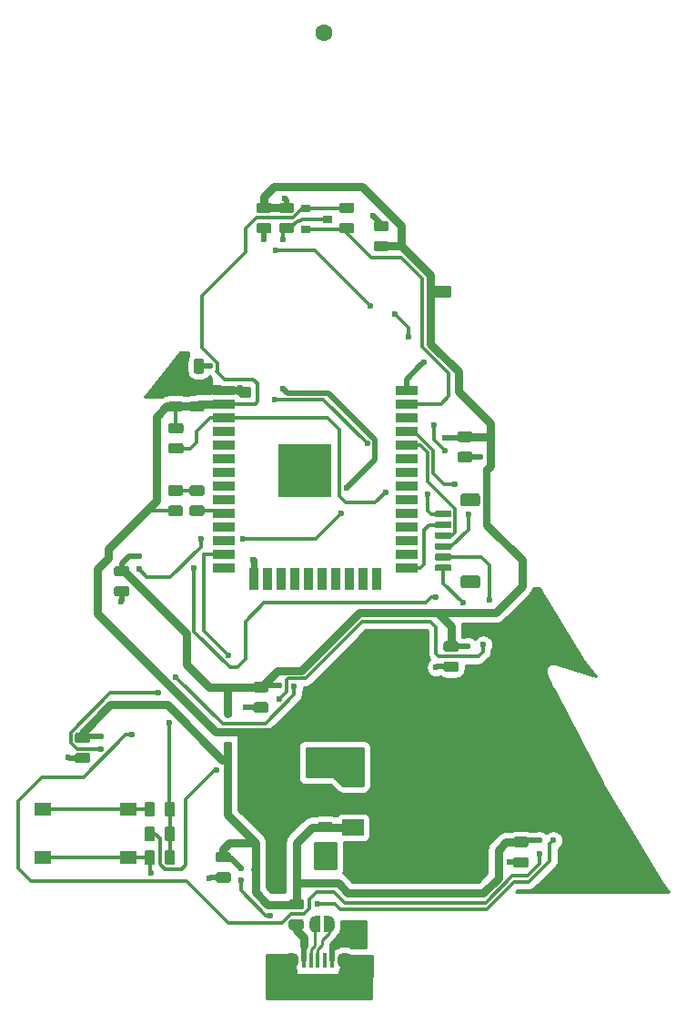
<source format=gbr>
G04 #@! TF.GenerationSoftware,KiCad,Pcbnew,(5.1.5)-3*
G04 #@! TF.CreationDate,2020-12-18T10:23:58+02:00*
G04 #@! TF.ProjectId,voltlog christmas tree,766f6c74-6c6f-4672-9063-68726973746d,rev?*
G04 #@! TF.SameCoordinates,Original*
G04 #@! TF.FileFunction,Copper,L1,Top*
G04 #@! TF.FilePolarity,Positive*
%FSLAX46Y46*%
G04 Gerber Fmt 4.6, Leading zero omitted, Abs format (unit mm)*
G04 Created by KiCad (PCBNEW (5.1.5)-3) date 2020-12-18 10:23:58*
%MOMM*%
%LPD*%
G04 APERTURE LIST*
%ADD10C,0.100000*%
%ADD11R,1.200000X1.900000*%
%ADD12O,1.200000X1.900000*%
%ADD13R,1.500000X1.900000*%
%ADD14C,1.450000*%
%ADD15R,0.400000X1.350000*%
%ADD16R,2.000000X1.500000*%
%ADD17R,2.000000X3.800000*%
%ADD18R,2.000000X0.900000*%
%ADD19R,0.900000X2.000000*%
%ADD20R,5.000000X5.000000*%
%ADD21R,1.550000X1.300000*%
%ADD22R,0.900000X0.800000*%
%ADD23C,0.600000*%
%ADD24C,1.600000*%
%ADD25C,0.300000*%
%ADD26C,0.500000*%
%ADD27C,0.600000*%
%ADD28C,0.800000*%
%ADD29C,0.700000*%
%ADD30C,0.250000*%
%ADD31C,0.254000*%
G04 APERTURE END LIST*
G04 #@! TA.AperFunction,SMDPad,CuDef*
D10*
G36*
X140180142Y-119076174D02*
G01*
X140203803Y-119079684D01*
X140227007Y-119085496D01*
X140249529Y-119093554D01*
X140271153Y-119103782D01*
X140291670Y-119116079D01*
X140310883Y-119130329D01*
X140328607Y-119146393D01*
X140344671Y-119164117D01*
X140358921Y-119183330D01*
X140371218Y-119203847D01*
X140381446Y-119225471D01*
X140389504Y-119247993D01*
X140395316Y-119271197D01*
X140398826Y-119294858D01*
X140400000Y-119318750D01*
X140400000Y-119806250D01*
X140398826Y-119830142D01*
X140395316Y-119853803D01*
X140389504Y-119877007D01*
X140381446Y-119899529D01*
X140371218Y-119921153D01*
X140358921Y-119941670D01*
X140344671Y-119960883D01*
X140328607Y-119978607D01*
X140310883Y-119994671D01*
X140291670Y-120008921D01*
X140271153Y-120021218D01*
X140249529Y-120031446D01*
X140227007Y-120039504D01*
X140203803Y-120045316D01*
X140180142Y-120048826D01*
X140156250Y-120050000D01*
X139243750Y-120050000D01*
X139219858Y-120048826D01*
X139196197Y-120045316D01*
X139172993Y-120039504D01*
X139150471Y-120031446D01*
X139128847Y-120021218D01*
X139108330Y-120008921D01*
X139089117Y-119994671D01*
X139071393Y-119978607D01*
X139055329Y-119960883D01*
X139041079Y-119941670D01*
X139028782Y-119921153D01*
X139018554Y-119899529D01*
X139010496Y-119877007D01*
X139004684Y-119853803D01*
X139001174Y-119830142D01*
X139000000Y-119806250D01*
X139000000Y-119318750D01*
X139001174Y-119294858D01*
X139004684Y-119271197D01*
X139010496Y-119247993D01*
X139018554Y-119225471D01*
X139028782Y-119203847D01*
X139041079Y-119183330D01*
X139055329Y-119164117D01*
X139071393Y-119146393D01*
X139089117Y-119130329D01*
X139108330Y-119116079D01*
X139128847Y-119103782D01*
X139150471Y-119093554D01*
X139172993Y-119085496D01*
X139196197Y-119079684D01*
X139219858Y-119076174D01*
X139243750Y-119075000D01*
X140156250Y-119075000D01*
X140180142Y-119076174D01*
G37*
G04 #@! TD.AperFunction*
G04 #@! TA.AperFunction,SMDPad,CuDef*
G36*
X140180142Y-120951174D02*
G01*
X140203803Y-120954684D01*
X140227007Y-120960496D01*
X140249529Y-120968554D01*
X140271153Y-120978782D01*
X140291670Y-120991079D01*
X140310883Y-121005329D01*
X140328607Y-121021393D01*
X140344671Y-121039117D01*
X140358921Y-121058330D01*
X140371218Y-121078847D01*
X140381446Y-121100471D01*
X140389504Y-121122993D01*
X140395316Y-121146197D01*
X140398826Y-121169858D01*
X140400000Y-121193750D01*
X140400000Y-121681250D01*
X140398826Y-121705142D01*
X140395316Y-121728803D01*
X140389504Y-121752007D01*
X140381446Y-121774529D01*
X140371218Y-121796153D01*
X140358921Y-121816670D01*
X140344671Y-121835883D01*
X140328607Y-121853607D01*
X140310883Y-121869671D01*
X140291670Y-121883921D01*
X140271153Y-121896218D01*
X140249529Y-121906446D01*
X140227007Y-121914504D01*
X140203803Y-121920316D01*
X140180142Y-121923826D01*
X140156250Y-121925000D01*
X139243750Y-121925000D01*
X139219858Y-121923826D01*
X139196197Y-121920316D01*
X139172993Y-121914504D01*
X139150471Y-121906446D01*
X139128847Y-121896218D01*
X139108330Y-121883921D01*
X139089117Y-121869671D01*
X139071393Y-121853607D01*
X139055329Y-121835883D01*
X139041079Y-121816670D01*
X139028782Y-121796153D01*
X139018554Y-121774529D01*
X139010496Y-121752007D01*
X139004684Y-121728803D01*
X139001174Y-121705142D01*
X139000000Y-121681250D01*
X139000000Y-121193750D01*
X139001174Y-121169858D01*
X139004684Y-121146197D01*
X139010496Y-121122993D01*
X139018554Y-121100471D01*
X139028782Y-121078847D01*
X139041079Y-121058330D01*
X139055329Y-121039117D01*
X139071393Y-121021393D01*
X139089117Y-121005329D01*
X139108330Y-120991079D01*
X139128847Y-120978782D01*
X139150471Y-120968554D01*
X139172993Y-120960496D01*
X139196197Y-120954684D01*
X139219858Y-120951174D01*
X139243750Y-120950000D01*
X140156250Y-120950000D01*
X140180142Y-120951174D01*
G37*
G04 #@! TD.AperFunction*
G04 #@! TA.AperFunction,SMDPad,CuDef*
G36*
X153874505Y-101451204D02*
G01*
X153898773Y-101454804D01*
X153922572Y-101460765D01*
X153945671Y-101469030D01*
X153967850Y-101479520D01*
X153988893Y-101492132D01*
X154008599Y-101506747D01*
X154026777Y-101523223D01*
X154043253Y-101541401D01*
X154057868Y-101561107D01*
X154070480Y-101582150D01*
X154080970Y-101604329D01*
X154089235Y-101627428D01*
X154095196Y-101651227D01*
X154098796Y-101675495D01*
X154100000Y-101699999D01*
X154100000Y-102400001D01*
X154098796Y-102424505D01*
X154095196Y-102448773D01*
X154089235Y-102472572D01*
X154080970Y-102495671D01*
X154070480Y-102517850D01*
X154057868Y-102538893D01*
X154043253Y-102558599D01*
X154026777Y-102576777D01*
X154008599Y-102593253D01*
X153988893Y-102607868D01*
X153967850Y-102620480D01*
X153945671Y-102630970D01*
X153922572Y-102639235D01*
X153898773Y-102645196D01*
X153874505Y-102648796D01*
X153850001Y-102650000D01*
X152549999Y-102650000D01*
X152525495Y-102648796D01*
X152501227Y-102645196D01*
X152477428Y-102639235D01*
X152454329Y-102630970D01*
X152432150Y-102620480D01*
X152411107Y-102607868D01*
X152391401Y-102593253D01*
X152373223Y-102576777D01*
X152356747Y-102558599D01*
X152342132Y-102538893D01*
X152329520Y-102517850D01*
X152319030Y-102495671D01*
X152310765Y-102472572D01*
X152304804Y-102448773D01*
X152301204Y-102424505D01*
X152300000Y-102400001D01*
X152300000Y-101699999D01*
X152301204Y-101675495D01*
X152304804Y-101651227D01*
X152310765Y-101627428D01*
X152319030Y-101604329D01*
X152329520Y-101582150D01*
X152342132Y-101561107D01*
X152356747Y-101541401D01*
X152373223Y-101523223D01*
X152391401Y-101506747D01*
X152411107Y-101492132D01*
X152432150Y-101479520D01*
X152454329Y-101469030D01*
X152477428Y-101460765D01*
X152501227Y-101454804D01*
X152525495Y-101451204D01*
X152549999Y-101450000D01*
X153850001Y-101450000D01*
X153874505Y-101451204D01*
G37*
G04 #@! TD.AperFunction*
G04 #@! TA.AperFunction,SMDPad,CuDef*
G36*
X153874505Y-93851204D02*
G01*
X153898773Y-93854804D01*
X153922572Y-93860765D01*
X153945671Y-93869030D01*
X153967850Y-93879520D01*
X153988893Y-93892132D01*
X154008599Y-93906747D01*
X154026777Y-93923223D01*
X154043253Y-93941401D01*
X154057868Y-93961107D01*
X154070480Y-93982150D01*
X154080970Y-94004329D01*
X154089235Y-94027428D01*
X154095196Y-94051227D01*
X154098796Y-94075495D01*
X154100000Y-94099999D01*
X154100000Y-94800001D01*
X154098796Y-94824505D01*
X154095196Y-94848773D01*
X154089235Y-94872572D01*
X154080970Y-94895671D01*
X154070480Y-94917850D01*
X154057868Y-94938893D01*
X154043253Y-94958599D01*
X154026777Y-94976777D01*
X154008599Y-94993253D01*
X153988893Y-95007868D01*
X153967850Y-95020480D01*
X153945671Y-95030970D01*
X153922572Y-95039235D01*
X153898773Y-95045196D01*
X153874505Y-95048796D01*
X153850001Y-95050000D01*
X152549999Y-95050000D01*
X152525495Y-95048796D01*
X152501227Y-95045196D01*
X152477428Y-95039235D01*
X152454329Y-95030970D01*
X152432150Y-95020480D01*
X152411107Y-95007868D01*
X152391401Y-94993253D01*
X152373223Y-94976777D01*
X152356747Y-94958599D01*
X152342132Y-94938893D01*
X152329520Y-94917850D01*
X152319030Y-94895671D01*
X152310765Y-94872572D01*
X152304804Y-94848773D01*
X152301204Y-94824505D01*
X152300000Y-94800001D01*
X152300000Y-94099999D01*
X152301204Y-94075495D01*
X152304804Y-94051227D01*
X152310765Y-94027428D01*
X152319030Y-94004329D01*
X152329520Y-93982150D01*
X152342132Y-93961107D01*
X152356747Y-93941401D01*
X152373223Y-93923223D01*
X152391401Y-93906747D01*
X152411107Y-93892132D01*
X152432150Y-93879520D01*
X152454329Y-93869030D01*
X152477428Y-93860765D01*
X152501227Y-93854804D01*
X152525495Y-93851204D01*
X152549999Y-93850000D01*
X153850001Y-93850000D01*
X153874505Y-93851204D01*
G37*
G04 #@! TD.AperFunction*
G04 #@! TA.AperFunction,SMDPad,CuDef*
G36*
X151314703Y-100450722D02*
G01*
X151329264Y-100452882D01*
X151343543Y-100456459D01*
X151357403Y-100461418D01*
X151370710Y-100467712D01*
X151383336Y-100475280D01*
X151395159Y-100484048D01*
X151406066Y-100493934D01*
X151415952Y-100504841D01*
X151424720Y-100516664D01*
X151432288Y-100529290D01*
X151438582Y-100542597D01*
X151443541Y-100556457D01*
X151447118Y-100570736D01*
X151449278Y-100585297D01*
X151450000Y-100600000D01*
X151450000Y-100900000D01*
X151449278Y-100914703D01*
X151447118Y-100929264D01*
X151443541Y-100943543D01*
X151438582Y-100957403D01*
X151432288Y-100970710D01*
X151424720Y-100983336D01*
X151415952Y-100995159D01*
X151406066Y-101006066D01*
X151395159Y-101015952D01*
X151383336Y-101024720D01*
X151370710Y-101032288D01*
X151357403Y-101038582D01*
X151343543Y-101043541D01*
X151329264Y-101047118D01*
X151314703Y-101049278D01*
X151300000Y-101050000D01*
X150050000Y-101050000D01*
X150035297Y-101049278D01*
X150020736Y-101047118D01*
X150006457Y-101043541D01*
X149992597Y-101038582D01*
X149979290Y-101032288D01*
X149966664Y-101024720D01*
X149954841Y-101015952D01*
X149943934Y-101006066D01*
X149934048Y-100995159D01*
X149925280Y-100983336D01*
X149917712Y-100970710D01*
X149911418Y-100957403D01*
X149906459Y-100943543D01*
X149902882Y-100929264D01*
X149900722Y-100914703D01*
X149900000Y-100900000D01*
X149900000Y-100600000D01*
X149900722Y-100585297D01*
X149902882Y-100570736D01*
X149906459Y-100556457D01*
X149911418Y-100542597D01*
X149917712Y-100529290D01*
X149925280Y-100516664D01*
X149934048Y-100504841D01*
X149943934Y-100493934D01*
X149954841Y-100484048D01*
X149966664Y-100475280D01*
X149979290Y-100467712D01*
X149992597Y-100461418D01*
X150006457Y-100456459D01*
X150020736Y-100452882D01*
X150035297Y-100450722D01*
X150050000Y-100450000D01*
X151300000Y-100450000D01*
X151314703Y-100450722D01*
G37*
G04 #@! TD.AperFunction*
G04 #@! TA.AperFunction,SMDPad,CuDef*
G36*
X151314703Y-99450722D02*
G01*
X151329264Y-99452882D01*
X151343543Y-99456459D01*
X151357403Y-99461418D01*
X151370710Y-99467712D01*
X151383336Y-99475280D01*
X151395159Y-99484048D01*
X151406066Y-99493934D01*
X151415952Y-99504841D01*
X151424720Y-99516664D01*
X151432288Y-99529290D01*
X151438582Y-99542597D01*
X151443541Y-99556457D01*
X151447118Y-99570736D01*
X151449278Y-99585297D01*
X151450000Y-99600000D01*
X151450000Y-99900000D01*
X151449278Y-99914703D01*
X151447118Y-99929264D01*
X151443541Y-99943543D01*
X151438582Y-99957403D01*
X151432288Y-99970710D01*
X151424720Y-99983336D01*
X151415952Y-99995159D01*
X151406066Y-100006066D01*
X151395159Y-100015952D01*
X151383336Y-100024720D01*
X151370710Y-100032288D01*
X151357403Y-100038582D01*
X151343543Y-100043541D01*
X151329264Y-100047118D01*
X151314703Y-100049278D01*
X151300000Y-100050000D01*
X150050000Y-100050000D01*
X150035297Y-100049278D01*
X150020736Y-100047118D01*
X150006457Y-100043541D01*
X149992597Y-100038582D01*
X149979290Y-100032288D01*
X149966664Y-100024720D01*
X149954841Y-100015952D01*
X149943934Y-100006066D01*
X149934048Y-99995159D01*
X149925280Y-99983336D01*
X149917712Y-99970710D01*
X149911418Y-99957403D01*
X149906459Y-99943543D01*
X149902882Y-99929264D01*
X149900722Y-99914703D01*
X149900000Y-99900000D01*
X149900000Y-99600000D01*
X149900722Y-99585297D01*
X149902882Y-99570736D01*
X149906459Y-99556457D01*
X149911418Y-99542597D01*
X149917712Y-99529290D01*
X149925280Y-99516664D01*
X149934048Y-99504841D01*
X149943934Y-99493934D01*
X149954841Y-99484048D01*
X149966664Y-99475280D01*
X149979290Y-99467712D01*
X149992597Y-99461418D01*
X150006457Y-99456459D01*
X150020736Y-99452882D01*
X150035297Y-99450722D01*
X150050000Y-99450000D01*
X151300000Y-99450000D01*
X151314703Y-99450722D01*
G37*
G04 #@! TD.AperFunction*
G04 #@! TA.AperFunction,SMDPad,CuDef*
G36*
X151314703Y-98450722D02*
G01*
X151329264Y-98452882D01*
X151343543Y-98456459D01*
X151357403Y-98461418D01*
X151370710Y-98467712D01*
X151383336Y-98475280D01*
X151395159Y-98484048D01*
X151406066Y-98493934D01*
X151415952Y-98504841D01*
X151424720Y-98516664D01*
X151432288Y-98529290D01*
X151438582Y-98542597D01*
X151443541Y-98556457D01*
X151447118Y-98570736D01*
X151449278Y-98585297D01*
X151450000Y-98600000D01*
X151450000Y-98900000D01*
X151449278Y-98914703D01*
X151447118Y-98929264D01*
X151443541Y-98943543D01*
X151438582Y-98957403D01*
X151432288Y-98970710D01*
X151424720Y-98983336D01*
X151415952Y-98995159D01*
X151406066Y-99006066D01*
X151395159Y-99015952D01*
X151383336Y-99024720D01*
X151370710Y-99032288D01*
X151357403Y-99038582D01*
X151343543Y-99043541D01*
X151329264Y-99047118D01*
X151314703Y-99049278D01*
X151300000Y-99050000D01*
X150050000Y-99050000D01*
X150035297Y-99049278D01*
X150020736Y-99047118D01*
X150006457Y-99043541D01*
X149992597Y-99038582D01*
X149979290Y-99032288D01*
X149966664Y-99024720D01*
X149954841Y-99015952D01*
X149943934Y-99006066D01*
X149934048Y-98995159D01*
X149925280Y-98983336D01*
X149917712Y-98970710D01*
X149911418Y-98957403D01*
X149906459Y-98943543D01*
X149902882Y-98929264D01*
X149900722Y-98914703D01*
X149900000Y-98900000D01*
X149900000Y-98600000D01*
X149900722Y-98585297D01*
X149902882Y-98570736D01*
X149906459Y-98556457D01*
X149911418Y-98542597D01*
X149917712Y-98529290D01*
X149925280Y-98516664D01*
X149934048Y-98504841D01*
X149943934Y-98493934D01*
X149954841Y-98484048D01*
X149966664Y-98475280D01*
X149979290Y-98467712D01*
X149992597Y-98461418D01*
X150006457Y-98456459D01*
X150020736Y-98452882D01*
X150035297Y-98450722D01*
X150050000Y-98450000D01*
X151300000Y-98450000D01*
X151314703Y-98450722D01*
G37*
G04 #@! TD.AperFunction*
G04 #@! TA.AperFunction,SMDPad,CuDef*
G36*
X151314703Y-97450722D02*
G01*
X151329264Y-97452882D01*
X151343543Y-97456459D01*
X151357403Y-97461418D01*
X151370710Y-97467712D01*
X151383336Y-97475280D01*
X151395159Y-97484048D01*
X151406066Y-97493934D01*
X151415952Y-97504841D01*
X151424720Y-97516664D01*
X151432288Y-97529290D01*
X151438582Y-97542597D01*
X151443541Y-97556457D01*
X151447118Y-97570736D01*
X151449278Y-97585297D01*
X151450000Y-97600000D01*
X151450000Y-97900000D01*
X151449278Y-97914703D01*
X151447118Y-97929264D01*
X151443541Y-97943543D01*
X151438582Y-97957403D01*
X151432288Y-97970710D01*
X151424720Y-97983336D01*
X151415952Y-97995159D01*
X151406066Y-98006066D01*
X151395159Y-98015952D01*
X151383336Y-98024720D01*
X151370710Y-98032288D01*
X151357403Y-98038582D01*
X151343543Y-98043541D01*
X151329264Y-98047118D01*
X151314703Y-98049278D01*
X151300000Y-98050000D01*
X150050000Y-98050000D01*
X150035297Y-98049278D01*
X150020736Y-98047118D01*
X150006457Y-98043541D01*
X149992597Y-98038582D01*
X149979290Y-98032288D01*
X149966664Y-98024720D01*
X149954841Y-98015952D01*
X149943934Y-98006066D01*
X149934048Y-97995159D01*
X149925280Y-97983336D01*
X149917712Y-97970710D01*
X149911418Y-97957403D01*
X149906459Y-97943543D01*
X149902882Y-97929264D01*
X149900722Y-97914703D01*
X149900000Y-97900000D01*
X149900000Y-97600000D01*
X149900722Y-97585297D01*
X149902882Y-97570736D01*
X149906459Y-97556457D01*
X149911418Y-97542597D01*
X149917712Y-97529290D01*
X149925280Y-97516664D01*
X149934048Y-97504841D01*
X149943934Y-97493934D01*
X149954841Y-97484048D01*
X149966664Y-97475280D01*
X149979290Y-97467712D01*
X149992597Y-97461418D01*
X150006457Y-97456459D01*
X150020736Y-97452882D01*
X150035297Y-97450722D01*
X150050000Y-97450000D01*
X151300000Y-97450000D01*
X151314703Y-97450722D01*
G37*
G04 #@! TD.AperFunction*
G04 #@! TA.AperFunction,SMDPad,CuDef*
G36*
X151314703Y-96450722D02*
G01*
X151329264Y-96452882D01*
X151343543Y-96456459D01*
X151357403Y-96461418D01*
X151370710Y-96467712D01*
X151383336Y-96475280D01*
X151395159Y-96484048D01*
X151406066Y-96493934D01*
X151415952Y-96504841D01*
X151424720Y-96516664D01*
X151432288Y-96529290D01*
X151438582Y-96542597D01*
X151443541Y-96556457D01*
X151447118Y-96570736D01*
X151449278Y-96585297D01*
X151450000Y-96600000D01*
X151450000Y-96900000D01*
X151449278Y-96914703D01*
X151447118Y-96929264D01*
X151443541Y-96943543D01*
X151438582Y-96957403D01*
X151432288Y-96970710D01*
X151424720Y-96983336D01*
X151415952Y-96995159D01*
X151406066Y-97006066D01*
X151395159Y-97015952D01*
X151383336Y-97024720D01*
X151370710Y-97032288D01*
X151357403Y-97038582D01*
X151343543Y-97043541D01*
X151329264Y-97047118D01*
X151314703Y-97049278D01*
X151300000Y-97050000D01*
X150050000Y-97050000D01*
X150035297Y-97049278D01*
X150020736Y-97047118D01*
X150006457Y-97043541D01*
X149992597Y-97038582D01*
X149979290Y-97032288D01*
X149966664Y-97024720D01*
X149954841Y-97015952D01*
X149943934Y-97006066D01*
X149934048Y-96995159D01*
X149925280Y-96983336D01*
X149917712Y-96970710D01*
X149911418Y-96957403D01*
X149906459Y-96943543D01*
X149902882Y-96929264D01*
X149900722Y-96914703D01*
X149900000Y-96900000D01*
X149900000Y-96600000D01*
X149900722Y-96585297D01*
X149902882Y-96570736D01*
X149906459Y-96556457D01*
X149911418Y-96542597D01*
X149917712Y-96529290D01*
X149925280Y-96516664D01*
X149934048Y-96504841D01*
X149943934Y-96493934D01*
X149954841Y-96484048D01*
X149966664Y-96475280D01*
X149979290Y-96467712D01*
X149992597Y-96461418D01*
X150006457Y-96456459D01*
X150020736Y-96452882D01*
X150035297Y-96450722D01*
X150050000Y-96450000D01*
X151300000Y-96450000D01*
X151314703Y-96450722D01*
G37*
G04 #@! TD.AperFunction*
G04 #@! TA.AperFunction,SMDPad,CuDef*
G36*
X151314703Y-95450722D02*
G01*
X151329264Y-95452882D01*
X151343543Y-95456459D01*
X151357403Y-95461418D01*
X151370710Y-95467712D01*
X151383336Y-95475280D01*
X151395159Y-95484048D01*
X151406066Y-95493934D01*
X151415952Y-95504841D01*
X151424720Y-95516664D01*
X151432288Y-95529290D01*
X151438582Y-95542597D01*
X151443541Y-95556457D01*
X151447118Y-95570736D01*
X151449278Y-95585297D01*
X151450000Y-95600000D01*
X151450000Y-95900000D01*
X151449278Y-95914703D01*
X151447118Y-95929264D01*
X151443541Y-95943543D01*
X151438582Y-95957403D01*
X151432288Y-95970710D01*
X151424720Y-95983336D01*
X151415952Y-95995159D01*
X151406066Y-96006066D01*
X151395159Y-96015952D01*
X151383336Y-96024720D01*
X151370710Y-96032288D01*
X151357403Y-96038582D01*
X151343543Y-96043541D01*
X151329264Y-96047118D01*
X151314703Y-96049278D01*
X151300000Y-96050000D01*
X150050000Y-96050000D01*
X150035297Y-96049278D01*
X150020736Y-96047118D01*
X150006457Y-96043541D01*
X149992597Y-96038582D01*
X149979290Y-96032288D01*
X149966664Y-96024720D01*
X149954841Y-96015952D01*
X149943934Y-96006066D01*
X149934048Y-95995159D01*
X149925280Y-95983336D01*
X149917712Y-95970710D01*
X149911418Y-95957403D01*
X149906459Y-95943543D01*
X149902882Y-95929264D01*
X149900722Y-95914703D01*
X149900000Y-95900000D01*
X149900000Y-95600000D01*
X149900722Y-95585297D01*
X149902882Y-95570736D01*
X149906459Y-95556457D01*
X149911418Y-95542597D01*
X149917712Y-95529290D01*
X149925280Y-95516664D01*
X149934048Y-95504841D01*
X149943934Y-95493934D01*
X149954841Y-95484048D01*
X149966664Y-95475280D01*
X149979290Y-95467712D01*
X149992597Y-95461418D01*
X150006457Y-95456459D01*
X150020736Y-95452882D01*
X150035297Y-95450722D01*
X150050000Y-95450000D01*
X151300000Y-95450000D01*
X151314703Y-95450722D01*
G37*
G04 #@! TD.AperFunction*
D11*
X136100000Y-139937500D03*
X141900000Y-139937500D03*
D12*
X142500000Y-139937500D03*
X135500000Y-139937500D03*
D13*
X138000000Y-139937500D03*
D14*
X141500000Y-137237500D03*
D15*
X139000000Y-137237500D03*
X139650000Y-137237500D03*
X140300000Y-137237500D03*
X137700000Y-137237500D03*
X138350000Y-137237500D03*
D14*
X136500000Y-137237500D03*
D13*
X140000000Y-139937500D03*
D16*
X142250000Y-120300000D03*
X142250000Y-124900000D03*
X142250000Y-122600000D03*
D17*
X148550000Y-122600000D03*
D18*
X147250000Y-84245000D03*
X147250000Y-85515000D03*
X147250000Y-86785000D03*
X147250000Y-88055000D03*
X147250000Y-89325000D03*
X147250000Y-90595000D03*
X147250000Y-91865000D03*
X147250000Y-93135000D03*
X147250000Y-94405000D03*
X147250000Y-95675000D03*
X147250000Y-96945000D03*
X147250000Y-98215000D03*
X147250000Y-99485000D03*
X147250000Y-100755000D03*
D19*
X144465000Y-101755000D03*
X143195000Y-101755000D03*
X141925000Y-101755000D03*
X140655000Y-101755000D03*
X139385000Y-101755000D03*
X138115000Y-101755000D03*
X136845000Y-101755000D03*
X135575000Y-101755000D03*
X134305000Y-101755000D03*
X133035000Y-101755000D03*
D18*
X130250000Y-100755000D03*
X130250000Y-99485000D03*
X130250000Y-98215000D03*
X130250000Y-96945000D03*
X130250000Y-95675000D03*
X130250000Y-94405000D03*
X130250000Y-93135000D03*
X130250000Y-91865000D03*
X130250000Y-90595000D03*
X130250000Y-89325000D03*
X130250000Y-88055000D03*
X130250000Y-86785000D03*
X130250000Y-85515000D03*
X130250000Y-84245000D03*
D20*
X137750000Y-91745000D03*
D21*
X113425000Y-123200000D03*
X113425000Y-127700000D03*
X121375000Y-127700000D03*
X121375000Y-123200000D03*
G04 #@! TA.AperFunction,SMDPad,CuDef*
D10*
G36*
X128230142Y-94951174D02*
G01*
X128253803Y-94954684D01*
X128277007Y-94960496D01*
X128299529Y-94968554D01*
X128321153Y-94978782D01*
X128341670Y-94991079D01*
X128360883Y-95005329D01*
X128378607Y-95021393D01*
X128394671Y-95039117D01*
X128408921Y-95058330D01*
X128421218Y-95078847D01*
X128431446Y-95100471D01*
X128439504Y-95122993D01*
X128445316Y-95146197D01*
X128448826Y-95169858D01*
X128450000Y-95193750D01*
X128450000Y-95681250D01*
X128448826Y-95705142D01*
X128445316Y-95728803D01*
X128439504Y-95752007D01*
X128431446Y-95774529D01*
X128421218Y-95796153D01*
X128408921Y-95816670D01*
X128394671Y-95835883D01*
X128378607Y-95853607D01*
X128360883Y-95869671D01*
X128341670Y-95883921D01*
X128321153Y-95896218D01*
X128299529Y-95906446D01*
X128277007Y-95914504D01*
X128253803Y-95920316D01*
X128230142Y-95923826D01*
X128206250Y-95925000D01*
X127293750Y-95925000D01*
X127269858Y-95923826D01*
X127246197Y-95920316D01*
X127222993Y-95914504D01*
X127200471Y-95906446D01*
X127178847Y-95896218D01*
X127158330Y-95883921D01*
X127139117Y-95869671D01*
X127121393Y-95853607D01*
X127105329Y-95835883D01*
X127091079Y-95816670D01*
X127078782Y-95796153D01*
X127068554Y-95774529D01*
X127060496Y-95752007D01*
X127054684Y-95728803D01*
X127051174Y-95705142D01*
X127050000Y-95681250D01*
X127050000Y-95193750D01*
X127051174Y-95169858D01*
X127054684Y-95146197D01*
X127060496Y-95122993D01*
X127068554Y-95100471D01*
X127078782Y-95078847D01*
X127091079Y-95058330D01*
X127105329Y-95039117D01*
X127121393Y-95021393D01*
X127139117Y-95005329D01*
X127158330Y-94991079D01*
X127178847Y-94978782D01*
X127200471Y-94968554D01*
X127222993Y-94960496D01*
X127246197Y-94954684D01*
X127269858Y-94951174D01*
X127293750Y-94950000D01*
X128206250Y-94950000D01*
X128230142Y-94951174D01*
G37*
G04 #@! TD.AperFunction*
G04 #@! TA.AperFunction,SMDPad,CuDef*
G36*
X128230142Y-93076174D02*
G01*
X128253803Y-93079684D01*
X128277007Y-93085496D01*
X128299529Y-93093554D01*
X128321153Y-93103782D01*
X128341670Y-93116079D01*
X128360883Y-93130329D01*
X128378607Y-93146393D01*
X128394671Y-93164117D01*
X128408921Y-93183330D01*
X128421218Y-93203847D01*
X128431446Y-93225471D01*
X128439504Y-93247993D01*
X128445316Y-93271197D01*
X128448826Y-93294858D01*
X128450000Y-93318750D01*
X128450000Y-93806250D01*
X128448826Y-93830142D01*
X128445316Y-93853803D01*
X128439504Y-93877007D01*
X128431446Y-93899529D01*
X128421218Y-93921153D01*
X128408921Y-93941670D01*
X128394671Y-93960883D01*
X128378607Y-93978607D01*
X128360883Y-93994671D01*
X128341670Y-94008921D01*
X128321153Y-94021218D01*
X128299529Y-94031446D01*
X128277007Y-94039504D01*
X128253803Y-94045316D01*
X128230142Y-94048826D01*
X128206250Y-94050000D01*
X127293750Y-94050000D01*
X127269858Y-94048826D01*
X127246197Y-94045316D01*
X127222993Y-94039504D01*
X127200471Y-94031446D01*
X127178847Y-94021218D01*
X127158330Y-94008921D01*
X127139117Y-93994671D01*
X127121393Y-93978607D01*
X127105329Y-93960883D01*
X127091079Y-93941670D01*
X127078782Y-93921153D01*
X127068554Y-93899529D01*
X127060496Y-93877007D01*
X127054684Y-93853803D01*
X127051174Y-93830142D01*
X127050000Y-93806250D01*
X127050000Y-93318750D01*
X127051174Y-93294858D01*
X127054684Y-93271197D01*
X127060496Y-93247993D01*
X127068554Y-93225471D01*
X127078782Y-93203847D01*
X127091079Y-93183330D01*
X127105329Y-93164117D01*
X127121393Y-93146393D01*
X127139117Y-93130329D01*
X127158330Y-93116079D01*
X127178847Y-93103782D01*
X127200471Y-93093554D01*
X127222993Y-93085496D01*
X127246197Y-93079684D01*
X127269858Y-93076174D01*
X127293750Y-93075000D01*
X128206250Y-93075000D01*
X128230142Y-93076174D01*
G37*
G04 #@! TD.AperFunction*
G04 #@! TA.AperFunction,SMDPad,CuDef*
G36*
X125505142Y-124801174D02*
G01*
X125528803Y-124804684D01*
X125552007Y-124810496D01*
X125574529Y-124818554D01*
X125596153Y-124828782D01*
X125616670Y-124841079D01*
X125635883Y-124855329D01*
X125653607Y-124871393D01*
X125669671Y-124889117D01*
X125683921Y-124908330D01*
X125696218Y-124928847D01*
X125706446Y-124950471D01*
X125714504Y-124972993D01*
X125720316Y-124996197D01*
X125723826Y-125019858D01*
X125725000Y-125043750D01*
X125725000Y-125956250D01*
X125723826Y-125980142D01*
X125720316Y-126003803D01*
X125714504Y-126027007D01*
X125706446Y-126049529D01*
X125696218Y-126071153D01*
X125683921Y-126091670D01*
X125669671Y-126110883D01*
X125653607Y-126128607D01*
X125635883Y-126144671D01*
X125616670Y-126158921D01*
X125596153Y-126171218D01*
X125574529Y-126181446D01*
X125552007Y-126189504D01*
X125528803Y-126195316D01*
X125505142Y-126198826D01*
X125481250Y-126200000D01*
X124993750Y-126200000D01*
X124969858Y-126198826D01*
X124946197Y-126195316D01*
X124922993Y-126189504D01*
X124900471Y-126181446D01*
X124878847Y-126171218D01*
X124858330Y-126158921D01*
X124839117Y-126144671D01*
X124821393Y-126128607D01*
X124805329Y-126110883D01*
X124791079Y-126091670D01*
X124778782Y-126071153D01*
X124768554Y-126049529D01*
X124760496Y-126027007D01*
X124754684Y-126003803D01*
X124751174Y-125980142D01*
X124750000Y-125956250D01*
X124750000Y-125043750D01*
X124751174Y-125019858D01*
X124754684Y-124996197D01*
X124760496Y-124972993D01*
X124768554Y-124950471D01*
X124778782Y-124928847D01*
X124791079Y-124908330D01*
X124805329Y-124889117D01*
X124821393Y-124871393D01*
X124839117Y-124855329D01*
X124858330Y-124841079D01*
X124878847Y-124828782D01*
X124900471Y-124818554D01*
X124922993Y-124810496D01*
X124946197Y-124804684D01*
X124969858Y-124801174D01*
X124993750Y-124800000D01*
X125481250Y-124800000D01*
X125505142Y-124801174D01*
G37*
G04 #@! TD.AperFunction*
G04 #@! TA.AperFunction,SMDPad,CuDef*
G36*
X123630142Y-124801174D02*
G01*
X123653803Y-124804684D01*
X123677007Y-124810496D01*
X123699529Y-124818554D01*
X123721153Y-124828782D01*
X123741670Y-124841079D01*
X123760883Y-124855329D01*
X123778607Y-124871393D01*
X123794671Y-124889117D01*
X123808921Y-124908330D01*
X123821218Y-124928847D01*
X123831446Y-124950471D01*
X123839504Y-124972993D01*
X123845316Y-124996197D01*
X123848826Y-125019858D01*
X123850000Y-125043750D01*
X123850000Y-125956250D01*
X123848826Y-125980142D01*
X123845316Y-126003803D01*
X123839504Y-126027007D01*
X123831446Y-126049529D01*
X123821218Y-126071153D01*
X123808921Y-126091670D01*
X123794671Y-126110883D01*
X123778607Y-126128607D01*
X123760883Y-126144671D01*
X123741670Y-126158921D01*
X123721153Y-126171218D01*
X123699529Y-126181446D01*
X123677007Y-126189504D01*
X123653803Y-126195316D01*
X123630142Y-126198826D01*
X123606250Y-126200000D01*
X123118750Y-126200000D01*
X123094858Y-126198826D01*
X123071197Y-126195316D01*
X123047993Y-126189504D01*
X123025471Y-126181446D01*
X123003847Y-126171218D01*
X122983330Y-126158921D01*
X122964117Y-126144671D01*
X122946393Y-126128607D01*
X122930329Y-126110883D01*
X122916079Y-126091670D01*
X122903782Y-126071153D01*
X122893554Y-126049529D01*
X122885496Y-126027007D01*
X122879684Y-126003803D01*
X122876174Y-125980142D01*
X122875000Y-125956250D01*
X122875000Y-125043750D01*
X122876174Y-125019858D01*
X122879684Y-124996197D01*
X122885496Y-124972993D01*
X122893554Y-124950471D01*
X122903782Y-124928847D01*
X122916079Y-124908330D01*
X122930329Y-124889117D01*
X122946393Y-124871393D01*
X122964117Y-124855329D01*
X122983330Y-124841079D01*
X123003847Y-124828782D01*
X123025471Y-124818554D01*
X123047993Y-124810496D01*
X123071197Y-124804684D01*
X123094858Y-124801174D01*
X123118750Y-124800000D01*
X123606250Y-124800000D01*
X123630142Y-124801174D01*
G37*
G04 #@! TD.AperFunction*
G04 #@! TA.AperFunction,SMDPad,CuDef*
G36*
X123630142Y-122501174D02*
G01*
X123653803Y-122504684D01*
X123677007Y-122510496D01*
X123699529Y-122518554D01*
X123721153Y-122528782D01*
X123741670Y-122541079D01*
X123760883Y-122555329D01*
X123778607Y-122571393D01*
X123794671Y-122589117D01*
X123808921Y-122608330D01*
X123821218Y-122628847D01*
X123831446Y-122650471D01*
X123839504Y-122672993D01*
X123845316Y-122696197D01*
X123848826Y-122719858D01*
X123850000Y-122743750D01*
X123850000Y-123656250D01*
X123848826Y-123680142D01*
X123845316Y-123703803D01*
X123839504Y-123727007D01*
X123831446Y-123749529D01*
X123821218Y-123771153D01*
X123808921Y-123791670D01*
X123794671Y-123810883D01*
X123778607Y-123828607D01*
X123760883Y-123844671D01*
X123741670Y-123858921D01*
X123721153Y-123871218D01*
X123699529Y-123881446D01*
X123677007Y-123889504D01*
X123653803Y-123895316D01*
X123630142Y-123898826D01*
X123606250Y-123900000D01*
X123118750Y-123900000D01*
X123094858Y-123898826D01*
X123071197Y-123895316D01*
X123047993Y-123889504D01*
X123025471Y-123881446D01*
X123003847Y-123871218D01*
X122983330Y-123858921D01*
X122964117Y-123844671D01*
X122946393Y-123828607D01*
X122930329Y-123810883D01*
X122916079Y-123791670D01*
X122903782Y-123771153D01*
X122893554Y-123749529D01*
X122885496Y-123727007D01*
X122879684Y-123703803D01*
X122876174Y-123680142D01*
X122875000Y-123656250D01*
X122875000Y-122743750D01*
X122876174Y-122719858D01*
X122879684Y-122696197D01*
X122885496Y-122672993D01*
X122893554Y-122650471D01*
X122903782Y-122628847D01*
X122916079Y-122608330D01*
X122930329Y-122589117D01*
X122946393Y-122571393D01*
X122964117Y-122555329D01*
X122983330Y-122541079D01*
X123003847Y-122528782D01*
X123025471Y-122518554D01*
X123047993Y-122510496D01*
X123071197Y-122504684D01*
X123094858Y-122501174D01*
X123118750Y-122500000D01*
X123606250Y-122500000D01*
X123630142Y-122501174D01*
G37*
G04 #@! TD.AperFunction*
G04 #@! TA.AperFunction,SMDPad,CuDef*
G36*
X125505142Y-122501174D02*
G01*
X125528803Y-122504684D01*
X125552007Y-122510496D01*
X125574529Y-122518554D01*
X125596153Y-122528782D01*
X125616670Y-122541079D01*
X125635883Y-122555329D01*
X125653607Y-122571393D01*
X125669671Y-122589117D01*
X125683921Y-122608330D01*
X125696218Y-122628847D01*
X125706446Y-122650471D01*
X125714504Y-122672993D01*
X125720316Y-122696197D01*
X125723826Y-122719858D01*
X125725000Y-122743750D01*
X125725000Y-123656250D01*
X125723826Y-123680142D01*
X125720316Y-123703803D01*
X125714504Y-123727007D01*
X125706446Y-123749529D01*
X125696218Y-123771153D01*
X125683921Y-123791670D01*
X125669671Y-123810883D01*
X125653607Y-123828607D01*
X125635883Y-123844671D01*
X125616670Y-123858921D01*
X125596153Y-123871218D01*
X125574529Y-123881446D01*
X125552007Y-123889504D01*
X125528803Y-123895316D01*
X125505142Y-123898826D01*
X125481250Y-123900000D01*
X124993750Y-123900000D01*
X124969858Y-123898826D01*
X124946197Y-123895316D01*
X124922993Y-123889504D01*
X124900471Y-123881446D01*
X124878847Y-123871218D01*
X124858330Y-123858921D01*
X124839117Y-123844671D01*
X124821393Y-123828607D01*
X124805329Y-123810883D01*
X124791079Y-123791670D01*
X124778782Y-123771153D01*
X124768554Y-123749529D01*
X124760496Y-123727007D01*
X124754684Y-123703803D01*
X124751174Y-123680142D01*
X124750000Y-123656250D01*
X124750000Y-122743750D01*
X124751174Y-122719858D01*
X124754684Y-122696197D01*
X124760496Y-122672993D01*
X124768554Y-122650471D01*
X124778782Y-122628847D01*
X124791079Y-122608330D01*
X124805329Y-122589117D01*
X124821393Y-122571393D01*
X124839117Y-122555329D01*
X124858330Y-122541079D01*
X124878847Y-122528782D01*
X124900471Y-122518554D01*
X124922993Y-122510496D01*
X124946197Y-122504684D01*
X124969858Y-122501174D01*
X124993750Y-122500000D01*
X125481250Y-122500000D01*
X125505142Y-122501174D01*
G37*
G04 #@! TD.AperFunction*
G04 #@! TA.AperFunction,SMDPad,CuDef*
G36*
X136580142Y-68651174D02*
G01*
X136603803Y-68654684D01*
X136627007Y-68660496D01*
X136649529Y-68668554D01*
X136671153Y-68678782D01*
X136691670Y-68691079D01*
X136710883Y-68705329D01*
X136728607Y-68721393D01*
X136744671Y-68739117D01*
X136758921Y-68758330D01*
X136771218Y-68778847D01*
X136781446Y-68800471D01*
X136789504Y-68822993D01*
X136795316Y-68846197D01*
X136798826Y-68869858D01*
X136800000Y-68893750D01*
X136800000Y-69381250D01*
X136798826Y-69405142D01*
X136795316Y-69428803D01*
X136789504Y-69452007D01*
X136781446Y-69474529D01*
X136771218Y-69496153D01*
X136758921Y-69516670D01*
X136744671Y-69535883D01*
X136728607Y-69553607D01*
X136710883Y-69569671D01*
X136691670Y-69583921D01*
X136671153Y-69596218D01*
X136649529Y-69606446D01*
X136627007Y-69614504D01*
X136603803Y-69620316D01*
X136580142Y-69623826D01*
X136556250Y-69625000D01*
X135643750Y-69625000D01*
X135619858Y-69623826D01*
X135596197Y-69620316D01*
X135572993Y-69614504D01*
X135550471Y-69606446D01*
X135528847Y-69596218D01*
X135508330Y-69583921D01*
X135489117Y-69569671D01*
X135471393Y-69553607D01*
X135455329Y-69535883D01*
X135441079Y-69516670D01*
X135428782Y-69496153D01*
X135418554Y-69474529D01*
X135410496Y-69452007D01*
X135404684Y-69428803D01*
X135401174Y-69405142D01*
X135400000Y-69381250D01*
X135400000Y-68893750D01*
X135401174Y-68869858D01*
X135404684Y-68846197D01*
X135410496Y-68822993D01*
X135418554Y-68800471D01*
X135428782Y-68778847D01*
X135441079Y-68758330D01*
X135455329Y-68739117D01*
X135471393Y-68721393D01*
X135489117Y-68705329D01*
X135508330Y-68691079D01*
X135528847Y-68678782D01*
X135550471Y-68668554D01*
X135572993Y-68660496D01*
X135596197Y-68654684D01*
X135619858Y-68651174D01*
X135643750Y-68650000D01*
X136556250Y-68650000D01*
X136580142Y-68651174D01*
G37*
G04 #@! TD.AperFunction*
G04 #@! TA.AperFunction,SMDPad,CuDef*
G36*
X136580142Y-66776174D02*
G01*
X136603803Y-66779684D01*
X136627007Y-66785496D01*
X136649529Y-66793554D01*
X136671153Y-66803782D01*
X136691670Y-66816079D01*
X136710883Y-66830329D01*
X136728607Y-66846393D01*
X136744671Y-66864117D01*
X136758921Y-66883330D01*
X136771218Y-66903847D01*
X136781446Y-66925471D01*
X136789504Y-66947993D01*
X136795316Y-66971197D01*
X136798826Y-66994858D01*
X136800000Y-67018750D01*
X136800000Y-67506250D01*
X136798826Y-67530142D01*
X136795316Y-67553803D01*
X136789504Y-67577007D01*
X136781446Y-67599529D01*
X136771218Y-67621153D01*
X136758921Y-67641670D01*
X136744671Y-67660883D01*
X136728607Y-67678607D01*
X136710883Y-67694671D01*
X136691670Y-67708921D01*
X136671153Y-67721218D01*
X136649529Y-67731446D01*
X136627007Y-67739504D01*
X136603803Y-67745316D01*
X136580142Y-67748826D01*
X136556250Y-67750000D01*
X135643750Y-67750000D01*
X135619858Y-67748826D01*
X135596197Y-67745316D01*
X135572993Y-67739504D01*
X135550471Y-67731446D01*
X135528847Y-67721218D01*
X135508330Y-67708921D01*
X135489117Y-67694671D01*
X135471393Y-67678607D01*
X135455329Y-67660883D01*
X135441079Y-67641670D01*
X135428782Y-67621153D01*
X135418554Y-67599529D01*
X135410496Y-67577007D01*
X135404684Y-67553803D01*
X135401174Y-67530142D01*
X135400000Y-67506250D01*
X135400000Y-67018750D01*
X135401174Y-66994858D01*
X135404684Y-66971197D01*
X135410496Y-66947993D01*
X135418554Y-66925471D01*
X135428782Y-66903847D01*
X135441079Y-66883330D01*
X135455329Y-66864117D01*
X135471393Y-66846393D01*
X135489117Y-66830329D01*
X135508330Y-66816079D01*
X135528847Y-66803782D01*
X135550471Y-66793554D01*
X135572993Y-66785496D01*
X135596197Y-66779684D01*
X135619858Y-66776174D01*
X135643750Y-66775000D01*
X136556250Y-66775000D01*
X136580142Y-66776174D01*
G37*
G04 #@! TD.AperFunction*
G04 #@! TA.AperFunction,SMDPad,CuDef*
G36*
X126280142Y-89151174D02*
G01*
X126303803Y-89154684D01*
X126327007Y-89160496D01*
X126349529Y-89168554D01*
X126371153Y-89178782D01*
X126391670Y-89191079D01*
X126410883Y-89205329D01*
X126428607Y-89221393D01*
X126444671Y-89239117D01*
X126458921Y-89258330D01*
X126471218Y-89278847D01*
X126481446Y-89300471D01*
X126489504Y-89322993D01*
X126495316Y-89346197D01*
X126498826Y-89369858D01*
X126500000Y-89393750D01*
X126500000Y-89881250D01*
X126498826Y-89905142D01*
X126495316Y-89928803D01*
X126489504Y-89952007D01*
X126481446Y-89974529D01*
X126471218Y-89996153D01*
X126458921Y-90016670D01*
X126444671Y-90035883D01*
X126428607Y-90053607D01*
X126410883Y-90069671D01*
X126391670Y-90083921D01*
X126371153Y-90096218D01*
X126349529Y-90106446D01*
X126327007Y-90114504D01*
X126303803Y-90120316D01*
X126280142Y-90123826D01*
X126256250Y-90125000D01*
X125343750Y-90125000D01*
X125319858Y-90123826D01*
X125296197Y-90120316D01*
X125272993Y-90114504D01*
X125250471Y-90106446D01*
X125228847Y-90096218D01*
X125208330Y-90083921D01*
X125189117Y-90069671D01*
X125171393Y-90053607D01*
X125155329Y-90035883D01*
X125141079Y-90016670D01*
X125128782Y-89996153D01*
X125118554Y-89974529D01*
X125110496Y-89952007D01*
X125104684Y-89928803D01*
X125101174Y-89905142D01*
X125100000Y-89881250D01*
X125100000Y-89393750D01*
X125101174Y-89369858D01*
X125104684Y-89346197D01*
X125110496Y-89322993D01*
X125118554Y-89300471D01*
X125128782Y-89278847D01*
X125141079Y-89258330D01*
X125155329Y-89239117D01*
X125171393Y-89221393D01*
X125189117Y-89205329D01*
X125208330Y-89191079D01*
X125228847Y-89178782D01*
X125250471Y-89168554D01*
X125272993Y-89160496D01*
X125296197Y-89154684D01*
X125319858Y-89151174D01*
X125343750Y-89150000D01*
X126256250Y-89150000D01*
X126280142Y-89151174D01*
G37*
G04 #@! TD.AperFunction*
G04 #@! TA.AperFunction,SMDPad,CuDef*
G36*
X126280142Y-87276174D02*
G01*
X126303803Y-87279684D01*
X126327007Y-87285496D01*
X126349529Y-87293554D01*
X126371153Y-87303782D01*
X126391670Y-87316079D01*
X126410883Y-87330329D01*
X126428607Y-87346393D01*
X126444671Y-87364117D01*
X126458921Y-87383330D01*
X126471218Y-87403847D01*
X126481446Y-87425471D01*
X126489504Y-87447993D01*
X126495316Y-87471197D01*
X126498826Y-87494858D01*
X126500000Y-87518750D01*
X126500000Y-88006250D01*
X126498826Y-88030142D01*
X126495316Y-88053803D01*
X126489504Y-88077007D01*
X126481446Y-88099529D01*
X126471218Y-88121153D01*
X126458921Y-88141670D01*
X126444671Y-88160883D01*
X126428607Y-88178607D01*
X126410883Y-88194671D01*
X126391670Y-88208921D01*
X126371153Y-88221218D01*
X126349529Y-88231446D01*
X126327007Y-88239504D01*
X126303803Y-88245316D01*
X126280142Y-88248826D01*
X126256250Y-88250000D01*
X125343750Y-88250000D01*
X125319858Y-88248826D01*
X125296197Y-88245316D01*
X125272993Y-88239504D01*
X125250471Y-88231446D01*
X125228847Y-88221218D01*
X125208330Y-88208921D01*
X125189117Y-88194671D01*
X125171393Y-88178607D01*
X125155329Y-88160883D01*
X125141079Y-88141670D01*
X125128782Y-88121153D01*
X125118554Y-88099529D01*
X125110496Y-88077007D01*
X125104684Y-88053803D01*
X125101174Y-88030142D01*
X125100000Y-88006250D01*
X125100000Y-87518750D01*
X125101174Y-87494858D01*
X125104684Y-87471197D01*
X125110496Y-87447993D01*
X125118554Y-87425471D01*
X125128782Y-87403847D01*
X125141079Y-87383330D01*
X125155329Y-87364117D01*
X125171393Y-87346393D01*
X125189117Y-87330329D01*
X125208330Y-87316079D01*
X125228847Y-87303782D01*
X125250471Y-87293554D01*
X125272993Y-87285496D01*
X125296197Y-87279684D01*
X125319858Y-87276174D01*
X125343750Y-87275000D01*
X126256250Y-87275000D01*
X126280142Y-87276174D01*
G37*
G04 #@! TD.AperFunction*
G04 #@! TA.AperFunction,SMDPad,CuDef*
G36*
X142180142Y-68651174D02*
G01*
X142203803Y-68654684D01*
X142227007Y-68660496D01*
X142249529Y-68668554D01*
X142271153Y-68678782D01*
X142291670Y-68691079D01*
X142310883Y-68705329D01*
X142328607Y-68721393D01*
X142344671Y-68739117D01*
X142358921Y-68758330D01*
X142371218Y-68778847D01*
X142381446Y-68800471D01*
X142389504Y-68822993D01*
X142395316Y-68846197D01*
X142398826Y-68869858D01*
X142400000Y-68893750D01*
X142400000Y-69381250D01*
X142398826Y-69405142D01*
X142395316Y-69428803D01*
X142389504Y-69452007D01*
X142381446Y-69474529D01*
X142371218Y-69496153D01*
X142358921Y-69516670D01*
X142344671Y-69535883D01*
X142328607Y-69553607D01*
X142310883Y-69569671D01*
X142291670Y-69583921D01*
X142271153Y-69596218D01*
X142249529Y-69606446D01*
X142227007Y-69614504D01*
X142203803Y-69620316D01*
X142180142Y-69623826D01*
X142156250Y-69625000D01*
X141243750Y-69625000D01*
X141219858Y-69623826D01*
X141196197Y-69620316D01*
X141172993Y-69614504D01*
X141150471Y-69606446D01*
X141128847Y-69596218D01*
X141108330Y-69583921D01*
X141089117Y-69569671D01*
X141071393Y-69553607D01*
X141055329Y-69535883D01*
X141041079Y-69516670D01*
X141028782Y-69496153D01*
X141018554Y-69474529D01*
X141010496Y-69452007D01*
X141004684Y-69428803D01*
X141001174Y-69405142D01*
X141000000Y-69381250D01*
X141000000Y-68893750D01*
X141001174Y-68869858D01*
X141004684Y-68846197D01*
X141010496Y-68822993D01*
X141018554Y-68800471D01*
X141028782Y-68778847D01*
X141041079Y-68758330D01*
X141055329Y-68739117D01*
X141071393Y-68721393D01*
X141089117Y-68705329D01*
X141108330Y-68691079D01*
X141128847Y-68678782D01*
X141150471Y-68668554D01*
X141172993Y-68660496D01*
X141196197Y-68654684D01*
X141219858Y-68651174D01*
X141243750Y-68650000D01*
X142156250Y-68650000D01*
X142180142Y-68651174D01*
G37*
G04 #@! TD.AperFunction*
G04 #@! TA.AperFunction,SMDPad,CuDef*
G36*
X142180142Y-66776174D02*
G01*
X142203803Y-66779684D01*
X142227007Y-66785496D01*
X142249529Y-66793554D01*
X142271153Y-66803782D01*
X142291670Y-66816079D01*
X142310883Y-66830329D01*
X142328607Y-66846393D01*
X142344671Y-66864117D01*
X142358921Y-66883330D01*
X142371218Y-66903847D01*
X142381446Y-66925471D01*
X142389504Y-66947993D01*
X142395316Y-66971197D01*
X142398826Y-66994858D01*
X142400000Y-67018750D01*
X142400000Y-67506250D01*
X142398826Y-67530142D01*
X142395316Y-67553803D01*
X142389504Y-67577007D01*
X142381446Y-67599529D01*
X142371218Y-67621153D01*
X142358921Y-67641670D01*
X142344671Y-67660883D01*
X142328607Y-67678607D01*
X142310883Y-67694671D01*
X142291670Y-67708921D01*
X142271153Y-67721218D01*
X142249529Y-67731446D01*
X142227007Y-67739504D01*
X142203803Y-67745316D01*
X142180142Y-67748826D01*
X142156250Y-67750000D01*
X141243750Y-67750000D01*
X141219858Y-67748826D01*
X141196197Y-67745316D01*
X141172993Y-67739504D01*
X141150471Y-67731446D01*
X141128847Y-67721218D01*
X141108330Y-67708921D01*
X141089117Y-67694671D01*
X141071393Y-67678607D01*
X141055329Y-67660883D01*
X141041079Y-67641670D01*
X141028782Y-67621153D01*
X141018554Y-67599529D01*
X141010496Y-67577007D01*
X141004684Y-67553803D01*
X141001174Y-67530142D01*
X141000000Y-67506250D01*
X141000000Y-67018750D01*
X141001174Y-66994858D01*
X141004684Y-66971197D01*
X141010496Y-66947993D01*
X141018554Y-66925471D01*
X141028782Y-66903847D01*
X141041079Y-66883330D01*
X141055329Y-66864117D01*
X141071393Y-66846393D01*
X141089117Y-66830329D01*
X141108330Y-66816079D01*
X141128847Y-66803782D01*
X141150471Y-66793554D01*
X141172993Y-66785496D01*
X141196197Y-66779684D01*
X141219858Y-66776174D01*
X141243750Y-66775000D01*
X142156250Y-66775000D01*
X142180142Y-66776174D01*
G37*
G04 #@! TD.AperFunction*
D22*
X139900000Y-68300000D03*
X137900000Y-69250000D03*
X137900000Y-67350000D03*
G04 #@! TA.AperFunction,SMDPad,CuDef*
D10*
G36*
X140050000Y-133150602D02*
G01*
X140074534Y-133150602D01*
X140123365Y-133155412D01*
X140171490Y-133164984D01*
X140218445Y-133179228D01*
X140263778Y-133198005D01*
X140307051Y-133221136D01*
X140347850Y-133248396D01*
X140385779Y-133279524D01*
X140420476Y-133314221D01*
X140451604Y-133352150D01*
X140478864Y-133392949D01*
X140501995Y-133436222D01*
X140520772Y-133481555D01*
X140535016Y-133528510D01*
X140544588Y-133576635D01*
X140549398Y-133625466D01*
X140549398Y-133650000D01*
X140550000Y-133650000D01*
X140550000Y-134150000D01*
X140549398Y-134150000D01*
X140549398Y-134174534D01*
X140544588Y-134223365D01*
X140535016Y-134271490D01*
X140520772Y-134318445D01*
X140501995Y-134363778D01*
X140478864Y-134407051D01*
X140451604Y-134447850D01*
X140420476Y-134485779D01*
X140385779Y-134520476D01*
X140347850Y-134551604D01*
X140307051Y-134578864D01*
X140263778Y-134601995D01*
X140218445Y-134620772D01*
X140171490Y-134635016D01*
X140123365Y-134644588D01*
X140074534Y-134649398D01*
X140050000Y-134649398D01*
X140050000Y-134650000D01*
X139550000Y-134650000D01*
X139550000Y-133150000D01*
X140050000Y-133150000D01*
X140050000Y-133150602D01*
G37*
G04 #@! TD.AperFunction*
G04 #@! TA.AperFunction,SMDPad,CuDef*
G36*
X139250000Y-134650000D02*
G01*
X138750000Y-134650000D01*
X138750000Y-134649398D01*
X138725466Y-134649398D01*
X138676635Y-134644588D01*
X138628510Y-134635016D01*
X138581555Y-134620772D01*
X138536222Y-134601995D01*
X138492949Y-134578864D01*
X138452150Y-134551604D01*
X138414221Y-134520476D01*
X138379524Y-134485779D01*
X138348396Y-134447850D01*
X138321136Y-134407051D01*
X138298005Y-134363778D01*
X138279228Y-134318445D01*
X138264984Y-134271490D01*
X138255412Y-134223365D01*
X138250602Y-134174534D01*
X138250602Y-134150000D01*
X138250000Y-134150000D01*
X138250000Y-133650000D01*
X138250602Y-133650000D01*
X138250602Y-133625466D01*
X138255412Y-133576635D01*
X138264984Y-133528510D01*
X138279228Y-133481555D01*
X138298005Y-133436222D01*
X138321136Y-133392949D01*
X138348396Y-133352150D01*
X138379524Y-133314221D01*
X138414221Y-133279524D01*
X138452150Y-133248396D01*
X138492949Y-133221136D01*
X138536222Y-133198005D01*
X138581555Y-133179228D01*
X138628510Y-133164984D01*
X138676635Y-133155412D01*
X138725466Y-133150602D01*
X138750000Y-133150602D01*
X138750000Y-133150000D01*
X139250000Y-133150000D01*
X139250000Y-134650000D01*
G37*
G04 #@! TD.AperFunction*
G04 #@! TA.AperFunction,SMDPad,CuDef*
G36*
X137480142Y-133451174D02*
G01*
X137503803Y-133454684D01*
X137527007Y-133460496D01*
X137549529Y-133468554D01*
X137571153Y-133478782D01*
X137591670Y-133491079D01*
X137610883Y-133505329D01*
X137628607Y-133521393D01*
X137644671Y-133539117D01*
X137658921Y-133558330D01*
X137671218Y-133578847D01*
X137681446Y-133600471D01*
X137689504Y-133622993D01*
X137695316Y-133646197D01*
X137698826Y-133669858D01*
X137700000Y-133693750D01*
X137700000Y-134181250D01*
X137698826Y-134205142D01*
X137695316Y-134228803D01*
X137689504Y-134252007D01*
X137681446Y-134274529D01*
X137671218Y-134296153D01*
X137658921Y-134316670D01*
X137644671Y-134335883D01*
X137628607Y-134353607D01*
X137610883Y-134369671D01*
X137591670Y-134383921D01*
X137571153Y-134396218D01*
X137549529Y-134406446D01*
X137527007Y-134414504D01*
X137503803Y-134420316D01*
X137480142Y-134423826D01*
X137456250Y-134425000D01*
X136543750Y-134425000D01*
X136519858Y-134423826D01*
X136496197Y-134420316D01*
X136472993Y-134414504D01*
X136450471Y-134406446D01*
X136428847Y-134396218D01*
X136408330Y-134383921D01*
X136389117Y-134369671D01*
X136371393Y-134353607D01*
X136355329Y-134335883D01*
X136341079Y-134316670D01*
X136328782Y-134296153D01*
X136318554Y-134274529D01*
X136310496Y-134252007D01*
X136304684Y-134228803D01*
X136301174Y-134205142D01*
X136300000Y-134181250D01*
X136300000Y-133693750D01*
X136301174Y-133669858D01*
X136304684Y-133646197D01*
X136310496Y-133622993D01*
X136318554Y-133600471D01*
X136328782Y-133578847D01*
X136341079Y-133558330D01*
X136355329Y-133539117D01*
X136371393Y-133521393D01*
X136389117Y-133505329D01*
X136408330Y-133491079D01*
X136428847Y-133478782D01*
X136450471Y-133468554D01*
X136472993Y-133460496D01*
X136496197Y-133454684D01*
X136519858Y-133451174D01*
X136543750Y-133450000D01*
X137456250Y-133450000D01*
X137480142Y-133451174D01*
G37*
G04 #@! TD.AperFunction*
G04 #@! TA.AperFunction,SMDPad,CuDef*
G36*
X137480142Y-131576174D02*
G01*
X137503803Y-131579684D01*
X137527007Y-131585496D01*
X137549529Y-131593554D01*
X137571153Y-131603782D01*
X137591670Y-131616079D01*
X137610883Y-131630329D01*
X137628607Y-131646393D01*
X137644671Y-131664117D01*
X137658921Y-131683330D01*
X137671218Y-131703847D01*
X137681446Y-131725471D01*
X137689504Y-131747993D01*
X137695316Y-131771197D01*
X137698826Y-131794858D01*
X137700000Y-131818750D01*
X137700000Y-132306250D01*
X137698826Y-132330142D01*
X137695316Y-132353803D01*
X137689504Y-132377007D01*
X137681446Y-132399529D01*
X137671218Y-132421153D01*
X137658921Y-132441670D01*
X137644671Y-132460883D01*
X137628607Y-132478607D01*
X137610883Y-132494671D01*
X137591670Y-132508921D01*
X137571153Y-132521218D01*
X137549529Y-132531446D01*
X137527007Y-132539504D01*
X137503803Y-132545316D01*
X137480142Y-132548826D01*
X137456250Y-132550000D01*
X136543750Y-132550000D01*
X136519858Y-132548826D01*
X136496197Y-132545316D01*
X136472993Y-132539504D01*
X136450471Y-132531446D01*
X136428847Y-132521218D01*
X136408330Y-132508921D01*
X136389117Y-132494671D01*
X136371393Y-132478607D01*
X136355329Y-132460883D01*
X136341079Y-132441670D01*
X136328782Y-132421153D01*
X136318554Y-132399529D01*
X136310496Y-132377007D01*
X136304684Y-132353803D01*
X136301174Y-132330142D01*
X136300000Y-132306250D01*
X136300000Y-131818750D01*
X136301174Y-131794858D01*
X136304684Y-131771197D01*
X136310496Y-131747993D01*
X136318554Y-131725471D01*
X136328782Y-131703847D01*
X136341079Y-131683330D01*
X136355329Y-131664117D01*
X136371393Y-131646393D01*
X136389117Y-131630329D01*
X136408330Y-131616079D01*
X136428847Y-131603782D01*
X136450471Y-131593554D01*
X136472993Y-131585496D01*
X136496197Y-131579684D01*
X136519858Y-131576174D01*
X136543750Y-131575000D01*
X137456250Y-131575000D01*
X137480142Y-131576174D01*
G37*
G04 #@! TD.AperFunction*
G04 #@! TA.AperFunction,SMDPad,CuDef*
G36*
X126230142Y-94951174D02*
G01*
X126253803Y-94954684D01*
X126277007Y-94960496D01*
X126299529Y-94968554D01*
X126321153Y-94978782D01*
X126341670Y-94991079D01*
X126360883Y-95005329D01*
X126378607Y-95021393D01*
X126394671Y-95039117D01*
X126408921Y-95058330D01*
X126421218Y-95078847D01*
X126431446Y-95100471D01*
X126439504Y-95122993D01*
X126445316Y-95146197D01*
X126448826Y-95169858D01*
X126450000Y-95193750D01*
X126450000Y-95681250D01*
X126448826Y-95705142D01*
X126445316Y-95728803D01*
X126439504Y-95752007D01*
X126431446Y-95774529D01*
X126421218Y-95796153D01*
X126408921Y-95816670D01*
X126394671Y-95835883D01*
X126378607Y-95853607D01*
X126360883Y-95869671D01*
X126341670Y-95883921D01*
X126321153Y-95896218D01*
X126299529Y-95906446D01*
X126277007Y-95914504D01*
X126253803Y-95920316D01*
X126230142Y-95923826D01*
X126206250Y-95925000D01*
X125293750Y-95925000D01*
X125269858Y-95923826D01*
X125246197Y-95920316D01*
X125222993Y-95914504D01*
X125200471Y-95906446D01*
X125178847Y-95896218D01*
X125158330Y-95883921D01*
X125139117Y-95869671D01*
X125121393Y-95853607D01*
X125105329Y-95835883D01*
X125091079Y-95816670D01*
X125078782Y-95796153D01*
X125068554Y-95774529D01*
X125060496Y-95752007D01*
X125054684Y-95728803D01*
X125051174Y-95705142D01*
X125050000Y-95681250D01*
X125050000Y-95193750D01*
X125051174Y-95169858D01*
X125054684Y-95146197D01*
X125060496Y-95122993D01*
X125068554Y-95100471D01*
X125078782Y-95078847D01*
X125091079Y-95058330D01*
X125105329Y-95039117D01*
X125121393Y-95021393D01*
X125139117Y-95005329D01*
X125158330Y-94991079D01*
X125178847Y-94978782D01*
X125200471Y-94968554D01*
X125222993Y-94960496D01*
X125246197Y-94954684D01*
X125269858Y-94951174D01*
X125293750Y-94950000D01*
X126206250Y-94950000D01*
X126230142Y-94951174D01*
G37*
G04 #@! TD.AperFunction*
G04 #@! TA.AperFunction,SMDPad,CuDef*
G36*
X126230142Y-93076174D02*
G01*
X126253803Y-93079684D01*
X126277007Y-93085496D01*
X126299529Y-93093554D01*
X126321153Y-93103782D01*
X126341670Y-93116079D01*
X126360883Y-93130329D01*
X126378607Y-93146393D01*
X126394671Y-93164117D01*
X126408921Y-93183330D01*
X126421218Y-93203847D01*
X126431446Y-93225471D01*
X126439504Y-93247993D01*
X126445316Y-93271197D01*
X126448826Y-93294858D01*
X126450000Y-93318750D01*
X126450000Y-93806250D01*
X126448826Y-93830142D01*
X126445316Y-93853803D01*
X126439504Y-93877007D01*
X126431446Y-93899529D01*
X126421218Y-93921153D01*
X126408921Y-93941670D01*
X126394671Y-93960883D01*
X126378607Y-93978607D01*
X126360883Y-93994671D01*
X126341670Y-94008921D01*
X126321153Y-94021218D01*
X126299529Y-94031446D01*
X126277007Y-94039504D01*
X126253803Y-94045316D01*
X126230142Y-94048826D01*
X126206250Y-94050000D01*
X125293750Y-94050000D01*
X125269858Y-94048826D01*
X125246197Y-94045316D01*
X125222993Y-94039504D01*
X125200471Y-94031446D01*
X125178847Y-94021218D01*
X125158330Y-94008921D01*
X125139117Y-93994671D01*
X125121393Y-93978607D01*
X125105329Y-93960883D01*
X125091079Y-93941670D01*
X125078782Y-93921153D01*
X125068554Y-93899529D01*
X125060496Y-93877007D01*
X125054684Y-93853803D01*
X125051174Y-93830142D01*
X125050000Y-93806250D01*
X125050000Y-93318750D01*
X125051174Y-93294858D01*
X125054684Y-93271197D01*
X125060496Y-93247993D01*
X125068554Y-93225471D01*
X125078782Y-93203847D01*
X125091079Y-93183330D01*
X125105329Y-93164117D01*
X125121393Y-93146393D01*
X125139117Y-93130329D01*
X125158330Y-93116079D01*
X125178847Y-93103782D01*
X125200471Y-93093554D01*
X125222993Y-93085496D01*
X125246197Y-93079684D01*
X125269858Y-93076174D01*
X125293750Y-93075000D01*
X126206250Y-93075000D01*
X126230142Y-93076174D01*
G37*
G04 #@! TD.AperFunction*
G04 #@! TA.AperFunction,SMDPad,CuDef*
G36*
X140180142Y-126251174D02*
G01*
X140203803Y-126254684D01*
X140227007Y-126260496D01*
X140249529Y-126268554D01*
X140271153Y-126278782D01*
X140291670Y-126291079D01*
X140310883Y-126305329D01*
X140328607Y-126321393D01*
X140344671Y-126339117D01*
X140358921Y-126358330D01*
X140371218Y-126378847D01*
X140381446Y-126400471D01*
X140389504Y-126422993D01*
X140395316Y-126446197D01*
X140398826Y-126469858D01*
X140400000Y-126493750D01*
X140400000Y-126981250D01*
X140398826Y-127005142D01*
X140395316Y-127028803D01*
X140389504Y-127052007D01*
X140381446Y-127074529D01*
X140371218Y-127096153D01*
X140358921Y-127116670D01*
X140344671Y-127135883D01*
X140328607Y-127153607D01*
X140310883Y-127169671D01*
X140291670Y-127183921D01*
X140271153Y-127196218D01*
X140249529Y-127206446D01*
X140227007Y-127214504D01*
X140203803Y-127220316D01*
X140180142Y-127223826D01*
X140156250Y-127225000D01*
X139243750Y-127225000D01*
X139219858Y-127223826D01*
X139196197Y-127220316D01*
X139172993Y-127214504D01*
X139150471Y-127206446D01*
X139128847Y-127196218D01*
X139108330Y-127183921D01*
X139089117Y-127169671D01*
X139071393Y-127153607D01*
X139055329Y-127135883D01*
X139041079Y-127116670D01*
X139028782Y-127096153D01*
X139018554Y-127074529D01*
X139010496Y-127052007D01*
X139004684Y-127028803D01*
X139001174Y-127005142D01*
X139000000Y-126981250D01*
X139000000Y-126493750D01*
X139001174Y-126469858D01*
X139004684Y-126446197D01*
X139010496Y-126422993D01*
X139018554Y-126400471D01*
X139028782Y-126378847D01*
X139041079Y-126358330D01*
X139055329Y-126339117D01*
X139071393Y-126321393D01*
X139089117Y-126305329D01*
X139108330Y-126291079D01*
X139128847Y-126278782D01*
X139150471Y-126268554D01*
X139172993Y-126260496D01*
X139196197Y-126254684D01*
X139219858Y-126251174D01*
X139243750Y-126250000D01*
X140156250Y-126250000D01*
X140180142Y-126251174D01*
G37*
G04 #@! TD.AperFunction*
G04 #@! TA.AperFunction,SMDPad,CuDef*
G36*
X140180142Y-124376174D02*
G01*
X140203803Y-124379684D01*
X140227007Y-124385496D01*
X140249529Y-124393554D01*
X140271153Y-124403782D01*
X140291670Y-124416079D01*
X140310883Y-124430329D01*
X140328607Y-124446393D01*
X140344671Y-124464117D01*
X140358921Y-124483330D01*
X140371218Y-124503847D01*
X140381446Y-124525471D01*
X140389504Y-124547993D01*
X140395316Y-124571197D01*
X140398826Y-124594858D01*
X140400000Y-124618750D01*
X140400000Y-125106250D01*
X140398826Y-125130142D01*
X140395316Y-125153803D01*
X140389504Y-125177007D01*
X140381446Y-125199529D01*
X140371218Y-125221153D01*
X140358921Y-125241670D01*
X140344671Y-125260883D01*
X140328607Y-125278607D01*
X140310883Y-125294671D01*
X140291670Y-125308921D01*
X140271153Y-125321218D01*
X140249529Y-125331446D01*
X140227007Y-125339504D01*
X140203803Y-125345316D01*
X140180142Y-125348826D01*
X140156250Y-125350000D01*
X139243750Y-125350000D01*
X139219858Y-125348826D01*
X139196197Y-125345316D01*
X139172993Y-125339504D01*
X139150471Y-125331446D01*
X139128847Y-125321218D01*
X139108330Y-125308921D01*
X139089117Y-125294671D01*
X139071393Y-125278607D01*
X139055329Y-125260883D01*
X139041079Y-125241670D01*
X139028782Y-125221153D01*
X139018554Y-125199529D01*
X139010496Y-125177007D01*
X139004684Y-125153803D01*
X139001174Y-125130142D01*
X139000000Y-125106250D01*
X139000000Y-124618750D01*
X139001174Y-124594858D01*
X139004684Y-124571197D01*
X139010496Y-124547993D01*
X139018554Y-124525471D01*
X139028782Y-124503847D01*
X139041079Y-124483330D01*
X139055329Y-124464117D01*
X139071393Y-124446393D01*
X139089117Y-124430329D01*
X139108330Y-124416079D01*
X139128847Y-124403782D01*
X139150471Y-124393554D01*
X139172993Y-124385496D01*
X139196197Y-124379684D01*
X139219858Y-124376174D01*
X139243750Y-124375000D01*
X140156250Y-124375000D01*
X140180142Y-124376174D01*
G37*
G04 #@! TD.AperFunction*
G04 #@! TA.AperFunction,SMDPad,CuDef*
G36*
X128230142Y-83376174D02*
G01*
X128253803Y-83379684D01*
X128277007Y-83385496D01*
X128299529Y-83393554D01*
X128321153Y-83403782D01*
X128341670Y-83416079D01*
X128360883Y-83430329D01*
X128378607Y-83446393D01*
X128394671Y-83464117D01*
X128408921Y-83483330D01*
X128421218Y-83503847D01*
X128431446Y-83525471D01*
X128439504Y-83547993D01*
X128445316Y-83571197D01*
X128448826Y-83594858D01*
X128450000Y-83618750D01*
X128450000Y-84106250D01*
X128448826Y-84130142D01*
X128445316Y-84153803D01*
X128439504Y-84177007D01*
X128431446Y-84199529D01*
X128421218Y-84221153D01*
X128408921Y-84241670D01*
X128394671Y-84260883D01*
X128378607Y-84278607D01*
X128360883Y-84294671D01*
X128341670Y-84308921D01*
X128321153Y-84321218D01*
X128299529Y-84331446D01*
X128277007Y-84339504D01*
X128253803Y-84345316D01*
X128230142Y-84348826D01*
X128206250Y-84350000D01*
X127293750Y-84350000D01*
X127269858Y-84348826D01*
X127246197Y-84345316D01*
X127222993Y-84339504D01*
X127200471Y-84331446D01*
X127178847Y-84321218D01*
X127158330Y-84308921D01*
X127139117Y-84294671D01*
X127121393Y-84278607D01*
X127105329Y-84260883D01*
X127091079Y-84241670D01*
X127078782Y-84221153D01*
X127068554Y-84199529D01*
X127060496Y-84177007D01*
X127054684Y-84153803D01*
X127051174Y-84130142D01*
X127050000Y-84106250D01*
X127050000Y-83618750D01*
X127051174Y-83594858D01*
X127054684Y-83571197D01*
X127060496Y-83547993D01*
X127068554Y-83525471D01*
X127078782Y-83503847D01*
X127091079Y-83483330D01*
X127105329Y-83464117D01*
X127121393Y-83446393D01*
X127139117Y-83430329D01*
X127158330Y-83416079D01*
X127178847Y-83403782D01*
X127200471Y-83393554D01*
X127222993Y-83385496D01*
X127246197Y-83379684D01*
X127269858Y-83376174D01*
X127293750Y-83375000D01*
X128206250Y-83375000D01*
X128230142Y-83376174D01*
G37*
G04 #@! TD.AperFunction*
G04 #@! TA.AperFunction,SMDPad,CuDef*
G36*
X128230142Y-85251174D02*
G01*
X128253803Y-85254684D01*
X128277007Y-85260496D01*
X128299529Y-85268554D01*
X128321153Y-85278782D01*
X128341670Y-85291079D01*
X128360883Y-85305329D01*
X128378607Y-85321393D01*
X128394671Y-85339117D01*
X128408921Y-85358330D01*
X128421218Y-85378847D01*
X128431446Y-85400471D01*
X128439504Y-85422993D01*
X128445316Y-85446197D01*
X128448826Y-85469858D01*
X128450000Y-85493750D01*
X128450000Y-85981250D01*
X128448826Y-86005142D01*
X128445316Y-86028803D01*
X128439504Y-86052007D01*
X128431446Y-86074529D01*
X128421218Y-86096153D01*
X128408921Y-86116670D01*
X128394671Y-86135883D01*
X128378607Y-86153607D01*
X128360883Y-86169671D01*
X128341670Y-86183921D01*
X128321153Y-86196218D01*
X128299529Y-86206446D01*
X128277007Y-86214504D01*
X128253803Y-86220316D01*
X128230142Y-86223826D01*
X128206250Y-86225000D01*
X127293750Y-86225000D01*
X127269858Y-86223826D01*
X127246197Y-86220316D01*
X127222993Y-86214504D01*
X127200471Y-86206446D01*
X127178847Y-86196218D01*
X127158330Y-86183921D01*
X127139117Y-86169671D01*
X127121393Y-86153607D01*
X127105329Y-86135883D01*
X127091079Y-86116670D01*
X127078782Y-86096153D01*
X127068554Y-86074529D01*
X127060496Y-86052007D01*
X127054684Y-86028803D01*
X127051174Y-86005142D01*
X127050000Y-85981250D01*
X127050000Y-85493750D01*
X127051174Y-85469858D01*
X127054684Y-85446197D01*
X127060496Y-85422993D01*
X127068554Y-85400471D01*
X127078782Y-85378847D01*
X127091079Y-85358330D01*
X127105329Y-85339117D01*
X127121393Y-85321393D01*
X127139117Y-85305329D01*
X127158330Y-85291079D01*
X127178847Y-85278782D01*
X127200471Y-85268554D01*
X127222993Y-85260496D01*
X127246197Y-85254684D01*
X127269858Y-85251174D01*
X127293750Y-85250000D01*
X128206250Y-85250000D01*
X128230142Y-85251174D01*
G37*
G04 #@! TD.AperFunction*
G04 #@! TA.AperFunction,SMDPad,CuDef*
G36*
X123630142Y-127001174D02*
G01*
X123653803Y-127004684D01*
X123677007Y-127010496D01*
X123699529Y-127018554D01*
X123721153Y-127028782D01*
X123741670Y-127041079D01*
X123760883Y-127055329D01*
X123778607Y-127071393D01*
X123794671Y-127089117D01*
X123808921Y-127108330D01*
X123821218Y-127128847D01*
X123831446Y-127150471D01*
X123839504Y-127172993D01*
X123845316Y-127196197D01*
X123848826Y-127219858D01*
X123850000Y-127243750D01*
X123850000Y-128156250D01*
X123848826Y-128180142D01*
X123845316Y-128203803D01*
X123839504Y-128227007D01*
X123831446Y-128249529D01*
X123821218Y-128271153D01*
X123808921Y-128291670D01*
X123794671Y-128310883D01*
X123778607Y-128328607D01*
X123760883Y-128344671D01*
X123741670Y-128358921D01*
X123721153Y-128371218D01*
X123699529Y-128381446D01*
X123677007Y-128389504D01*
X123653803Y-128395316D01*
X123630142Y-128398826D01*
X123606250Y-128400000D01*
X123118750Y-128400000D01*
X123094858Y-128398826D01*
X123071197Y-128395316D01*
X123047993Y-128389504D01*
X123025471Y-128381446D01*
X123003847Y-128371218D01*
X122983330Y-128358921D01*
X122964117Y-128344671D01*
X122946393Y-128328607D01*
X122930329Y-128310883D01*
X122916079Y-128291670D01*
X122903782Y-128271153D01*
X122893554Y-128249529D01*
X122885496Y-128227007D01*
X122879684Y-128203803D01*
X122876174Y-128180142D01*
X122875000Y-128156250D01*
X122875000Y-127243750D01*
X122876174Y-127219858D01*
X122879684Y-127196197D01*
X122885496Y-127172993D01*
X122893554Y-127150471D01*
X122903782Y-127128847D01*
X122916079Y-127108330D01*
X122930329Y-127089117D01*
X122946393Y-127071393D01*
X122964117Y-127055329D01*
X122983330Y-127041079D01*
X123003847Y-127028782D01*
X123025471Y-127018554D01*
X123047993Y-127010496D01*
X123071197Y-127004684D01*
X123094858Y-127001174D01*
X123118750Y-127000000D01*
X123606250Y-127000000D01*
X123630142Y-127001174D01*
G37*
G04 #@! TD.AperFunction*
G04 #@! TA.AperFunction,SMDPad,CuDef*
G36*
X125505142Y-127001174D02*
G01*
X125528803Y-127004684D01*
X125552007Y-127010496D01*
X125574529Y-127018554D01*
X125596153Y-127028782D01*
X125616670Y-127041079D01*
X125635883Y-127055329D01*
X125653607Y-127071393D01*
X125669671Y-127089117D01*
X125683921Y-127108330D01*
X125696218Y-127128847D01*
X125706446Y-127150471D01*
X125714504Y-127172993D01*
X125720316Y-127196197D01*
X125723826Y-127219858D01*
X125725000Y-127243750D01*
X125725000Y-128156250D01*
X125723826Y-128180142D01*
X125720316Y-128203803D01*
X125714504Y-128227007D01*
X125706446Y-128249529D01*
X125696218Y-128271153D01*
X125683921Y-128291670D01*
X125669671Y-128310883D01*
X125653607Y-128328607D01*
X125635883Y-128344671D01*
X125616670Y-128358921D01*
X125596153Y-128371218D01*
X125574529Y-128381446D01*
X125552007Y-128389504D01*
X125528803Y-128395316D01*
X125505142Y-128398826D01*
X125481250Y-128400000D01*
X124993750Y-128400000D01*
X124969858Y-128398826D01*
X124946197Y-128395316D01*
X124922993Y-128389504D01*
X124900471Y-128381446D01*
X124878847Y-128371218D01*
X124858330Y-128358921D01*
X124839117Y-128344671D01*
X124821393Y-128328607D01*
X124805329Y-128310883D01*
X124791079Y-128291670D01*
X124778782Y-128271153D01*
X124768554Y-128249529D01*
X124760496Y-128227007D01*
X124754684Y-128203803D01*
X124751174Y-128180142D01*
X124750000Y-128156250D01*
X124750000Y-127243750D01*
X124751174Y-127219858D01*
X124754684Y-127196197D01*
X124760496Y-127172993D01*
X124768554Y-127150471D01*
X124778782Y-127128847D01*
X124791079Y-127108330D01*
X124805329Y-127089117D01*
X124821393Y-127071393D01*
X124839117Y-127055329D01*
X124858330Y-127041079D01*
X124878847Y-127028782D01*
X124900471Y-127018554D01*
X124922993Y-127010496D01*
X124946197Y-127004684D01*
X124969858Y-127001174D01*
X124993750Y-127000000D01*
X125481250Y-127000000D01*
X125505142Y-127001174D01*
G37*
G04 #@! TD.AperFunction*
G04 #@! TA.AperFunction,SMDPad,CuDef*
G36*
X126230142Y-83376174D02*
G01*
X126253803Y-83379684D01*
X126277007Y-83385496D01*
X126299529Y-83393554D01*
X126321153Y-83403782D01*
X126341670Y-83416079D01*
X126360883Y-83430329D01*
X126378607Y-83446393D01*
X126394671Y-83464117D01*
X126408921Y-83483330D01*
X126421218Y-83503847D01*
X126431446Y-83525471D01*
X126439504Y-83547993D01*
X126445316Y-83571197D01*
X126448826Y-83594858D01*
X126450000Y-83618750D01*
X126450000Y-84106250D01*
X126448826Y-84130142D01*
X126445316Y-84153803D01*
X126439504Y-84177007D01*
X126431446Y-84199529D01*
X126421218Y-84221153D01*
X126408921Y-84241670D01*
X126394671Y-84260883D01*
X126378607Y-84278607D01*
X126360883Y-84294671D01*
X126341670Y-84308921D01*
X126321153Y-84321218D01*
X126299529Y-84331446D01*
X126277007Y-84339504D01*
X126253803Y-84345316D01*
X126230142Y-84348826D01*
X126206250Y-84350000D01*
X125293750Y-84350000D01*
X125269858Y-84348826D01*
X125246197Y-84345316D01*
X125222993Y-84339504D01*
X125200471Y-84331446D01*
X125178847Y-84321218D01*
X125158330Y-84308921D01*
X125139117Y-84294671D01*
X125121393Y-84278607D01*
X125105329Y-84260883D01*
X125091079Y-84241670D01*
X125078782Y-84221153D01*
X125068554Y-84199529D01*
X125060496Y-84177007D01*
X125054684Y-84153803D01*
X125051174Y-84130142D01*
X125050000Y-84106250D01*
X125050000Y-83618750D01*
X125051174Y-83594858D01*
X125054684Y-83571197D01*
X125060496Y-83547993D01*
X125068554Y-83525471D01*
X125078782Y-83503847D01*
X125091079Y-83483330D01*
X125105329Y-83464117D01*
X125121393Y-83446393D01*
X125139117Y-83430329D01*
X125158330Y-83416079D01*
X125178847Y-83403782D01*
X125200471Y-83393554D01*
X125222993Y-83385496D01*
X125246197Y-83379684D01*
X125269858Y-83376174D01*
X125293750Y-83375000D01*
X126206250Y-83375000D01*
X126230142Y-83376174D01*
G37*
G04 #@! TD.AperFunction*
G04 #@! TA.AperFunction,SMDPad,CuDef*
G36*
X126230142Y-85251174D02*
G01*
X126253803Y-85254684D01*
X126277007Y-85260496D01*
X126299529Y-85268554D01*
X126321153Y-85278782D01*
X126341670Y-85291079D01*
X126360883Y-85305329D01*
X126378607Y-85321393D01*
X126394671Y-85339117D01*
X126408921Y-85358330D01*
X126421218Y-85378847D01*
X126431446Y-85400471D01*
X126439504Y-85422993D01*
X126445316Y-85446197D01*
X126448826Y-85469858D01*
X126450000Y-85493750D01*
X126450000Y-85981250D01*
X126448826Y-86005142D01*
X126445316Y-86028803D01*
X126439504Y-86052007D01*
X126431446Y-86074529D01*
X126421218Y-86096153D01*
X126408921Y-86116670D01*
X126394671Y-86135883D01*
X126378607Y-86153607D01*
X126360883Y-86169671D01*
X126341670Y-86183921D01*
X126321153Y-86196218D01*
X126299529Y-86206446D01*
X126277007Y-86214504D01*
X126253803Y-86220316D01*
X126230142Y-86223826D01*
X126206250Y-86225000D01*
X125293750Y-86225000D01*
X125269858Y-86223826D01*
X125246197Y-86220316D01*
X125222993Y-86214504D01*
X125200471Y-86206446D01*
X125178847Y-86196218D01*
X125158330Y-86183921D01*
X125139117Y-86169671D01*
X125121393Y-86153607D01*
X125105329Y-86135883D01*
X125091079Y-86116670D01*
X125078782Y-86096153D01*
X125068554Y-86074529D01*
X125060496Y-86052007D01*
X125054684Y-86028803D01*
X125051174Y-86005142D01*
X125050000Y-85981250D01*
X125050000Y-85493750D01*
X125051174Y-85469858D01*
X125054684Y-85446197D01*
X125060496Y-85422993D01*
X125068554Y-85400471D01*
X125078782Y-85378847D01*
X125091079Y-85358330D01*
X125105329Y-85339117D01*
X125121393Y-85321393D01*
X125139117Y-85305329D01*
X125158330Y-85291079D01*
X125178847Y-85278782D01*
X125200471Y-85268554D01*
X125222993Y-85260496D01*
X125246197Y-85254684D01*
X125269858Y-85251174D01*
X125293750Y-85250000D01*
X126206250Y-85250000D01*
X126230142Y-85251174D01*
G37*
G04 #@! TD.AperFunction*
G04 #@! TA.AperFunction,SMDPad,CuDef*
G36*
X130680142Y-129051174D02*
G01*
X130703803Y-129054684D01*
X130727007Y-129060496D01*
X130749529Y-129068554D01*
X130771153Y-129078782D01*
X130791670Y-129091079D01*
X130810883Y-129105329D01*
X130828607Y-129121393D01*
X130844671Y-129139117D01*
X130858921Y-129158330D01*
X130871218Y-129178847D01*
X130881446Y-129200471D01*
X130889504Y-129222993D01*
X130895316Y-129246197D01*
X130898826Y-129269858D01*
X130900000Y-129293750D01*
X130900000Y-129781250D01*
X130898826Y-129805142D01*
X130895316Y-129828803D01*
X130889504Y-129852007D01*
X130881446Y-129874529D01*
X130871218Y-129896153D01*
X130858921Y-129916670D01*
X130844671Y-129935883D01*
X130828607Y-129953607D01*
X130810883Y-129969671D01*
X130791670Y-129983921D01*
X130771153Y-129996218D01*
X130749529Y-130006446D01*
X130727007Y-130014504D01*
X130703803Y-130020316D01*
X130680142Y-130023826D01*
X130656250Y-130025000D01*
X129743750Y-130025000D01*
X129719858Y-130023826D01*
X129696197Y-130020316D01*
X129672993Y-130014504D01*
X129650471Y-130006446D01*
X129628847Y-129996218D01*
X129608330Y-129983921D01*
X129589117Y-129969671D01*
X129571393Y-129953607D01*
X129555329Y-129935883D01*
X129541079Y-129916670D01*
X129528782Y-129896153D01*
X129518554Y-129874529D01*
X129510496Y-129852007D01*
X129504684Y-129828803D01*
X129501174Y-129805142D01*
X129500000Y-129781250D01*
X129500000Y-129293750D01*
X129501174Y-129269858D01*
X129504684Y-129246197D01*
X129510496Y-129222993D01*
X129518554Y-129200471D01*
X129528782Y-129178847D01*
X129541079Y-129158330D01*
X129555329Y-129139117D01*
X129571393Y-129121393D01*
X129589117Y-129105329D01*
X129608330Y-129091079D01*
X129628847Y-129078782D01*
X129650471Y-129068554D01*
X129672993Y-129060496D01*
X129696197Y-129054684D01*
X129719858Y-129051174D01*
X129743750Y-129050000D01*
X130656250Y-129050000D01*
X130680142Y-129051174D01*
G37*
G04 #@! TD.AperFunction*
G04 #@! TA.AperFunction,SMDPad,CuDef*
G36*
X130680142Y-127176174D02*
G01*
X130703803Y-127179684D01*
X130727007Y-127185496D01*
X130749529Y-127193554D01*
X130771153Y-127203782D01*
X130791670Y-127216079D01*
X130810883Y-127230329D01*
X130828607Y-127246393D01*
X130844671Y-127264117D01*
X130858921Y-127283330D01*
X130871218Y-127303847D01*
X130881446Y-127325471D01*
X130889504Y-127347993D01*
X130895316Y-127371197D01*
X130898826Y-127394858D01*
X130900000Y-127418750D01*
X130900000Y-127906250D01*
X130898826Y-127930142D01*
X130895316Y-127953803D01*
X130889504Y-127977007D01*
X130881446Y-127999529D01*
X130871218Y-128021153D01*
X130858921Y-128041670D01*
X130844671Y-128060883D01*
X130828607Y-128078607D01*
X130810883Y-128094671D01*
X130791670Y-128108921D01*
X130771153Y-128121218D01*
X130749529Y-128131446D01*
X130727007Y-128139504D01*
X130703803Y-128145316D01*
X130680142Y-128148826D01*
X130656250Y-128150000D01*
X129743750Y-128150000D01*
X129719858Y-128148826D01*
X129696197Y-128145316D01*
X129672993Y-128139504D01*
X129650471Y-128131446D01*
X129628847Y-128121218D01*
X129608330Y-128108921D01*
X129589117Y-128094671D01*
X129571393Y-128078607D01*
X129555329Y-128060883D01*
X129541079Y-128041670D01*
X129528782Y-128021153D01*
X129518554Y-127999529D01*
X129510496Y-127977007D01*
X129504684Y-127953803D01*
X129501174Y-127930142D01*
X129500000Y-127906250D01*
X129500000Y-127418750D01*
X129501174Y-127394858D01*
X129504684Y-127371197D01*
X129510496Y-127347993D01*
X129518554Y-127325471D01*
X129528782Y-127303847D01*
X129541079Y-127283330D01*
X129555329Y-127264117D01*
X129571393Y-127246393D01*
X129589117Y-127230329D01*
X129608330Y-127216079D01*
X129628847Y-127203782D01*
X129650471Y-127193554D01*
X129672993Y-127185496D01*
X129696197Y-127179684D01*
X129719858Y-127176174D01*
X129743750Y-127175000D01*
X130656250Y-127175000D01*
X130680142Y-127176174D01*
G37*
G04 #@! TD.AperFunction*
G04 #@! TA.AperFunction,SMDPad,CuDef*
G36*
X158380142Y-127651174D02*
G01*
X158403803Y-127654684D01*
X158427007Y-127660496D01*
X158449529Y-127668554D01*
X158471153Y-127678782D01*
X158491670Y-127691079D01*
X158510883Y-127705329D01*
X158528607Y-127721393D01*
X158544671Y-127739117D01*
X158558921Y-127758330D01*
X158571218Y-127778847D01*
X158581446Y-127800471D01*
X158589504Y-127822993D01*
X158595316Y-127846197D01*
X158598826Y-127869858D01*
X158600000Y-127893750D01*
X158600000Y-128381250D01*
X158598826Y-128405142D01*
X158595316Y-128428803D01*
X158589504Y-128452007D01*
X158581446Y-128474529D01*
X158571218Y-128496153D01*
X158558921Y-128516670D01*
X158544671Y-128535883D01*
X158528607Y-128553607D01*
X158510883Y-128569671D01*
X158491670Y-128583921D01*
X158471153Y-128596218D01*
X158449529Y-128606446D01*
X158427007Y-128614504D01*
X158403803Y-128620316D01*
X158380142Y-128623826D01*
X158356250Y-128625000D01*
X157443750Y-128625000D01*
X157419858Y-128623826D01*
X157396197Y-128620316D01*
X157372993Y-128614504D01*
X157350471Y-128606446D01*
X157328847Y-128596218D01*
X157308330Y-128583921D01*
X157289117Y-128569671D01*
X157271393Y-128553607D01*
X157255329Y-128535883D01*
X157241079Y-128516670D01*
X157228782Y-128496153D01*
X157218554Y-128474529D01*
X157210496Y-128452007D01*
X157204684Y-128428803D01*
X157201174Y-128405142D01*
X157200000Y-128381250D01*
X157200000Y-127893750D01*
X157201174Y-127869858D01*
X157204684Y-127846197D01*
X157210496Y-127822993D01*
X157218554Y-127800471D01*
X157228782Y-127778847D01*
X157241079Y-127758330D01*
X157255329Y-127739117D01*
X157271393Y-127721393D01*
X157289117Y-127705329D01*
X157308330Y-127691079D01*
X157328847Y-127678782D01*
X157350471Y-127668554D01*
X157372993Y-127660496D01*
X157396197Y-127654684D01*
X157419858Y-127651174D01*
X157443750Y-127650000D01*
X158356250Y-127650000D01*
X158380142Y-127651174D01*
G37*
G04 #@! TD.AperFunction*
G04 #@! TA.AperFunction,SMDPad,CuDef*
G36*
X158380142Y-125776174D02*
G01*
X158403803Y-125779684D01*
X158427007Y-125785496D01*
X158449529Y-125793554D01*
X158471153Y-125803782D01*
X158491670Y-125816079D01*
X158510883Y-125830329D01*
X158528607Y-125846393D01*
X158544671Y-125864117D01*
X158558921Y-125883330D01*
X158571218Y-125903847D01*
X158581446Y-125925471D01*
X158589504Y-125947993D01*
X158595316Y-125971197D01*
X158598826Y-125994858D01*
X158600000Y-126018750D01*
X158600000Y-126506250D01*
X158598826Y-126530142D01*
X158595316Y-126553803D01*
X158589504Y-126577007D01*
X158581446Y-126599529D01*
X158571218Y-126621153D01*
X158558921Y-126641670D01*
X158544671Y-126660883D01*
X158528607Y-126678607D01*
X158510883Y-126694671D01*
X158491670Y-126708921D01*
X158471153Y-126721218D01*
X158449529Y-126731446D01*
X158427007Y-126739504D01*
X158403803Y-126745316D01*
X158380142Y-126748826D01*
X158356250Y-126750000D01*
X157443750Y-126750000D01*
X157419858Y-126748826D01*
X157396197Y-126745316D01*
X157372993Y-126739504D01*
X157350471Y-126731446D01*
X157328847Y-126721218D01*
X157308330Y-126708921D01*
X157289117Y-126694671D01*
X157271393Y-126678607D01*
X157255329Y-126660883D01*
X157241079Y-126641670D01*
X157228782Y-126621153D01*
X157218554Y-126599529D01*
X157210496Y-126577007D01*
X157204684Y-126553803D01*
X157201174Y-126530142D01*
X157200000Y-126506250D01*
X157200000Y-126018750D01*
X157201174Y-125994858D01*
X157204684Y-125971197D01*
X157210496Y-125947993D01*
X157218554Y-125925471D01*
X157228782Y-125903847D01*
X157241079Y-125883330D01*
X157255329Y-125864117D01*
X157271393Y-125846393D01*
X157289117Y-125830329D01*
X157308330Y-125816079D01*
X157328847Y-125803782D01*
X157350471Y-125793554D01*
X157372993Y-125785496D01*
X157396197Y-125779684D01*
X157419858Y-125776174D01*
X157443750Y-125775000D01*
X158356250Y-125775000D01*
X158380142Y-125776174D01*
G37*
G04 #@! TD.AperFunction*
G04 #@! TA.AperFunction,SMDPad,CuDef*
G36*
X117580142Y-117951174D02*
G01*
X117603803Y-117954684D01*
X117627007Y-117960496D01*
X117649529Y-117968554D01*
X117671153Y-117978782D01*
X117691670Y-117991079D01*
X117710883Y-118005329D01*
X117728607Y-118021393D01*
X117744671Y-118039117D01*
X117758921Y-118058330D01*
X117771218Y-118078847D01*
X117781446Y-118100471D01*
X117789504Y-118122993D01*
X117795316Y-118146197D01*
X117798826Y-118169858D01*
X117800000Y-118193750D01*
X117800000Y-118681250D01*
X117798826Y-118705142D01*
X117795316Y-118728803D01*
X117789504Y-118752007D01*
X117781446Y-118774529D01*
X117771218Y-118796153D01*
X117758921Y-118816670D01*
X117744671Y-118835883D01*
X117728607Y-118853607D01*
X117710883Y-118869671D01*
X117691670Y-118883921D01*
X117671153Y-118896218D01*
X117649529Y-118906446D01*
X117627007Y-118914504D01*
X117603803Y-118920316D01*
X117580142Y-118923826D01*
X117556250Y-118925000D01*
X116643750Y-118925000D01*
X116619858Y-118923826D01*
X116596197Y-118920316D01*
X116572993Y-118914504D01*
X116550471Y-118906446D01*
X116528847Y-118896218D01*
X116508330Y-118883921D01*
X116489117Y-118869671D01*
X116471393Y-118853607D01*
X116455329Y-118835883D01*
X116441079Y-118816670D01*
X116428782Y-118796153D01*
X116418554Y-118774529D01*
X116410496Y-118752007D01*
X116404684Y-118728803D01*
X116401174Y-118705142D01*
X116400000Y-118681250D01*
X116400000Y-118193750D01*
X116401174Y-118169858D01*
X116404684Y-118146197D01*
X116410496Y-118122993D01*
X116418554Y-118100471D01*
X116428782Y-118078847D01*
X116441079Y-118058330D01*
X116455329Y-118039117D01*
X116471393Y-118021393D01*
X116489117Y-118005329D01*
X116508330Y-117991079D01*
X116528847Y-117978782D01*
X116550471Y-117968554D01*
X116572993Y-117960496D01*
X116596197Y-117954684D01*
X116619858Y-117951174D01*
X116643750Y-117950000D01*
X117556250Y-117950000D01*
X117580142Y-117951174D01*
G37*
G04 #@! TD.AperFunction*
G04 #@! TA.AperFunction,SMDPad,CuDef*
G36*
X117580142Y-116076174D02*
G01*
X117603803Y-116079684D01*
X117627007Y-116085496D01*
X117649529Y-116093554D01*
X117671153Y-116103782D01*
X117691670Y-116116079D01*
X117710883Y-116130329D01*
X117728607Y-116146393D01*
X117744671Y-116164117D01*
X117758921Y-116183330D01*
X117771218Y-116203847D01*
X117781446Y-116225471D01*
X117789504Y-116247993D01*
X117795316Y-116271197D01*
X117798826Y-116294858D01*
X117800000Y-116318750D01*
X117800000Y-116806250D01*
X117798826Y-116830142D01*
X117795316Y-116853803D01*
X117789504Y-116877007D01*
X117781446Y-116899529D01*
X117771218Y-116921153D01*
X117758921Y-116941670D01*
X117744671Y-116960883D01*
X117728607Y-116978607D01*
X117710883Y-116994671D01*
X117691670Y-117008921D01*
X117671153Y-117021218D01*
X117649529Y-117031446D01*
X117627007Y-117039504D01*
X117603803Y-117045316D01*
X117580142Y-117048826D01*
X117556250Y-117050000D01*
X116643750Y-117050000D01*
X116619858Y-117048826D01*
X116596197Y-117045316D01*
X116572993Y-117039504D01*
X116550471Y-117031446D01*
X116528847Y-117021218D01*
X116508330Y-117008921D01*
X116489117Y-116994671D01*
X116471393Y-116978607D01*
X116455329Y-116960883D01*
X116441079Y-116941670D01*
X116428782Y-116921153D01*
X116418554Y-116899529D01*
X116410496Y-116877007D01*
X116404684Y-116853803D01*
X116401174Y-116830142D01*
X116400000Y-116806250D01*
X116400000Y-116318750D01*
X116401174Y-116294858D01*
X116404684Y-116271197D01*
X116410496Y-116247993D01*
X116418554Y-116225471D01*
X116428782Y-116203847D01*
X116441079Y-116183330D01*
X116455329Y-116164117D01*
X116471393Y-116146393D01*
X116489117Y-116130329D01*
X116508330Y-116116079D01*
X116528847Y-116103782D01*
X116550471Y-116093554D01*
X116572993Y-116085496D01*
X116596197Y-116079684D01*
X116619858Y-116076174D01*
X116643750Y-116075000D01*
X117556250Y-116075000D01*
X117580142Y-116076174D01*
G37*
G04 #@! TD.AperFunction*
G04 #@! TA.AperFunction,SMDPad,CuDef*
G36*
X134180142Y-113251174D02*
G01*
X134203803Y-113254684D01*
X134227007Y-113260496D01*
X134249529Y-113268554D01*
X134271153Y-113278782D01*
X134291670Y-113291079D01*
X134310883Y-113305329D01*
X134328607Y-113321393D01*
X134344671Y-113339117D01*
X134358921Y-113358330D01*
X134371218Y-113378847D01*
X134381446Y-113400471D01*
X134389504Y-113422993D01*
X134395316Y-113446197D01*
X134398826Y-113469858D01*
X134400000Y-113493750D01*
X134400000Y-113981250D01*
X134398826Y-114005142D01*
X134395316Y-114028803D01*
X134389504Y-114052007D01*
X134381446Y-114074529D01*
X134371218Y-114096153D01*
X134358921Y-114116670D01*
X134344671Y-114135883D01*
X134328607Y-114153607D01*
X134310883Y-114169671D01*
X134291670Y-114183921D01*
X134271153Y-114196218D01*
X134249529Y-114206446D01*
X134227007Y-114214504D01*
X134203803Y-114220316D01*
X134180142Y-114223826D01*
X134156250Y-114225000D01*
X133243750Y-114225000D01*
X133219858Y-114223826D01*
X133196197Y-114220316D01*
X133172993Y-114214504D01*
X133150471Y-114206446D01*
X133128847Y-114196218D01*
X133108330Y-114183921D01*
X133089117Y-114169671D01*
X133071393Y-114153607D01*
X133055329Y-114135883D01*
X133041079Y-114116670D01*
X133028782Y-114096153D01*
X133018554Y-114074529D01*
X133010496Y-114052007D01*
X133004684Y-114028803D01*
X133001174Y-114005142D01*
X133000000Y-113981250D01*
X133000000Y-113493750D01*
X133001174Y-113469858D01*
X133004684Y-113446197D01*
X133010496Y-113422993D01*
X133018554Y-113400471D01*
X133028782Y-113378847D01*
X133041079Y-113358330D01*
X133055329Y-113339117D01*
X133071393Y-113321393D01*
X133089117Y-113305329D01*
X133108330Y-113291079D01*
X133128847Y-113278782D01*
X133150471Y-113268554D01*
X133172993Y-113260496D01*
X133196197Y-113254684D01*
X133219858Y-113251174D01*
X133243750Y-113250000D01*
X134156250Y-113250000D01*
X134180142Y-113251174D01*
G37*
G04 #@! TD.AperFunction*
G04 #@! TA.AperFunction,SMDPad,CuDef*
G36*
X134180142Y-111376174D02*
G01*
X134203803Y-111379684D01*
X134227007Y-111385496D01*
X134249529Y-111393554D01*
X134271153Y-111403782D01*
X134291670Y-111416079D01*
X134310883Y-111430329D01*
X134328607Y-111446393D01*
X134344671Y-111464117D01*
X134358921Y-111483330D01*
X134371218Y-111503847D01*
X134381446Y-111525471D01*
X134389504Y-111547993D01*
X134395316Y-111571197D01*
X134398826Y-111594858D01*
X134400000Y-111618750D01*
X134400000Y-112106250D01*
X134398826Y-112130142D01*
X134395316Y-112153803D01*
X134389504Y-112177007D01*
X134381446Y-112199529D01*
X134371218Y-112221153D01*
X134358921Y-112241670D01*
X134344671Y-112260883D01*
X134328607Y-112278607D01*
X134310883Y-112294671D01*
X134291670Y-112308921D01*
X134271153Y-112321218D01*
X134249529Y-112331446D01*
X134227007Y-112339504D01*
X134203803Y-112345316D01*
X134180142Y-112348826D01*
X134156250Y-112350000D01*
X133243750Y-112350000D01*
X133219858Y-112348826D01*
X133196197Y-112345316D01*
X133172993Y-112339504D01*
X133150471Y-112331446D01*
X133128847Y-112321218D01*
X133108330Y-112308921D01*
X133089117Y-112294671D01*
X133071393Y-112278607D01*
X133055329Y-112260883D01*
X133041079Y-112241670D01*
X133028782Y-112221153D01*
X133018554Y-112199529D01*
X133010496Y-112177007D01*
X133004684Y-112153803D01*
X133001174Y-112130142D01*
X133000000Y-112106250D01*
X133000000Y-111618750D01*
X133001174Y-111594858D01*
X133004684Y-111571197D01*
X133010496Y-111547993D01*
X133018554Y-111525471D01*
X133028782Y-111503847D01*
X133041079Y-111483330D01*
X133055329Y-111464117D01*
X133071393Y-111446393D01*
X133089117Y-111430329D01*
X133108330Y-111416079D01*
X133128847Y-111403782D01*
X133150471Y-111393554D01*
X133172993Y-111385496D01*
X133196197Y-111379684D01*
X133219858Y-111376174D01*
X133243750Y-111375000D01*
X134156250Y-111375000D01*
X134180142Y-111376174D01*
G37*
G04 #@! TD.AperFunction*
G04 #@! TA.AperFunction,SMDPad,CuDef*
G36*
X151880142Y-109451174D02*
G01*
X151903803Y-109454684D01*
X151927007Y-109460496D01*
X151949529Y-109468554D01*
X151971153Y-109478782D01*
X151991670Y-109491079D01*
X152010883Y-109505329D01*
X152028607Y-109521393D01*
X152044671Y-109539117D01*
X152058921Y-109558330D01*
X152071218Y-109578847D01*
X152081446Y-109600471D01*
X152089504Y-109622993D01*
X152095316Y-109646197D01*
X152098826Y-109669858D01*
X152100000Y-109693750D01*
X152100000Y-110181250D01*
X152098826Y-110205142D01*
X152095316Y-110228803D01*
X152089504Y-110252007D01*
X152081446Y-110274529D01*
X152071218Y-110296153D01*
X152058921Y-110316670D01*
X152044671Y-110335883D01*
X152028607Y-110353607D01*
X152010883Y-110369671D01*
X151991670Y-110383921D01*
X151971153Y-110396218D01*
X151949529Y-110406446D01*
X151927007Y-110414504D01*
X151903803Y-110420316D01*
X151880142Y-110423826D01*
X151856250Y-110425000D01*
X150943750Y-110425000D01*
X150919858Y-110423826D01*
X150896197Y-110420316D01*
X150872993Y-110414504D01*
X150850471Y-110406446D01*
X150828847Y-110396218D01*
X150808330Y-110383921D01*
X150789117Y-110369671D01*
X150771393Y-110353607D01*
X150755329Y-110335883D01*
X150741079Y-110316670D01*
X150728782Y-110296153D01*
X150718554Y-110274529D01*
X150710496Y-110252007D01*
X150704684Y-110228803D01*
X150701174Y-110205142D01*
X150700000Y-110181250D01*
X150700000Y-109693750D01*
X150701174Y-109669858D01*
X150704684Y-109646197D01*
X150710496Y-109622993D01*
X150718554Y-109600471D01*
X150728782Y-109578847D01*
X150741079Y-109558330D01*
X150755329Y-109539117D01*
X150771393Y-109521393D01*
X150789117Y-109505329D01*
X150808330Y-109491079D01*
X150828847Y-109478782D01*
X150850471Y-109468554D01*
X150872993Y-109460496D01*
X150896197Y-109454684D01*
X150919858Y-109451174D01*
X150943750Y-109450000D01*
X151856250Y-109450000D01*
X151880142Y-109451174D01*
G37*
G04 #@! TD.AperFunction*
G04 #@! TA.AperFunction,SMDPad,CuDef*
G36*
X151880142Y-107576174D02*
G01*
X151903803Y-107579684D01*
X151927007Y-107585496D01*
X151949529Y-107593554D01*
X151971153Y-107603782D01*
X151991670Y-107616079D01*
X152010883Y-107630329D01*
X152028607Y-107646393D01*
X152044671Y-107664117D01*
X152058921Y-107683330D01*
X152071218Y-107703847D01*
X152081446Y-107725471D01*
X152089504Y-107747993D01*
X152095316Y-107771197D01*
X152098826Y-107794858D01*
X152100000Y-107818750D01*
X152100000Y-108306250D01*
X152098826Y-108330142D01*
X152095316Y-108353803D01*
X152089504Y-108377007D01*
X152081446Y-108399529D01*
X152071218Y-108421153D01*
X152058921Y-108441670D01*
X152044671Y-108460883D01*
X152028607Y-108478607D01*
X152010883Y-108494671D01*
X151991670Y-108508921D01*
X151971153Y-108521218D01*
X151949529Y-108531446D01*
X151927007Y-108539504D01*
X151903803Y-108545316D01*
X151880142Y-108548826D01*
X151856250Y-108550000D01*
X150943750Y-108550000D01*
X150919858Y-108548826D01*
X150896197Y-108545316D01*
X150872993Y-108539504D01*
X150850471Y-108531446D01*
X150828847Y-108521218D01*
X150808330Y-108508921D01*
X150789117Y-108494671D01*
X150771393Y-108478607D01*
X150755329Y-108460883D01*
X150741079Y-108441670D01*
X150728782Y-108421153D01*
X150718554Y-108399529D01*
X150710496Y-108377007D01*
X150704684Y-108353803D01*
X150701174Y-108330142D01*
X150700000Y-108306250D01*
X150700000Y-107818750D01*
X150701174Y-107794858D01*
X150704684Y-107771197D01*
X150710496Y-107747993D01*
X150718554Y-107725471D01*
X150728782Y-107703847D01*
X150741079Y-107683330D01*
X150755329Y-107664117D01*
X150771393Y-107646393D01*
X150789117Y-107630329D01*
X150808330Y-107616079D01*
X150828847Y-107603782D01*
X150850471Y-107593554D01*
X150872993Y-107585496D01*
X150896197Y-107579684D01*
X150919858Y-107576174D01*
X150943750Y-107575000D01*
X151856250Y-107575000D01*
X151880142Y-107576174D01*
G37*
G04 #@! TD.AperFunction*
G04 #@! TA.AperFunction,SMDPad,CuDef*
G36*
X121230142Y-102451174D02*
G01*
X121253803Y-102454684D01*
X121277007Y-102460496D01*
X121299529Y-102468554D01*
X121321153Y-102478782D01*
X121341670Y-102491079D01*
X121360883Y-102505329D01*
X121378607Y-102521393D01*
X121394671Y-102539117D01*
X121408921Y-102558330D01*
X121421218Y-102578847D01*
X121431446Y-102600471D01*
X121439504Y-102622993D01*
X121445316Y-102646197D01*
X121448826Y-102669858D01*
X121450000Y-102693750D01*
X121450000Y-103181250D01*
X121448826Y-103205142D01*
X121445316Y-103228803D01*
X121439504Y-103252007D01*
X121431446Y-103274529D01*
X121421218Y-103296153D01*
X121408921Y-103316670D01*
X121394671Y-103335883D01*
X121378607Y-103353607D01*
X121360883Y-103369671D01*
X121341670Y-103383921D01*
X121321153Y-103396218D01*
X121299529Y-103406446D01*
X121277007Y-103414504D01*
X121253803Y-103420316D01*
X121230142Y-103423826D01*
X121206250Y-103425000D01*
X120293750Y-103425000D01*
X120269858Y-103423826D01*
X120246197Y-103420316D01*
X120222993Y-103414504D01*
X120200471Y-103406446D01*
X120178847Y-103396218D01*
X120158330Y-103383921D01*
X120139117Y-103369671D01*
X120121393Y-103353607D01*
X120105329Y-103335883D01*
X120091079Y-103316670D01*
X120078782Y-103296153D01*
X120068554Y-103274529D01*
X120060496Y-103252007D01*
X120054684Y-103228803D01*
X120051174Y-103205142D01*
X120050000Y-103181250D01*
X120050000Y-102693750D01*
X120051174Y-102669858D01*
X120054684Y-102646197D01*
X120060496Y-102622993D01*
X120068554Y-102600471D01*
X120078782Y-102578847D01*
X120091079Y-102558330D01*
X120105329Y-102539117D01*
X120121393Y-102521393D01*
X120139117Y-102505329D01*
X120158330Y-102491079D01*
X120178847Y-102478782D01*
X120200471Y-102468554D01*
X120222993Y-102460496D01*
X120246197Y-102454684D01*
X120269858Y-102451174D01*
X120293750Y-102450000D01*
X121206250Y-102450000D01*
X121230142Y-102451174D01*
G37*
G04 #@! TD.AperFunction*
G04 #@! TA.AperFunction,SMDPad,CuDef*
G36*
X121230142Y-100576174D02*
G01*
X121253803Y-100579684D01*
X121277007Y-100585496D01*
X121299529Y-100593554D01*
X121321153Y-100603782D01*
X121341670Y-100616079D01*
X121360883Y-100630329D01*
X121378607Y-100646393D01*
X121394671Y-100664117D01*
X121408921Y-100683330D01*
X121421218Y-100703847D01*
X121431446Y-100725471D01*
X121439504Y-100747993D01*
X121445316Y-100771197D01*
X121448826Y-100794858D01*
X121450000Y-100818750D01*
X121450000Y-101306250D01*
X121448826Y-101330142D01*
X121445316Y-101353803D01*
X121439504Y-101377007D01*
X121431446Y-101399529D01*
X121421218Y-101421153D01*
X121408921Y-101441670D01*
X121394671Y-101460883D01*
X121378607Y-101478607D01*
X121360883Y-101494671D01*
X121341670Y-101508921D01*
X121321153Y-101521218D01*
X121299529Y-101531446D01*
X121277007Y-101539504D01*
X121253803Y-101545316D01*
X121230142Y-101548826D01*
X121206250Y-101550000D01*
X120293750Y-101550000D01*
X120269858Y-101548826D01*
X120246197Y-101545316D01*
X120222993Y-101539504D01*
X120200471Y-101531446D01*
X120178847Y-101521218D01*
X120158330Y-101508921D01*
X120139117Y-101494671D01*
X120121393Y-101478607D01*
X120105329Y-101460883D01*
X120091079Y-101441670D01*
X120078782Y-101421153D01*
X120068554Y-101399529D01*
X120060496Y-101377007D01*
X120054684Y-101353803D01*
X120051174Y-101330142D01*
X120050000Y-101306250D01*
X120050000Y-100818750D01*
X120051174Y-100794858D01*
X120054684Y-100771197D01*
X120060496Y-100747993D01*
X120068554Y-100725471D01*
X120078782Y-100703847D01*
X120091079Y-100683330D01*
X120105329Y-100664117D01*
X120121393Y-100646393D01*
X120139117Y-100630329D01*
X120158330Y-100616079D01*
X120178847Y-100603782D01*
X120200471Y-100593554D01*
X120222993Y-100585496D01*
X120246197Y-100579684D01*
X120269858Y-100576174D01*
X120293750Y-100575000D01*
X121206250Y-100575000D01*
X121230142Y-100576174D01*
G37*
G04 #@! TD.AperFunction*
G04 #@! TA.AperFunction,SMDPad,CuDef*
G36*
X153180142Y-89951174D02*
G01*
X153203803Y-89954684D01*
X153227007Y-89960496D01*
X153249529Y-89968554D01*
X153271153Y-89978782D01*
X153291670Y-89991079D01*
X153310883Y-90005329D01*
X153328607Y-90021393D01*
X153344671Y-90039117D01*
X153358921Y-90058330D01*
X153371218Y-90078847D01*
X153381446Y-90100471D01*
X153389504Y-90122993D01*
X153395316Y-90146197D01*
X153398826Y-90169858D01*
X153400000Y-90193750D01*
X153400000Y-90681250D01*
X153398826Y-90705142D01*
X153395316Y-90728803D01*
X153389504Y-90752007D01*
X153381446Y-90774529D01*
X153371218Y-90796153D01*
X153358921Y-90816670D01*
X153344671Y-90835883D01*
X153328607Y-90853607D01*
X153310883Y-90869671D01*
X153291670Y-90883921D01*
X153271153Y-90896218D01*
X153249529Y-90906446D01*
X153227007Y-90914504D01*
X153203803Y-90920316D01*
X153180142Y-90923826D01*
X153156250Y-90925000D01*
X152243750Y-90925000D01*
X152219858Y-90923826D01*
X152196197Y-90920316D01*
X152172993Y-90914504D01*
X152150471Y-90906446D01*
X152128847Y-90896218D01*
X152108330Y-90883921D01*
X152089117Y-90869671D01*
X152071393Y-90853607D01*
X152055329Y-90835883D01*
X152041079Y-90816670D01*
X152028782Y-90796153D01*
X152018554Y-90774529D01*
X152010496Y-90752007D01*
X152004684Y-90728803D01*
X152001174Y-90705142D01*
X152000000Y-90681250D01*
X152000000Y-90193750D01*
X152001174Y-90169858D01*
X152004684Y-90146197D01*
X152010496Y-90122993D01*
X152018554Y-90100471D01*
X152028782Y-90078847D01*
X152041079Y-90058330D01*
X152055329Y-90039117D01*
X152071393Y-90021393D01*
X152089117Y-90005329D01*
X152108330Y-89991079D01*
X152128847Y-89978782D01*
X152150471Y-89968554D01*
X152172993Y-89960496D01*
X152196197Y-89954684D01*
X152219858Y-89951174D01*
X152243750Y-89950000D01*
X153156250Y-89950000D01*
X153180142Y-89951174D01*
G37*
G04 #@! TD.AperFunction*
G04 #@! TA.AperFunction,SMDPad,CuDef*
G36*
X153180142Y-88076174D02*
G01*
X153203803Y-88079684D01*
X153227007Y-88085496D01*
X153249529Y-88093554D01*
X153271153Y-88103782D01*
X153291670Y-88116079D01*
X153310883Y-88130329D01*
X153328607Y-88146393D01*
X153344671Y-88164117D01*
X153358921Y-88183330D01*
X153371218Y-88203847D01*
X153381446Y-88225471D01*
X153389504Y-88247993D01*
X153395316Y-88271197D01*
X153398826Y-88294858D01*
X153400000Y-88318750D01*
X153400000Y-88806250D01*
X153398826Y-88830142D01*
X153395316Y-88853803D01*
X153389504Y-88877007D01*
X153381446Y-88899529D01*
X153371218Y-88921153D01*
X153358921Y-88941670D01*
X153344671Y-88960883D01*
X153328607Y-88978607D01*
X153310883Y-88994671D01*
X153291670Y-89008921D01*
X153271153Y-89021218D01*
X153249529Y-89031446D01*
X153227007Y-89039504D01*
X153203803Y-89045316D01*
X153180142Y-89048826D01*
X153156250Y-89050000D01*
X152243750Y-89050000D01*
X152219858Y-89048826D01*
X152196197Y-89045316D01*
X152172993Y-89039504D01*
X152150471Y-89031446D01*
X152128847Y-89021218D01*
X152108330Y-89008921D01*
X152089117Y-88994671D01*
X152071393Y-88978607D01*
X152055329Y-88960883D01*
X152041079Y-88941670D01*
X152028782Y-88921153D01*
X152018554Y-88899529D01*
X152010496Y-88877007D01*
X152004684Y-88853803D01*
X152001174Y-88830142D01*
X152000000Y-88806250D01*
X152000000Y-88318750D01*
X152001174Y-88294858D01*
X152004684Y-88271197D01*
X152010496Y-88247993D01*
X152018554Y-88225471D01*
X152028782Y-88203847D01*
X152041079Y-88183330D01*
X152055329Y-88164117D01*
X152071393Y-88146393D01*
X152089117Y-88130329D01*
X152108330Y-88116079D01*
X152128847Y-88103782D01*
X152150471Y-88093554D01*
X152172993Y-88085496D01*
X152196197Y-88079684D01*
X152219858Y-88076174D01*
X152243750Y-88075000D01*
X153156250Y-88075000D01*
X153180142Y-88076174D01*
G37*
G04 #@! TD.AperFunction*
G04 #@! TA.AperFunction,SMDPad,CuDef*
G36*
X126330142Y-81301174D02*
G01*
X126353803Y-81304684D01*
X126377007Y-81310496D01*
X126399529Y-81318554D01*
X126421153Y-81328782D01*
X126441670Y-81341079D01*
X126460883Y-81355329D01*
X126478607Y-81371393D01*
X126494671Y-81389117D01*
X126508921Y-81408330D01*
X126521218Y-81428847D01*
X126531446Y-81450471D01*
X126539504Y-81472993D01*
X126545316Y-81496197D01*
X126548826Y-81519858D01*
X126550000Y-81543750D01*
X126550000Y-82456250D01*
X126548826Y-82480142D01*
X126545316Y-82503803D01*
X126539504Y-82527007D01*
X126531446Y-82549529D01*
X126521218Y-82571153D01*
X126508921Y-82591670D01*
X126494671Y-82610883D01*
X126478607Y-82628607D01*
X126460883Y-82644671D01*
X126441670Y-82658921D01*
X126421153Y-82671218D01*
X126399529Y-82681446D01*
X126377007Y-82689504D01*
X126353803Y-82695316D01*
X126330142Y-82698826D01*
X126306250Y-82700000D01*
X125818750Y-82700000D01*
X125794858Y-82698826D01*
X125771197Y-82695316D01*
X125747993Y-82689504D01*
X125725471Y-82681446D01*
X125703847Y-82671218D01*
X125683330Y-82658921D01*
X125664117Y-82644671D01*
X125646393Y-82628607D01*
X125630329Y-82610883D01*
X125616079Y-82591670D01*
X125603782Y-82571153D01*
X125593554Y-82549529D01*
X125585496Y-82527007D01*
X125579684Y-82503803D01*
X125576174Y-82480142D01*
X125575000Y-82456250D01*
X125575000Y-81543750D01*
X125576174Y-81519858D01*
X125579684Y-81496197D01*
X125585496Y-81472993D01*
X125593554Y-81450471D01*
X125603782Y-81428847D01*
X125616079Y-81408330D01*
X125630329Y-81389117D01*
X125646393Y-81371393D01*
X125664117Y-81355329D01*
X125683330Y-81341079D01*
X125703847Y-81328782D01*
X125725471Y-81318554D01*
X125747993Y-81310496D01*
X125771197Y-81304684D01*
X125794858Y-81301174D01*
X125818750Y-81300000D01*
X126306250Y-81300000D01*
X126330142Y-81301174D01*
G37*
G04 #@! TD.AperFunction*
G04 #@! TA.AperFunction,SMDPad,CuDef*
G36*
X128205142Y-81301174D02*
G01*
X128228803Y-81304684D01*
X128252007Y-81310496D01*
X128274529Y-81318554D01*
X128296153Y-81328782D01*
X128316670Y-81341079D01*
X128335883Y-81355329D01*
X128353607Y-81371393D01*
X128369671Y-81389117D01*
X128383921Y-81408330D01*
X128396218Y-81428847D01*
X128406446Y-81450471D01*
X128414504Y-81472993D01*
X128420316Y-81496197D01*
X128423826Y-81519858D01*
X128425000Y-81543750D01*
X128425000Y-82456250D01*
X128423826Y-82480142D01*
X128420316Y-82503803D01*
X128414504Y-82527007D01*
X128406446Y-82549529D01*
X128396218Y-82571153D01*
X128383921Y-82591670D01*
X128369671Y-82610883D01*
X128353607Y-82628607D01*
X128335883Y-82644671D01*
X128316670Y-82658921D01*
X128296153Y-82671218D01*
X128274529Y-82681446D01*
X128252007Y-82689504D01*
X128228803Y-82695316D01*
X128205142Y-82698826D01*
X128181250Y-82700000D01*
X127693750Y-82700000D01*
X127669858Y-82698826D01*
X127646197Y-82695316D01*
X127622993Y-82689504D01*
X127600471Y-82681446D01*
X127578847Y-82671218D01*
X127558330Y-82658921D01*
X127539117Y-82644671D01*
X127521393Y-82628607D01*
X127505329Y-82610883D01*
X127491079Y-82591670D01*
X127478782Y-82571153D01*
X127468554Y-82549529D01*
X127460496Y-82527007D01*
X127454684Y-82503803D01*
X127451174Y-82480142D01*
X127450000Y-82456250D01*
X127450000Y-81543750D01*
X127451174Y-81519858D01*
X127454684Y-81496197D01*
X127460496Y-81472993D01*
X127468554Y-81450471D01*
X127478782Y-81428847D01*
X127491079Y-81408330D01*
X127505329Y-81389117D01*
X127521393Y-81371393D01*
X127539117Y-81355329D01*
X127558330Y-81341079D01*
X127578847Y-81328782D01*
X127600471Y-81318554D01*
X127622993Y-81310496D01*
X127646197Y-81304684D01*
X127669858Y-81301174D01*
X127693750Y-81300000D01*
X128181250Y-81300000D01*
X128205142Y-81301174D01*
G37*
G04 #@! TD.AperFunction*
G04 #@! TA.AperFunction,SMDPad,CuDef*
G36*
X145380142Y-68476174D02*
G01*
X145403803Y-68479684D01*
X145427007Y-68485496D01*
X145449529Y-68493554D01*
X145471153Y-68503782D01*
X145491670Y-68516079D01*
X145510883Y-68530329D01*
X145528607Y-68546393D01*
X145544671Y-68564117D01*
X145558921Y-68583330D01*
X145571218Y-68603847D01*
X145581446Y-68625471D01*
X145589504Y-68647993D01*
X145595316Y-68671197D01*
X145598826Y-68694858D01*
X145600000Y-68718750D01*
X145600000Y-69206250D01*
X145598826Y-69230142D01*
X145595316Y-69253803D01*
X145589504Y-69277007D01*
X145581446Y-69299529D01*
X145571218Y-69321153D01*
X145558921Y-69341670D01*
X145544671Y-69360883D01*
X145528607Y-69378607D01*
X145510883Y-69394671D01*
X145491670Y-69408921D01*
X145471153Y-69421218D01*
X145449529Y-69431446D01*
X145427007Y-69439504D01*
X145403803Y-69445316D01*
X145380142Y-69448826D01*
X145356250Y-69450000D01*
X144443750Y-69450000D01*
X144419858Y-69448826D01*
X144396197Y-69445316D01*
X144372993Y-69439504D01*
X144350471Y-69431446D01*
X144328847Y-69421218D01*
X144308330Y-69408921D01*
X144289117Y-69394671D01*
X144271393Y-69378607D01*
X144255329Y-69360883D01*
X144241079Y-69341670D01*
X144228782Y-69321153D01*
X144218554Y-69299529D01*
X144210496Y-69277007D01*
X144204684Y-69253803D01*
X144201174Y-69230142D01*
X144200000Y-69206250D01*
X144200000Y-68718750D01*
X144201174Y-68694858D01*
X144204684Y-68671197D01*
X144210496Y-68647993D01*
X144218554Y-68625471D01*
X144228782Y-68603847D01*
X144241079Y-68583330D01*
X144255329Y-68564117D01*
X144271393Y-68546393D01*
X144289117Y-68530329D01*
X144308330Y-68516079D01*
X144328847Y-68503782D01*
X144350471Y-68493554D01*
X144372993Y-68485496D01*
X144396197Y-68479684D01*
X144419858Y-68476174D01*
X144443750Y-68475000D01*
X145356250Y-68475000D01*
X145380142Y-68476174D01*
G37*
G04 #@! TD.AperFunction*
G04 #@! TA.AperFunction,SMDPad,CuDef*
G36*
X145380142Y-70351174D02*
G01*
X145403803Y-70354684D01*
X145427007Y-70360496D01*
X145449529Y-70368554D01*
X145471153Y-70378782D01*
X145491670Y-70391079D01*
X145510883Y-70405329D01*
X145528607Y-70421393D01*
X145544671Y-70439117D01*
X145558921Y-70458330D01*
X145571218Y-70478847D01*
X145581446Y-70500471D01*
X145589504Y-70522993D01*
X145595316Y-70546197D01*
X145598826Y-70569858D01*
X145600000Y-70593750D01*
X145600000Y-71081250D01*
X145598826Y-71105142D01*
X145595316Y-71128803D01*
X145589504Y-71152007D01*
X145581446Y-71174529D01*
X145571218Y-71196153D01*
X145558921Y-71216670D01*
X145544671Y-71235883D01*
X145528607Y-71253607D01*
X145510883Y-71269671D01*
X145491670Y-71283921D01*
X145471153Y-71296218D01*
X145449529Y-71306446D01*
X145427007Y-71314504D01*
X145403803Y-71320316D01*
X145380142Y-71323826D01*
X145356250Y-71325000D01*
X144443750Y-71325000D01*
X144419858Y-71323826D01*
X144396197Y-71320316D01*
X144372993Y-71314504D01*
X144350471Y-71306446D01*
X144328847Y-71296218D01*
X144308330Y-71283921D01*
X144289117Y-71269671D01*
X144271393Y-71253607D01*
X144255329Y-71235883D01*
X144241079Y-71216670D01*
X144228782Y-71196153D01*
X144218554Y-71174529D01*
X144210496Y-71152007D01*
X144204684Y-71128803D01*
X144201174Y-71105142D01*
X144200000Y-71081250D01*
X144200000Y-70593750D01*
X144201174Y-70569858D01*
X144204684Y-70546197D01*
X144210496Y-70522993D01*
X144218554Y-70500471D01*
X144228782Y-70478847D01*
X144241079Y-70458330D01*
X144255329Y-70439117D01*
X144271393Y-70421393D01*
X144289117Y-70405329D01*
X144308330Y-70391079D01*
X144328847Y-70378782D01*
X144350471Y-70368554D01*
X144372993Y-70360496D01*
X144396197Y-70354684D01*
X144419858Y-70351174D01*
X144443750Y-70350000D01*
X145356250Y-70350000D01*
X145380142Y-70351174D01*
G37*
G04 #@! TD.AperFunction*
G04 #@! TA.AperFunction,SMDPad,CuDef*
G36*
X134480142Y-68651174D02*
G01*
X134503803Y-68654684D01*
X134527007Y-68660496D01*
X134549529Y-68668554D01*
X134571153Y-68678782D01*
X134591670Y-68691079D01*
X134610883Y-68705329D01*
X134628607Y-68721393D01*
X134644671Y-68739117D01*
X134658921Y-68758330D01*
X134671218Y-68778847D01*
X134681446Y-68800471D01*
X134689504Y-68822993D01*
X134695316Y-68846197D01*
X134698826Y-68869858D01*
X134700000Y-68893750D01*
X134700000Y-69381250D01*
X134698826Y-69405142D01*
X134695316Y-69428803D01*
X134689504Y-69452007D01*
X134681446Y-69474529D01*
X134671218Y-69496153D01*
X134658921Y-69516670D01*
X134644671Y-69535883D01*
X134628607Y-69553607D01*
X134610883Y-69569671D01*
X134591670Y-69583921D01*
X134571153Y-69596218D01*
X134549529Y-69606446D01*
X134527007Y-69614504D01*
X134503803Y-69620316D01*
X134480142Y-69623826D01*
X134456250Y-69625000D01*
X133543750Y-69625000D01*
X133519858Y-69623826D01*
X133496197Y-69620316D01*
X133472993Y-69614504D01*
X133450471Y-69606446D01*
X133428847Y-69596218D01*
X133408330Y-69583921D01*
X133389117Y-69569671D01*
X133371393Y-69553607D01*
X133355329Y-69535883D01*
X133341079Y-69516670D01*
X133328782Y-69496153D01*
X133318554Y-69474529D01*
X133310496Y-69452007D01*
X133304684Y-69428803D01*
X133301174Y-69405142D01*
X133300000Y-69381250D01*
X133300000Y-68893750D01*
X133301174Y-68869858D01*
X133304684Y-68846197D01*
X133310496Y-68822993D01*
X133318554Y-68800471D01*
X133328782Y-68778847D01*
X133341079Y-68758330D01*
X133355329Y-68739117D01*
X133371393Y-68721393D01*
X133389117Y-68705329D01*
X133408330Y-68691079D01*
X133428847Y-68678782D01*
X133450471Y-68668554D01*
X133472993Y-68660496D01*
X133496197Y-68654684D01*
X133519858Y-68651174D01*
X133543750Y-68650000D01*
X134456250Y-68650000D01*
X134480142Y-68651174D01*
G37*
G04 #@! TD.AperFunction*
G04 #@! TA.AperFunction,SMDPad,CuDef*
G36*
X134480142Y-66776174D02*
G01*
X134503803Y-66779684D01*
X134527007Y-66785496D01*
X134549529Y-66793554D01*
X134571153Y-66803782D01*
X134591670Y-66816079D01*
X134610883Y-66830329D01*
X134628607Y-66846393D01*
X134644671Y-66864117D01*
X134658921Y-66883330D01*
X134671218Y-66903847D01*
X134681446Y-66925471D01*
X134689504Y-66947993D01*
X134695316Y-66971197D01*
X134698826Y-66994858D01*
X134700000Y-67018750D01*
X134700000Y-67506250D01*
X134698826Y-67530142D01*
X134695316Y-67553803D01*
X134689504Y-67577007D01*
X134681446Y-67599529D01*
X134671218Y-67621153D01*
X134658921Y-67641670D01*
X134644671Y-67660883D01*
X134628607Y-67678607D01*
X134610883Y-67694671D01*
X134591670Y-67708921D01*
X134571153Y-67721218D01*
X134549529Y-67731446D01*
X134527007Y-67739504D01*
X134503803Y-67745316D01*
X134480142Y-67748826D01*
X134456250Y-67750000D01*
X133543750Y-67750000D01*
X133519858Y-67748826D01*
X133496197Y-67745316D01*
X133472993Y-67739504D01*
X133450471Y-67731446D01*
X133428847Y-67721218D01*
X133408330Y-67708921D01*
X133389117Y-67694671D01*
X133371393Y-67678607D01*
X133355329Y-67660883D01*
X133341079Y-67641670D01*
X133328782Y-67621153D01*
X133318554Y-67599529D01*
X133310496Y-67577007D01*
X133304684Y-67553803D01*
X133301174Y-67530142D01*
X133300000Y-67506250D01*
X133300000Y-67018750D01*
X133301174Y-66994858D01*
X133304684Y-66971197D01*
X133310496Y-66947993D01*
X133318554Y-66925471D01*
X133328782Y-66903847D01*
X133341079Y-66883330D01*
X133355329Y-66864117D01*
X133371393Y-66846393D01*
X133389117Y-66830329D01*
X133408330Y-66816079D01*
X133428847Y-66803782D01*
X133450471Y-66793554D01*
X133472993Y-66785496D01*
X133496197Y-66779684D01*
X133519858Y-66776174D01*
X133543750Y-66775000D01*
X134456250Y-66775000D01*
X134480142Y-66776174D01*
G37*
G04 #@! TD.AperFunction*
D23*
X137500000Y-91500000D03*
X136500000Y-91500000D03*
X134000000Y-70200000D03*
X144100000Y-68000000D03*
X138300000Y-118300000D03*
X139000000Y-117900000D03*
X139000000Y-118500000D03*
X140200000Y-118500000D03*
X140800000Y-118500000D03*
X140200000Y-117900000D03*
X139600000Y-117900000D03*
X139600000Y-118500000D03*
X138300000Y-119500000D03*
X138300000Y-118900000D03*
X139100000Y-127700000D03*
X139700000Y-127700000D03*
X140300000Y-127700000D03*
X139100000Y-128300000D03*
X139700000Y-128300000D03*
X140300000Y-128300000D03*
X141400000Y-135200000D03*
X142000000Y-135200000D03*
X142600000Y-135200000D03*
X143200000Y-135200000D03*
X143200000Y-135800000D03*
X142600000Y-135800000D03*
X142600000Y-134600000D03*
X143200000Y-134600000D03*
X142000000Y-134600000D03*
X142600000Y-134000000D03*
X143200000Y-134000000D03*
X142000000Y-134000000D03*
X132300000Y-113700000D03*
X115800000Y-118400000D03*
X128900000Y-129600000D03*
X156800000Y-128100000D03*
X150000000Y-110000000D03*
X154100000Y-90400000D03*
X131800000Y-84000000D03*
X132000000Y-84600000D03*
X128800000Y-84300000D03*
X128800000Y-83600000D03*
X126800000Y-83700000D03*
X126800000Y-83100000D03*
X124400000Y-84200000D03*
X124400000Y-83500000D03*
X125200000Y-82400000D03*
X124800000Y-83000000D03*
X125500000Y-83000000D03*
X120700000Y-103900000D03*
X123500000Y-129100000D03*
X133000000Y-100000000D03*
X155000000Y-103750000D03*
D24*
X139600000Y-51000000D03*
D23*
X148850000Y-81599998D03*
X140800000Y-117900000D03*
X159600000Y-126100000D03*
X131900000Y-128700000D03*
X118800000Y-116400000D03*
X122350000Y-99650000D03*
X150850000Y-88650000D03*
X135900000Y-66400000D03*
X130600000Y-117400000D03*
X130600000Y-113700000D03*
X130600000Y-114300000D03*
X130600000Y-118000000D03*
X130600000Y-118600000D03*
X130600000Y-113100000D03*
X151000000Y-75000000D03*
X150400000Y-75000000D03*
X129000000Y-82000000D03*
X135450000Y-111700000D03*
X152965373Y-108034627D03*
X141650000Y-93350000D03*
X135800000Y-84100000D03*
X129600000Y-119600000D03*
X132000000Y-119600000D03*
X152500000Y-104000000D03*
X153000000Y-106500000D03*
X135100000Y-71200000D03*
X143900000Y-76400010D03*
X135800000Y-70200000D03*
X147450000Y-79300000D03*
X146150000Y-77150000D03*
X135000000Y-85100000D03*
X150850000Y-89850000D03*
X149800002Y-87500000D03*
X143600000Y-89200000D03*
X141200000Y-95700000D03*
X132000000Y-98100000D03*
X128100000Y-98100000D03*
X122350000Y-100850000D03*
X150000000Y-103500000D03*
X127500000Y-100800000D03*
X154400000Y-107900000D03*
X135450000Y-112949998D03*
X136800000Y-111800000D03*
X125800000Y-110900000D03*
X124200000Y-112400000D03*
X118850000Y-117600000D03*
X121700000Y-116300000D03*
X159600000Y-127350000D03*
X160900000Y-126100000D03*
X139000000Y-132000000D03*
X131850000Y-129850000D03*
X134600000Y-133100000D03*
X151750000Y-93000000D03*
X153000000Y-95750000D03*
X145300000Y-93700000D03*
X149200000Y-93900000D03*
X125200000Y-115200000D03*
X130700000Y-108900000D03*
D25*
X113425000Y-127700000D02*
X121375000Y-127700000D01*
X121375000Y-127700000D02*
X123362500Y-127700000D01*
D26*
X134000000Y-69137500D02*
X134000000Y-70200000D01*
D25*
X144900000Y-68962500D02*
X144900000Y-68800000D01*
D26*
X144900000Y-68800000D02*
X144100000Y-68000000D01*
X140300000Y-136062500D02*
X140881250Y-135481250D01*
X140300000Y-137237500D02*
X140300000Y-136062500D01*
X141162500Y-135200000D02*
X141400000Y-135200000D01*
X140881250Y-135481250D02*
X141162500Y-135200000D01*
X141400000Y-135200000D02*
X142000000Y-135200000D01*
X142000000Y-135200000D02*
X142600000Y-135200000D01*
X142600000Y-135200000D02*
X142600000Y-135200000D01*
X133700000Y-113737500D02*
X132337500Y-113737500D01*
X132337500Y-113737500D02*
X132300000Y-113700000D01*
X117100000Y-118437500D02*
X115837500Y-118437500D01*
X115837500Y-118437500D02*
X115800000Y-118400000D01*
X130200000Y-129537500D02*
X128962500Y-129537500D01*
X128962500Y-129537500D02*
X128900000Y-129600000D01*
X157900000Y-128137500D02*
X156837500Y-128137500D01*
X156837500Y-128137500D02*
X156800000Y-128100000D01*
X151400000Y-109937500D02*
X150062500Y-109937500D01*
X150062500Y-109937500D02*
X150000000Y-110000000D01*
X152700000Y-90437500D02*
X154062500Y-90437500D01*
X154062500Y-90437500D02*
X154100000Y-90400000D01*
X120750000Y-102937500D02*
X120750000Y-103850000D01*
X120750000Y-103850000D02*
X120700000Y-103900000D01*
D25*
X123362500Y-127700000D02*
X123362500Y-128962500D01*
X123362500Y-128962500D02*
X123500000Y-129100000D01*
D27*
X133035000Y-101755000D02*
X133035000Y-100035000D01*
X133035000Y-100035000D02*
X133000000Y-100000000D01*
D25*
X150675000Y-99750000D02*
X154250000Y-99750000D01*
X154250000Y-99750000D02*
X155000000Y-100500000D01*
X155000000Y-100500000D02*
X155000000Y-103750000D01*
D26*
X147250000Y-83199998D02*
X148550001Y-81899997D01*
X148550001Y-81899997D02*
X148850000Y-81599998D01*
X147250000Y-84245000D02*
X147250000Y-83199998D01*
D28*
X138437500Y-124862500D02*
X139700000Y-124862500D01*
X137000000Y-126300000D02*
X138437500Y-124862500D01*
X142212500Y-124862500D02*
X142250000Y-124900000D01*
X139700000Y-124862500D02*
X142212500Y-124862500D01*
X134000000Y-66200000D02*
X134000000Y-67262500D01*
X134900000Y-65300000D02*
X134000000Y-66200000D01*
X143100000Y-65300000D02*
X134900000Y-65300000D01*
X146800000Y-68969242D02*
X144830758Y-67000000D01*
X149500000Y-73500000D02*
X146800000Y-70800000D01*
X144830758Y-67000000D02*
X144800000Y-67000000D01*
X155100000Y-87300000D02*
X152100000Y-84300000D01*
X146800000Y-70800000D02*
X146800000Y-68969242D01*
X152100000Y-82500000D02*
X149500000Y-79900000D01*
X152100000Y-84300000D02*
X152100000Y-82500000D01*
X137000000Y-132062500D02*
X134362500Y-132062500D01*
X144800000Y-67000000D02*
X143100000Y-65300000D01*
X134362500Y-132062500D02*
X133200000Y-130900000D01*
X136100000Y-67262500D02*
X134000000Y-67262500D01*
X133200000Y-128700000D02*
X133137500Y-128762500D01*
X133200000Y-130900000D02*
X133200000Y-128700000D01*
X137000000Y-130100000D02*
X137000000Y-126300000D01*
X137000000Y-132062500D02*
X137000000Y-130100000D01*
X149000000Y-104900000D02*
X150000000Y-104900000D01*
X154937500Y-88562500D02*
X152700000Y-88562500D01*
X155100000Y-88400000D02*
X154937500Y-88562500D01*
X155100000Y-88400000D02*
X155100000Y-87300000D01*
X146762500Y-70837500D02*
X144900000Y-70837500D01*
X146800000Y-70800000D02*
X146762500Y-70837500D01*
D26*
X152612500Y-88650000D02*
X152700000Y-88562500D01*
X150850000Y-88650000D02*
X152612500Y-88650000D01*
X122350000Y-99650000D02*
X121450000Y-99650000D01*
X120750000Y-100350000D02*
X120750000Y-101062500D01*
X121450000Y-99650000D02*
X120750000Y-100350000D01*
D28*
X133700000Y-111862500D02*
X130537500Y-111862500D01*
X130600000Y-118000000D02*
X130600000Y-117400000D01*
X130600000Y-118600000D02*
X130600000Y-118000000D01*
D26*
X117262500Y-116400000D02*
X117100000Y-116562500D01*
X118800000Y-116400000D02*
X117262500Y-116400000D01*
X130862500Y-127662500D02*
X131900000Y-128700000D01*
X130200000Y-127662500D02*
X130862500Y-127662500D01*
D28*
X130200000Y-127662500D02*
X130200000Y-126900000D01*
X130800000Y-126300000D02*
X130200000Y-126900000D01*
X133200000Y-126300000D02*
X130800000Y-126300000D01*
X133200000Y-128700000D02*
X133200000Y-126300000D01*
D26*
X158062500Y-126100000D02*
X157900000Y-126262500D01*
X159600000Y-126100000D02*
X158062500Y-126100000D01*
X149600000Y-75000000D02*
X150400000Y-75000000D01*
D28*
X149500000Y-74900000D02*
X149500000Y-73500000D01*
D26*
X149500000Y-74900000D02*
X149600000Y-75000000D01*
D28*
X149500000Y-79900000D02*
X149500000Y-74900000D01*
D26*
X150400000Y-75000000D02*
X151000000Y-75000000D01*
X127937500Y-82000000D02*
X129000000Y-82000000D01*
X136100000Y-66600000D02*
X135900000Y-66400000D01*
X136100000Y-67262500D02*
X136100000Y-66600000D01*
X133862500Y-111700000D02*
X135450000Y-111700000D01*
X133700000Y-111862500D02*
X133862500Y-111700000D01*
X151400000Y-108062500D02*
X152937500Y-108062500D01*
D28*
X135262500Y-110300000D02*
X137463587Y-110300000D01*
X133700000Y-111862500D02*
X135262500Y-110300000D01*
X142863587Y-104900000D02*
X149000000Y-104900000D01*
D26*
X152937500Y-108062500D02*
X152965373Y-108034627D01*
D28*
X137463587Y-110300000D02*
X142863587Y-104900000D01*
X130600000Y-113300000D02*
X130600000Y-114300000D01*
X130537500Y-111862500D02*
X130600000Y-111925000D01*
X130600000Y-111925000D02*
X130600000Y-113300000D01*
X156537500Y-126262500D02*
X157900000Y-126262500D01*
X140900000Y-130100000D02*
X141800000Y-131000000D01*
X137000000Y-130100000D02*
X140900000Y-130100000D01*
X155800000Y-127000000D02*
X156537500Y-126262500D01*
X154400000Y-131000000D02*
X155800000Y-129600000D01*
X141800000Y-131000000D02*
X154400000Y-131000000D01*
X155800000Y-129600000D02*
X155800000Y-127000000D01*
X130600000Y-123700000D02*
X130600000Y-118600000D01*
X133200000Y-126300000D02*
X130600000Y-123700000D01*
X130100000Y-118600000D02*
X130600000Y-118600000D01*
X119675000Y-113500000D02*
X125000000Y-113500000D01*
X117100000Y-116562500D02*
X117100000Y-116075000D01*
X125000000Y-113500000D02*
X130100000Y-118600000D01*
X117100000Y-116075000D02*
X119675000Y-113500000D01*
X126750000Y-109750000D02*
X126750000Y-106850000D01*
X130537500Y-111862500D02*
X128862500Y-111862500D01*
X120962500Y-101062500D02*
X120750000Y-101062500D01*
X126750000Y-106850000D02*
X120962500Y-101062500D01*
X128862500Y-111862500D02*
X126750000Y-109750000D01*
X151400000Y-106150000D02*
X151400000Y-108062500D01*
X149000000Y-104900000D02*
X150150000Y-104900000D01*
X150150000Y-104900000D02*
X151400000Y-106150000D01*
X155100000Y-91300000D02*
X155100000Y-88400000D01*
X154750000Y-91650000D02*
X155100000Y-91300000D01*
X155600000Y-104900000D02*
X158000000Y-102500000D01*
X150150000Y-104900000D02*
X155600000Y-104900000D01*
X158000000Y-102500000D02*
X158000000Y-100000000D01*
X158000000Y-100000000D02*
X154750000Y-96750000D01*
D29*
X154750000Y-96750000D02*
X154750000Y-91650000D01*
D26*
X141949999Y-93050001D02*
X141650000Y-93350000D01*
X144350001Y-90649999D02*
X141949999Y-93050001D01*
X144350001Y-88839999D02*
X144350001Y-90649999D01*
X140009992Y-84499990D02*
X144350001Y-88839999D01*
X136199990Y-84499990D02*
X140009992Y-84499990D01*
X135800000Y-84100000D02*
X136199990Y-84499990D01*
D28*
X125750000Y-85737500D02*
X127750000Y-85737500D01*
X127972500Y-85515000D02*
X127750000Y-85737500D01*
X130250000Y-85515000D02*
X127972500Y-85515000D01*
D25*
X125800000Y-85787500D02*
X125750000Y-85737500D01*
X125800000Y-87762500D02*
X125800000Y-85787500D01*
D28*
X124956250Y-85737500D02*
X125750000Y-85737500D01*
X124000000Y-94500000D02*
X124000000Y-86693750D01*
X135500000Y-116500000D02*
X135000000Y-116000000D01*
X136375000Y-121875000D02*
X135500000Y-121000000D01*
X139100000Y-122537500D02*
X138437500Y-121875000D01*
X119500000Y-99869242D02*
X119500000Y-99000000D01*
X135500000Y-121000000D02*
X135500000Y-116500000D01*
X129500000Y-116000000D02*
X118500000Y-105000000D01*
X138437500Y-121875000D02*
X136375000Y-121875000D01*
X118500000Y-105000000D02*
X118500000Y-100869242D01*
X135000000Y-116000000D02*
X129500000Y-116000000D01*
X118500000Y-100869242D02*
X119500000Y-99869242D01*
X124000000Y-86693750D02*
X124956250Y-85737500D01*
D25*
X141612500Y-67350000D02*
X141700000Y-67262500D01*
X137900000Y-67350000D02*
X141612500Y-67350000D01*
X133185000Y-85515000D02*
X130250000Y-85515000D01*
X133400000Y-85300000D02*
X133185000Y-85515000D01*
X130300000Y-83200000D02*
X133000000Y-83200000D01*
X132300000Y-69200000D02*
X132300000Y-71400000D01*
X129600000Y-82500000D02*
X130300000Y-83200000D01*
X133300000Y-68200000D02*
X132300000Y-69200000D01*
X137552206Y-67350000D02*
X136702206Y-68200000D01*
X136702206Y-68200000D02*
X133300000Y-68200000D01*
X137900000Y-67350000D02*
X137552206Y-67350000D01*
X133000000Y-83200000D02*
X133400000Y-83600000D01*
X128262002Y-75437998D02*
X128262002Y-80300000D01*
X132300000Y-71400000D02*
X128262002Y-75437998D01*
X133400000Y-83600000D02*
X133400000Y-85300000D01*
X128262002Y-80300000D02*
X129650001Y-81687999D01*
X129650001Y-81687999D02*
X129650001Y-82449999D01*
X129650001Y-82449999D02*
X129600000Y-82500000D01*
X129400000Y-119600000D02*
X129600000Y-119600000D01*
X126349990Y-128750010D02*
X126700000Y-128400000D01*
X123850000Y-125500000D02*
X124300000Y-125950000D01*
X126700000Y-128400000D02*
X126700000Y-122300000D01*
X123362500Y-125500000D02*
X123850000Y-125500000D01*
X124300000Y-128302206D02*
X124747804Y-128750010D01*
X126700000Y-122300000D02*
X129400000Y-119600000D01*
X124747804Y-128750010D02*
X126349990Y-128750010D01*
X124300000Y-125950000D02*
X124300000Y-128302206D01*
X122875000Y-95625000D02*
X123062500Y-95437500D01*
X123062500Y-95437500D02*
X125750000Y-95437500D01*
D28*
X122875000Y-95625000D02*
X124000000Y-94500000D01*
X119500000Y-99000000D02*
X122875000Y-95625000D01*
D25*
X150675000Y-100750000D02*
X150675000Y-102175000D01*
X150675000Y-102175000D02*
X152500000Y-104000000D01*
X143600001Y-76100011D02*
X143900000Y-76400010D01*
X138699990Y-71200000D02*
X143600001Y-76100011D01*
X135100000Y-71200000D02*
X138699990Y-71200000D01*
X135800000Y-69437500D02*
X136100000Y-69137500D01*
X135800000Y-70200000D02*
X135800000Y-69437500D01*
X137518750Y-68300000D02*
X139900000Y-68300000D01*
X137318751Y-68499999D02*
X137518750Y-68300000D01*
X136471826Y-69137500D02*
X136100000Y-69137500D01*
X137109327Y-68499999D02*
X136471826Y-69137500D01*
X137318751Y-68499999D02*
X137109327Y-68499999D01*
X147450000Y-79300000D02*
X147450000Y-78450000D01*
X147450000Y-78450000D02*
X146150000Y-77150000D01*
X150850000Y-89850000D02*
X149800002Y-88800002D01*
X149800002Y-87924264D02*
X149800002Y-87500000D01*
X149800002Y-88800002D02*
X149800002Y-87924264D01*
X139500000Y-85100000D02*
X143600000Y-89200000D01*
X135000000Y-85100000D02*
X139500000Y-85100000D01*
X141200000Y-95700000D02*
X138800000Y-98100000D01*
X138800000Y-98100000D02*
X132000000Y-98100000D01*
X123100000Y-101600000D02*
X122350000Y-100850000D01*
X125300000Y-101600000D02*
X123100000Y-101600000D01*
X128100000Y-98100000D02*
X128100000Y-98800000D01*
X128100000Y-98800000D02*
X125300000Y-101600000D01*
X134000000Y-104000000D02*
X149075736Y-104000000D01*
X149575736Y-103500000D02*
X150000000Y-103500000D01*
X132250000Y-105750000D02*
X134000000Y-104000000D01*
X149075736Y-104000000D02*
X149575736Y-103500000D01*
X132250000Y-105750000D02*
X132250000Y-109250000D01*
X132250000Y-109250000D02*
X131500000Y-110000000D01*
X127500000Y-106662002D02*
X127500000Y-100800000D01*
X131500000Y-110000000D02*
X130837998Y-110000000D01*
X130837998Y-110000000D02*
X127500000Y-106662002D01*
X154400000Y-108550000D02*
X154400000Y-107900000D01*
X136249990Y-111050010D02*
X137849990Y-111050010D01*
X150000000Y-108750000D02*
X150250000Y-109000000D01*
X137849990Y-111050010D02*
X143150000Y-105750000D01*
X136100001Y-111199999D02*
X136249990Y-111050010D01*
X143150000Y-105750000D02*
X149500000Y-105750000D01*
X135450000Y-112949998D02*
X136100001Y-112299997D01*
X136100001Y-112299997D02*
X136100001Y-111199999D01*
X149500000Y-105750000D02*
X150000000Y-106250000D01*
X150250000Y-109000000D02*
X153950000Y-109000000D01*
X150000000Y-106250000D02*
X150000000Y-108750000D01*
X153950000Y-109000000D02*
X154400000Y-108550000D01*
X136800000Y-112562000D02*
X134112010Y-115249990D01*
X136800000Y-111800000D02*
X136800000Y-112562000D01*
X134112010Y-115249990D02*
X131600000Y-115249990D01*
X131600000Y-115249990D02*
X130149990Y-115249990D01*
X130149990Y-115249990D02*
X125800000Y-110900000D01*
X124200000Y-112400000D02*
X119714326Y-112400000D01*
X119714326Y-112400000D02*
X116049990Y-116064336D01*
X116049990Y-116064336D02*
X116049990Y-117052196D01*
X116049990Y-117052196D02*
X116597794Y-117600000D01*
X116597794Y-117600000D02*
X118850000Y-117600000D01*
X158500000Y-129400000D02*
X159600000Y-128300000D01*
X157100000Y-129400000D02*
X158500000Y-129400000D01*
X154600000Y-131900000D02*
X157100000Y-129400000D01*
X159600000Y-128300000D02*
X159600000Y-127350000D01*
X141500000Y-131900000D02*
X154600000Y-131900000D01*
X140500000Y-130900000D02*
X141500000Y-131900000D01*
X138200000Y-131600000D02*
X138900000Y-130900000D01*
X137702196Y-132900010D02*
X138200000Y-132402206D01*
X113300000Y-120200000D02*
X111100000Y-122400000D01*
X111100000Y-122400000D02*
X111100000Y-128700000D01*
X117212002Y-120200000D02*
X113300000Y-120200000D01*
X138200000Y-132402206D02*
X138200000Y-131600000D01*
X121112002Y-116300000D02*
X117212002Y-120200000D01*
X138900000Y-130900000D02*
X140500000Y-130900000D01*
X121700000Y-116300000D02*
X121112002Y-116300000D01*
X111100000Y-128700000D02*
X112300000Y-129900000D01*
X126800000Y-129900000D02*
X130650001Y-133750001D01*
X136497784Y-132900010D02*
X137702196Y-132900010D01*
X135647793Y-133750001D02*
X136497784Y-132900010D01*
X112300000Y-129900000D02*
X126800000Y-129900000D01*
X130650001Y-133750001D02*
X135647793Y-133750001D01*
X160600001Y-128007119D02*
X158707120Y-129900000D01*
X160900000Y-126100000D02*
X160600001Y-126399999D01*
X160600001Y-126399999D02*
X160600001Y-128007119D01*
X158707120Y-129900000D02*
X158653555Y-129953565D01*
X157253555Y-129953565D02*
X154707120Y-132500000D01*
X158653555Y-129953565D02*
X157253555Y-129953565D01*
X154707120Y-132500000D02*
X144800000Y-132500000D01*
X144800000Y-132500000D02*
X141100000Y-132500000D01*
X141100000Y-132500000D02*
X140600000Y-132000000D01*
X140600000Y-132000000D02*
X139000000Y-132000000D01*
X131850000Y-130774264D02*
X134175736Y-133100000D01*
X134175736Y-133100000D02*
X134600000Y-133100000D01*
X131850000Y-129850000D02*
X131850000Y-130774264D01*
X125750000Y-93562500D02*
X127750000Y-93562500D01*
D26*
X137700000Y-137287500D02*
X137700000Y-136400000D01*
D28*
X137000000Y-134425000D02*
X137700000Y-135125000D01*
X137000000Y-133937500D02*
X137000000Y-134425000D01*
X137700000Y-135125000D02*
X137700000Y-135900000D01*
D26*
X137700000Y-136400000D02*
X137700000Y-135900000D01*
D25*
X147987120Y-88055000D02*
X149750000Y-89817880D01*
X147250000Y-88055000D02*
X147987120Y-88055000D01*
X149750000Y-89817880D02*
X149750000Y-92000000D01*
X149750000Y-92000000D02*
X150750000Y-93000000D01*
X150750000Y-93000000D02*
X151750000Y-93000000D01*
X151450000Y-98750000D02*
X150675000Y-98750000D01*
X153000000Y-97200000D02*
X151450000Y-98750000D01*
X153000000Y-95750000D02*
X153000000Y-97200000D01*
X148550000Y-89325000D02*
X147250000Y-89325000D01*
X150675000Y-97750000D02*
X151500000Y-97750000D01*
X151500000Y-97750000D02*
X151800010Y-97449990D01*
X151800010Y-97449990D02*
X151800010Y-95300010D01*
X149250000Y-92750000D02*
X149250000Y-90025000D01*
X149250000Y-90025000D02*
X148550000Y-89325000D01*
X151800010Y-95300010D02*
X149250000Y-92750000D01*
X148550000Y-100755000D02*
X147250000Y-100755000D01*
X148900000Y-100405000D02*
X148550000Y-100755000D01*
X148900000Y-97200000D02*
X148900000Y-100405000D01*
X150675000Y-96750000D02*
X149350000Y-96750000D01*
X149350000Y-96750000D02*
X148900000Y-97200000D01*
X125800000Y-89637500D02*
X127162500Y-89637500D01*
X127162500Y-89637500D02*
X127700000Y-89100000D01*
X128950000Y-86785000D02*
X130250000Y-86785000D01*
X127700000Y-88035000D02*
X128950000Y-86785000D01*
X127700000Y-89100000D02*
X127700000Y-88035000D01*
X150675000Y-95750000D02*
X149550000Y-95750000D01*
X149200000Y-95400000D02*
X149200000Y-93900000D01*
X149550000Y-95750000D02*
X149200000Y-95400000D01*
X130250000Y-86785000D02*
X139885000Y-86785000D01*
X140999999Y-87899999D02*
X140999999Y-94099999D01*
X139885000Y-86785000D02*
X140999999Y-87899999D01*
X140999999Y-94099999D02*
X141600000Y-94700000D01*
X144300000Y-94700000D02*
X145300000Y-93700000D01*
X141600000Y-94700000D02*
X144300000Y-94700000D01*
D30*
X138750000Y-135875318D02*
X138750000Y-134647592D01*
X138350000Y-136275318D02*
X138750000Y-135875318D01*
X138750000Y-134647592D02*
X138750000Y-133900000D01*
X138350000Y-137287500D02*
X138350000Y-136275318D01*
X140050000Y-134750000D02*
X140050000Y-133900000D01*
X139400000Y-135861728D02*
X139400000Y-135400000D01*
X139400000Y-135400000D02*
X140050000Y-134750000D01*
X139000000Y-137287500D02*
X139000000Y-136261728D01*
X139000000Y-136261728D02*
X139400000Y-135861728D01*
D25*
X114500000Y-123200000D02*
X121375000Y-123200000D01*
X113425000Y-123200000D02*
X114500000Y-123200000D01*
X123362500Y-123200000D02*
X121375000Y-123200000D01*
X141587500Y-69250000D02*
X141700000Y-69137500D01*
X137900000Y-69250000D02*
X141587500Y-69250000D01*
X141700000Y-69625000D02*
X143975000Y-71900000D01*
X141700000Y-69137500D02*
X141700000Y-69625000D01*
X148749990Y-73849990D02*
X148749991Y-80210665D01*
X143975000Y-71900000D02*
X146800000Y-71900000D01*
X146800000Y-71900000D02*
X148749990Y-73849990D01*
X148749991Y-80210665D02*
X151200000Y-82660674D01*
X151200000Y-82660674D02*
X151200000Y-84800000D01*
X150485000Y-85515000D02*
X147250000Y-85515000D01*
X151200000Y-84800000D02*
X150485000Y-85515000D01*
X125237500Y-127700000D02*
X125237500Y-125500000D01*
X125237500Y-125500000D02*
X125237500Y-123200000D01*
X125200000Y-123162500D02*
X125237500Y-123200000D01*
X125200000Y-115200000D02*
X125200000Y-123162500D01*
X128415000Y-99485000D02*
X128400001Y-99499999D01*
X130250000Y-99485000D02*
X128415000Y-99485000D01*
X128400001Y-106600001D02*
X130400001Y-108600001D01*
X130400001Y-108600001D02*
X130700000Y-108900000D01*
X128400001Y-99499999D02*
X128400001Y-106600001D01*
X130012500Y-95437500D02*
X130250000Y-95675000D01*
X127750000Y-95437500D02*
X130012500Y-95437500D01*
D31*
G36*
X159811625Y-102949401D02*
G01*
X159819142Y-102965047D01*
X159826964Y-102977919D01*
X159834104Y-102991193D01*
X159843792Y-103005610D01*
X163762239Y-109453689D01*
X163769882Y-109471383D01*
X163795910Y-109509097D01*
X163802813Y-109520456D01*
X163814348Y-109535812D01*
X163825225Y-109551573D01*
X163833786Y-109561691D01*
X163861330Y-109598360D01*
X163875701Y-109611226D01*
X164922331Y-110848154D01*
X164923477Y-110849864D01*
X161095931Y-109684959D01*
X161088072Y-109681013D01*
X161033836Y-109666061D01*
X161011152Y-109659157D01*
X161002578Y-109657443D01*
X160962738Y-109646460D01*
X160938971Y-109644730D01*
X160915608Y-109640061D01*
X160874287Y-109640023D01*
X160833074Y-109637024D01*
X160809428Y-109639964D01*
X160785601Y-109639942D01*
X160745072Y-109647965D01*
X160704059Y-109653064D01*
X160681437Y-109660562D01*
X160658068Y-109665188D01*
X160619884Y-109680964D01*
X160580652Y-109693967D01*
X160559925Y-109705736D01*
X160537910Y-109714831D01*
X160503540Y-109737750D01*
X160467596Y-109758159D01*
X160449567Y-109773742D01*
X160429745Y-109786960D01*
X160400501Y-109816151D01*
X160369236Y-109843174D01*
X160354592Y-109861976D01*
X160337732Y-109878806D01*
X160314744Y-109913141D01*
X160289352Y-109945744D01*
X160278662Y-109967033D01*
X160265403Y-109986837D01*
X160249550Y-110025012D01*
X160231013Y-110061928D01*
X160224682Y-110084893D01*
X160215541Y-110106904D01*
X160207442Y-110147427D01*
X160196460Y-110187262D01*
X160194730Y-110211029D01*
X160190061Y-110234392D01*
X160190023Y-110275713D01*
X160187024Y-110316926D01*
X160189964Y-110340572D01*
X160189942Y-110364399D01*
X160197965Y-110404928D01*
X160203064Y-110445941D01*
X160210562Y-110468562D01*
X160215188Y-110491932D01*
X160230964Y-110530116D01*
X160233718Y-110538426D01*
X160243359Y-110560118D01*
X160264831Y-110612090D01*
X160269708Y-110619404D01*
X160842235Y-111907590D01*
X160850073Y-111927017D01*
X160855390Y-111937188D01*
X160860051Y-111947676D01*
X160870398Y-111965899D01*
X165458310Y-120742775D01*
X165465824Y-120758851D01*
X165473306Y-120771463D01*
X165480109Y-120784478D01*
X165489845Y-120799343D01*
X170700520Y-129583054D01*
X170701399Y-129585485D01*
X170733606Y-129638827D01*
X170748904Y-129664615D01*
X170750433Y-129666697D01*
X170751760Y-129668894D01*
X170769602Y-129692790D01*
X170806589Y-129743137D01*
X170808500Y-129744884D01*
X171650826Y-130873000D01*
X157444278Y-130873000D01*
X157578713Y-130738565D01*
X158615002Y-130738565D01*
X158653555Y-130742362D01*
X158692108Y-130738565D01*
X158692116Y-130738565D01*
X158807442Y-130727206D01*
X158955415Y-130682319D01*
X159091788Y-130609427D01*
X159211319Y-130511329D01*
X159235902Y-130481375D01*
X159289465Y-130427812D01*
X161127817Y-128589461D01*
X161157765Y-128564883D01*
X161189258Y-128526510D01*
X161224072Y-128484089D01*
X161255863Y-128445352D01*
X161328755Y-128308979D01*
X161336029Y-128285000D01*
X161373643Y-128161006D01*
X161381021Y-128086093D01*
X161385001Y-128045680D01*
X161385001Y-128045675D01*
X161388798Y-128007119D01*
X161385001Y-127968564D01*
X161385001Y-126900448D01*
X161496028Y-126826262D01*
X161626262Y-126696028D01*
X161728586Y-126542889D01*
X161799068Y-126372729D01*
X161835000Y-126192089D01*
X161835000Y-126007911D01*
X161799068Y-125827271D01*
X161728586Y-125657111D01*
X161626262Y-125503972D01*
X161496028Y-125373738D01*
X161342889Y-125271414D01*
X161172729Y-125200932D01*
X160992089Y-125165000D01*
X160807911Y-125165000D01*
X160627271Y-125200932D01*
X160457111Y-125271414D01*
X160303972Y-125373738D01*
X160250000Y-125427710D01*
X160196028Y-125373738D01*
X160042889Y-125271414D01*
X159872729Y-125200932D01*
X159692089Y-125165000D01*
X159507911Y-125165000D01*
X159327271Y-125200932D01*
X159293308Y-125215000D01*
X158714189Y-125215000D01*
X158693709Y-125204053D01*
X158528285Y-125153872D01*
X158356250Y-125136928D01*
X157443750Y-125136928D01*
X157271715Y-125153872D01*
X157106291Y-125204053D01*
X157062425Y-125227500D01*
X156588335Y-125227500D01*
X156537500Y-125222493D01*
X156486665Y-125227500D01*
X156486662Y-125227500D01*
X156334605Y-125242476D01*
X156192637Y-125285542D01*
X156139506Y-125301659D01*
X155959702Y-125397766D01*
X155903721Y-125443709D01*
X155802104Y-125527104D01*
X155769697Y-125566592D01*
X155104092Y-126232198D01*
X155064605Y-126264604D01*
X155032198Y-126304092D01*
X155032197Y-126304093D01*
X154935266Y-126422203D01*
X154839160Y-126602007D01*
X154779977Y-126797105D01*
X154759994Y-127000000D01*
X154765001Y-127050838D01*
X154765000Y-129171289D01*
X153971290Y-129965000D01*
X142228711Y-129965000D01*
X141667807Y-129404097D01*
X141635396Y-129364604D01*
X141477797Y-129235266D01*
X141326613Y-129154457D01*
X141327983Y-129152787D01*
X141386664Y-129043004D01*
X141422799Y-128923882D01*
X141435000Y-128800000D01*
X141435000Y-126288072D01*
X143250000Y-126288072D01*
X143374482Y-126275812D01*
X143494180Y-126239502D01*
X143604494Y-126180537D01*
X143701185Y-126101185D01*
X143780537Y-126004494D01*
X143839502Y-125894180D01*
X143875812Y-125774482D01*
X143888072Y-125650000D01*
X143888072Y-124150000D01*
X143875812Y-124025518D01*
X143839502Y-123905820D01*
X143780537Y-123795506D01*
X143701185Y-123698815D01*
X143604494Y-123619463D01*
X143494180Y-123560498D01*
X143374482Y-123524188D01*
X143250000Y-123511928D01*
X141250000Y-123511928D01*
X141125518Y-123524188D01*
X141005820Y-123560498D01*
X140895506Y-123619463D01*
X140798815Y-123698815D01*
X140719463Y-123795506D01*
X140702362Y-123827500D01*
X140537575Y-123827500D01*
X140493709Y-123804053D01*
X140328285Y-123753872D01*
X140156250Y-123736928D01*
X139243750Y-123736928D01*
X139071715Y-123753872D01*
X138906291Y-123804053D01*
X138862425Y-123827500D01*
X138488328Y-123827500D01*
X138437500Y-123822494D01*
X138386672Y-123827500D01*
X138386662Y-123827500D01*
X138234605Y-123842476D01*
X138039507Y-123901659D01*
X137955809Y-123946396D01*
X137859702Y-123997766D01*
X137741592Y-124094697D01*
X137702104Y-124127104D01*
X137669697Y-124166592D01*
X136304093Y-125532197D01*
X136264605Y-125564604D01*
X136232198Y-125604092D01*
X136232197Y-125604093D01*
X136135266Y-125722203D01*
X136039160Y-125902007D01*
X135979977Y-126097105D01*
X135959994Y-126300000D01*
X135965001Y-126350838D01*
X135965000Y-130049162D01*
X135959993Y-130100000D01*
X135965001Y-130150848D01*
X135965000Y-130873000D01*
X134636710Y-130873000D01*
X134235000Y-130471290D01*
X134235000Y-128750829D01*
X134240006Y-128700001D01*
X134235000Y-128649173D01*
X134235000Y-126350838D01*
X134240007Y-126300000D01*
X134220024Y-126097105D01*
X134160841Y-125902007D01*
X134089449Y-125768441D01*
X134064734Y-125722202D01*
X133967803Y-125604092D01*
X133935396Y-125564604D01*
X133895908Y-125532197D01*
X131635000Y-123271290D01*
X131635000Y-118650837D01*
X131640007Y-118600000D01*
X131635000Y-118549162D01*
X131635000Y-117400000D01*
X137165000Y-117400000D01*
X137165000Y-120300000D01*
X137177201Y-120423882D01*
X137213336Y-120543004D01*
X137272017Y-120652787D01*
X137350987Y-120749013D01*
X137447213Y-120827983D01*
X137556996Y-120886664D01*
X137676118Y-120922799D01*
X137800000Y-120935000D01*
X140158573Y-120935000D01*
X140878129Y-121574605D01*
X140947213Y-121627983D01*
X141056996Y-121686664D01*
X141176118Y-121722799D01*
X141300000Y-121735000D01*
X143300000Y-121735000D01*
X143423882Y-121722799D01*
X143543004Y-121686664D01*
X143652787Y-121627983D01*
X143749013Y-121549013D01*
X143827983Y-121452787D01*
X143886664Y-121343004D01*
X143922799Y-121223882D01*
X143935000Y-121100000D01*
X143935000Y-117400000D01*
X143922799Y-117276118D01*
X143886664Y-117156996D01*
X143827983Y-117047213D01*
X143749013Y-116950987D01*
X143652787Y-116872017D01*
X143543004Y-116813336D01*
X143423882Y-116777201D01*
X143300000Y-116765000D01*
X137800000Y-116765000D01*
X137676118Y-116777201D01*
X137556996Y-116813336D01*
X137447213Y-116872017D01*
X137350987Y-116950987D01*
X137272017Y-117047213D01*
X137213336Y-117156996D01*
X137177201Y-117276118D01*
X137165000Y-117400000D01*
X131635000Y-117400000D01*
X131635000Y-117349163D01*
X131627000Y-117267936D01*
X131627000Y-116034990D01*
X134073457Y-116034990D01*
X134112010Y-116038787D01*
X134150563Y-116034990D01*
X134150571Y-116034990D01*
X134265897Y-116023631D01*
X134413870Y-115978744D01*
X134550243Y-115905852D01*
X134669774Y-115807754D01*
X134694357Y-115777800D01*
X137327816Y-113144342D01*
X137357764Y-113119764D01*
X137455862Y-113000233D01*
X137528754Y-112863860D01*
X137539853Y-112827271D01*
X137573642Y-112715887D01*
X137581608Y-112635000D01*
X137585000Y-112600561D01*
X137585000Y-112600556D01*
X137588797Y-112562000D01*
X137585000Y-112523444D01*
X137585000Y-112308120D01*
X137628586Y-112242889D01*
X137699068Y-112072729D01*
X137735000Y-111892089D01*
X137735000Y-111835010D01*
X137811437Y-111835010D01*
X137849990Y-111838807D01*
X137888543Y-111835010D01*
X137888551Y-111835010D01*
X138003877Y-111823651D01*
X138151850Y-111778764D01*
X138288223Y-111705872D01*
X138407754Y-111607774D01*
X138432337Y-111577820D01*
X143475158Y-106535000D01*
X149174843Y-106535000D01*
X149215000Y-106575157D01*
X149215001Y-108711437D01*
X149211203Y-108750000D01*
X149226359Y-108903886D01*
X149271246Y-109051859D01*
X149271247Y-109051860D01*
X149344139Y-109188233D01*
X149374247Y-109224919D01*
X149410650Y-109269276D01*
X149403972Y-109273738D01*
X149273738Y-109403972D01*
X149171414Y-109557111D01*
X149100932Y-109727271D01*
X149065000Y-109907911D01*
X149065000Y-110092089D01*
X149100932Y-110272729D01*
X149171414Y-110442889D01*
X149273738Y-110596028D01*
X149403972Y-110726262D01*
X149557111Y-110828586D01*
X149727271Y-110899068D01*
X149907911Y-110935000D01*
X150092089Y-110935000D01*
X150272729Y-110899068D01*
X150380626Y-110854376D01*
X150453836Y-110914458D01*
X150606291Y-110995947D01*
X150771715Y-111046128D01*
X150943750Y-111063072D01*
X151856250Y-111063072D01*
X152028285Y-111046128D01*
X152193709Y-110995947D01*
X152346164Y-110914458D01*
X152479792Y-110804792D01*
X152589458Y-110671164D01*
X152670947Y-110518709D01*
X152721128Y-110353285D01*
X152738072Y-110181250D01*
X152738072Y-109785000D01*
X153911447Y-109785000D01*
X153950000Y-109788797D01*
X153988553Y-109785000D01*
X153988561Y-109785000D01*
X154103887Y-109773641D01*
X154251860Y-109728754D01*
X154388233Y-109655862D01*
X154507764Y-109557764D01*
X154532347Y-109527810D01*
X154927811Y-109132346D01*
X154957764Y-109107764D01*
X155055862Y-108988233D01*
X155128754Y-108851860D01*
X155145649Y-108796164D01*
X155173641Y-108703888D01*
X155180854Y-108630655D01*
X155185000Y-108588561D01*
X155185000Y-108588554D01*
X155188797Y-108550001D01*
X155185000Y-108511448D01*
X155185000Y-108408120D01*
X155228586Y-108342889D01*
X155299068Y-108172729D01*
X155335000Y-107992089D01*
X155335000Y-107807911D01*
X155299068Y-107627271D01*
X155228586Y-107457111D01*
X155126262Y-107303972D01*
X154996028Y-107173738D01*
X154842889Y-107071414D01*
X154672729Y-107000932D01*
X154492089Y-106965000D01*
X154307911Y-106965000D01*
X154127271Y-107000932D01*
X153957111Y-107071414D01*
X153803972Y-107173738D01*
X153673738Y-107303972D01*
X153626983Y-107373947D01*
X153561401Y-107308365D01*
X153408262Y-107206041D01*
X153238102Y-107135559D01*
X153057462Y-107099627D01*
X152873284Y-107099627D01*
X152692644Y-107135559D01*
X152591389Y-107177500D01*
X152458215Y-107177500D01*
X152435000Y-107158448D01*
X152435000Y-106200835D01*
X152440007Y-106150000D01*
X152434700Y-106096114D01*
X152420024Y-105947105D01*
X152416352Y-105935000D01*
X155549172Y-105935000D01*
X155600000Y-105940006D01*
X155650828Y-105935000D01*
X155650838Y-105935000D01*
X155802895Y-105920024D01*
X155997993Y-105860841D01*
X156177797Y-105764734D01*
X156335396Y-105635396D01*
X156367807Y-105595903D01*
X158695908Y-103267803D01*
X158735396Y-103235396D01*
X158802219Y-103153972D01*
X158864734Y-103077798D01*
X158960841Y-102897994D01*
X158986017Y-102815000D01*
X159020024Y-102702895D01*
X159027499Y-102627000D01*
X159638212Y-102627000D01*
X159811625Y-102949401D01*
G37*
X159811625Y-102949401D02*
X159819142Y-102965047D01*
X159826964Y-102977919D01*
X159834104Y-102991193D01*
X159843792Y-103005610D01*
X163762239Y-109453689D01*
X163769882Y-109471383D01*
X163795910Y-109509097D01*
X163802813Y-109520456D01*
X163814348Y-109535812D01*
X163825225Y-109551573D01*
X163833786Y-109561691D01*
X163861330Y-109598360D01*
X163875701Y-109611226D01*
X164922331Y-110848154D01*
X164923477Y-110849864D01*
X161095931Y-109684959D01*
X161088072Y-109681013D01*
X161033836Y-109666061D01*
X161011152Y-109659157D01*
X161002578Y-109657443D01*
X160962738Y-109646460D01*
X160938971Y-109644730D01*
X160915608Y-109640061D01*
X160874287Y-109640023D01*
X160833074Y-109637024D01*
X160809428Y-109639964D01*
X160785601Y-109639942D01*
X160745072Y-109647965D01*
X160704059Y-109653064D01*
X160681437Y-109660562D01*
X160658068Y-109665188D01*
X160619884Y-109680964D01*
X160580652Y-109693967D01*
X160559925Y-109705736D01*
X160537910Y-109714831D01*
X160503540Y-109737750D01*
X160467596Y-109758159D01*
X160449567Y-109773742D01*
X160429745Y-109786960D01*
X160400501Y-109816151D01*
X160369236Y-109843174D01*
X160354592Y-109861976D01*
X160337732Y-109878806D01*
X160314744Y-109913141D01*
X160289352Y-109945744D01*
X160278662Y-109967033D01*
X160265403Y-109986837D01*
X160249550Y-110025012D01*
X160231013Y-110061928D01*
X160224682Y-110084893D01*
X160215541Y-110106904D01*
X160207442Y-110147427D01*
X160196460Y-110187262D01*
X160194730Y-110211029D01*
X160190061Y-110234392D01*
X160190023Y-110275713D01*
X160187024Y-110316926D01*
X160189964Y-110340572D01*
X160189942Y-110364399D01*
X160197965Y-110404928D01*
X160203064Y-110445941D01*
X160210562Y-110468562D01*
X160215188Y-110491932D01*
X160230964Y-110530116D01*
X160233718Y-110538426D01*
X160243359Y-110560118D01*
X160264831Y-110612090D01*
X160269708Y-110619404D01*
X160842235Y-111907590D01*
X160850073Y-111927017D01*
X160855390Y-111937188D01*
X160860051Y-111947676D01*
X160870398Y-111965899D01*
X165458310Y-120742775D01*
X165465824Y-120758851D01*
X165473306Y-120771463D01*
X165480109Y-120784478D01*
X165489845Y-120799343D01*
X170700520Y-129583054D01*
X170701399Y-129585485D01*
X170733606Y-129638827D01*
X170748904Y-129664615D01*
X170750433Y-129666697D01*
X170751760Y-129668894D01*
X170769602Y-129692790D01*
X170806589Y-129743137D01*
X170808500Y-129744884D01*
X171650826Y-130873000D01*
X157444278Y-130873000D01*
X157578713Y-130738565D01*
X158615002Y-130738565D01*
X158653555Y-130742362D01*
X158692108Y-130738565D01*
X158692116Y-130738565D01*
X158807442Y-130727206D01*
X158955415Y-130682319D01*
X159091788Y-130609427D01*
X159211319Y-130511329D01*
X159235902Y-130481375D01*
X159289465Y-130427812D01*
X161127817Y-128589461D01*
X161157765Y-128564883D01*
X161189258Y-128526510D01*
X161224072Y-128484089D01*
X161255863Y-128445352D01*
X161328755Y-128308979D01*
X161336029Y-128285000D01*
X161373643Y-128161006D01*
X161381021Y-128086093D01*
X161385001Y-128045680D01*
X161385001Y-128045675D01*
X161388798Y-128007119D01*
X161385001Y-127968564D01*
X161385001Y-126900448D01*
X161496028Y-126826262D01*
X161626262Y-126696028D01*
X161728586Y-126542889D01*
X161799068Y-126372729D01*
X161835000Y-126192089D01*
X161835000Y-126007911D01*
X161799068Y-125827271D01*
X161728586Y-125657111D01*
X161626262Y-125503972D01*
X161496028Y-125373738D01*
X161342889Y-125271414D01*
X161172729Y-125200932D01*
X160992089Y-125165000D01*
X160807911Y-125165000D01*
X160627271Y-125200932D01*
X160457111Y-125271414D01*
X160303972Y-125373738D01*
X160250000Y-125427710D01*
X160196028Y-125373738D01*
X160042889Y-125271414D01*
X159872729Y-125200932D01*
X159692089Y-125165000D01*
X159507911Y-125165000D01*
X159327271Y-125200932D01*
X159293308Y-125215000D01*
X158714189Y-125215000D01*
X158693709Y-125204053D01*
X158528285Y-125153872D01*
X158356250Y-125136928D01*
X157443750Y-125136928D01*
X157271715Y-125153872D01*
X157106291Y-125204053D01*
X157062425Y-125227500D01*
X156588335Y-125227500D01*
X156537500Y-125222493D01*
X156486665Y-125227500D01*
X156486662Y-125227500D01*
X156334605Y-125242476D01*
X156192637Y-125285542D01*
X156139506Y-125301659D01*
X155959702Y-125397766D01*
X155903721Y-125443709D01*
X155802104Y-125527104D01*
X155769697Y-125566592D01*
X155104092Y-126232198D01*
X155064605Y-126264604D01*
X155032198Y-126304092D01*
X155032197Y-126304093D01*
X154935266Y-126422203D01*
X154839160Y-126602007D01*
X154779977Y-126797105D01*
X154759994Y-127000000D01*
X154765001Y-127050838D01*
X154765000Y-129171289D01*
X153971290Y-129965000D01*
X142228711Y-129965000D01*
X141667807Y-129404097D01*
X141635396Y-129364604D01*
X141477797Y-129235266D01*
X141326613Y-129154457D01*
X141327983Y-129152787D01*
X141386664Y-129043004D01*
X141422799Y-128923882D01*
X141435000Y-128800000D01*
X141435000Y-126288072D01*
X143250000Y-126288072D01*
X143374482Y-126275812D01*
X143494180Y-126239502D01*
X143604494Y-126180537D01*
X143701185Y-126101185D01*
X143780537Y-126004494D01*
X143839502Y-125894180D01*
X143875812Y-125774482D01*
X143888072Y-125650000D01*
X143888072Y-124150000D01*
X143875812Y-124025518D01*
X143839502Y-123905820D01*
X143780537Y-123795506D01*
X143701185Y-123698815D01*
X143604494Y-123619463D01*
X143494180Y-123560498D01*
X143374482Y-123524188D01*
X143250000Y-123511928D01*
X141250000Y-123511928D01*
X141125518Y-123524188D01*
X141005820Y-123560498D01*
X140895506Y-123619463D01*
X140798815Y-123698815D01*
X140719463Y-123795506D01*
X140702362Y-123827500D01*
X140537575Y-123827500D01*
X140493709Y-123804053D01*
X140328285Y-123753872D01*
X140156250Y-123736928D01*
X139243750Y-123736928D01*
X139071715Y-123753872D01*
X138906291Y-123804053D01*
X138862425Y-123827500D01*
X138488328Y-123827500D01*
X138437500Y-123822494D01*
X138386672Y-123827500D01*
X138386662Y-123827500D01*
X138234605Y-123842476D01*
X138039507Y-123901659D01*
X137955809Y-123946396D01*
X137859702Y-123997766D01*
X137741592Y-124094697D01*
X137702104Y-124127104D01*
X137669697Y-124166592D01*
X136304093Y-125532197D01*
X136264605Y-125564604D01*
X136232198Y-125604092D01*
X136232197Y-125604093D01*
X136135266Y-125722203D01*
X136039160Y-125902007D01*
X135979977Y-126097105D01*
X135959994Y-126300000D01*
X135965001Y-126350838D01*
X135965000Y-130049162D01*
X135959993Y-130100000D01*
X135965001Y-130150848D01*
X135965000Y-130873000D01*
X134636710Y-130873000D01*
X134235000Y-130471290D01*
X134235000Y-128750829D01*
X134240006Y-128700001D01*
X134235000Y-128649173D01*
X134235000Y-126350838D01*
X134240007Y-126300000D01*
X134220024Y-126097105D01*
X134160841Y-125902007D01*
X134089449Y-125768441D01*
X134064734Y-125722202D01*
X133967803Y-125604092D01*
X133935396Y-125564604D01*
X133895908Y-125532197D01*
X131635000Y-123271290D01*
X131635000Y-118650837D01*
X131640007Y-118600000D01*
X131635000Y-118549162D01*
X131635000Y-117400000D01*
X137165000Y-117400000D01*
X137165000Y-120300000D01*
X137177201Y-120423882D01*
X137213336Y-120543004D01*
X137272017Y-120652787D01*
X137350987Y-120749013D01*
X137447213Y-120827983D01*
X137556996Y-120886664D01*
X137676118Y-120922799D01*
X137800000Y-120935000D01*
X140158573Y-120935000D01*
X140878129Y-121574605D01*
X140947213Y-121627983D01*
X141056996Y-121686664D01*
X141176118Y-121722799D01*
X141300000Y-121735000D01*
X143300000Y-121735000D01*
X143423882Y-121722799D01*
X143543004Y-121686664D01*
X143652787Y-121627983D01*
X143749013Y-121549013D01*
X143827983Y-121452787D01*
X143886664Y-121343004D01*
X143922799Y-121223882D01*
X143935000Y-121100000D01*
X143935000Y-117400000D01*
X143922799Y-117276118D01*
X143886664Y-117156996D01*
X143827983Y-117047213D01*
X143749013Y-116950987D01*
X143652787Y-116872017D01*
X143543004Y-116813336D01*
X143423882Y-116777201D01*
X143300000Y-116765000D01*
X137800000Y-116765000D01*
X137676118Y-116777201D01*
X137556996Y-116813336D01*
X137447213Y-116872017D01*
X137350987Y-116950987D01*
X137272017Y-117047213D01*
X137213336Y-117156996D01*
X137177201Y-117276118D01*
X137165000Y-117400000D01*
X131635000Y-117400000D01*
X131635000Y-117349163D01*
X131627000Y-117267936D01*
X131627000Y-116034990D01*
X134073457Y-116034990D01*
X134112010Y-116038787D01*
X134150563Y-116034990D01*
X134150571Y-116034990D01*
X134265897Y-116023631D01*
X134413870Y-115978744D01*
X134550243Y-115905852D01*
X134669774Y-115807754D01*
X134694357Y-115777800D01*
X137327816Y-113144342D01*
X137357764Y-113119764D01*
X137455862Y-113000233D01*
X137528754Y-112863860D01*
X137539853Y-112827271D01*
X137573642Y-112715887D01*
X137581608Y-112635000D01*
X137585000Y-112600561D01*
X137585000Y-112600556D01*
X137588797Y-112562000D01*
X137585000Y-112523444D01*
X137585000Y-112308120D01*
X137628586Y-112242889D01*
X137699068Y-112072729D01*
X137735000Y-111892089D01*
X137735000Y-111835010D01*
X137811437Y-111835010D01*
X137849990Y-111838807D01*
X137888543Y-111835010D01*
X137888551Y-111835010D01*
X138003877Y-111823651D01*
X138151850Y-111778764D01*
X138288223Y-111705872D01*
X138407754Y-111607774D01*
X138432337Y-111577820D01*
X143475158Y-106535000D01*
X149174843Y-106535000D01*
X149215000Y-106575157D01*
X149215001Y-108711437D01*
X149211203Y-108750000D01*
X149226359Y-108903886D01*
X149271246Y-109051859D01*
X149271247Y-109051860D01*
X149344139Y-109188233D01*
X149374247Y-109224919D01*
X149410650Y-109269276D01*
X149403972Y-109273738D01*
X149273738Y-109403972D01*
X149171414Y-109557111D01*
X149100932Y-109727271D01*
X149065000Y-109907911D01*
X149065000Y-110092089D01*
X149100932Y-110272729D01*
X149171414Y-110442889D01*
X149273738Y-110596028D01*
X149403972Y-110726262D01*
X149557111Y-110828586D01*
X149727271Y-110899068D01*
X149907911Y-110935000D01*
X150092089Y-110935000D01*
X150272729Y-110899068D01*
X150380626Y-110854376D01*
X150453836Y-110914458D01*
X150606291Y-110995947D01*
X150771715Y-111046128D01*
X150943750Y-111063072D01*
X151856250Y-111063072D01*
X152028285Y-111046128D01*
X152193709Y-110995947D01*
X152346164Y-110914458D01*
X152479792Y-110804792D01*
X152589458Y-110671164D01*
X152670947Y-110518709D01*
X152721128Y-110353285D01*
X152738072Y-110181250D01*
X152738072Y-109785000D01*
X153911447Y-109785000D01*
X153950000Y-109788797D01*
X153988553Y-109785000D01*
X153988561Y-109785000D01*
X154103887Y-109773641D01*
X154251860Y-109728754D01*
X154388233Y-109655862D01*
X154507764Y-109557764D01*
X154532347Y-109527810D01*
X154927811Y-109132346D01*
X154957764Y-109107764D01*
X155055862Y-108988233D01*
X155128754Y-108851860D01*
X155145649Y-108796164D01*
X155173641Y-108703888D01*
X155180854Y-108630655D01*
X155185000Y-108588561D01*
X155185000Y-108588554D01*
X155188797Y-108550001D01*
X155185000Y-108511448D01*
X155185000Y-108408120D01*
X155228586Y-108342889D01*
X155299068Y-108172729D01*
X155335000Y-107992089D01*
X155335000Y-107807911D01*
X155299068Y-107627271D01*
X155228586Y-107457111D01*
X155126262Y-107303972D01*
X154996028Y-107173738D01*
X154842889Y-107071414D01*
X154672729Y-107000932D01*
X154492089Y-106965000D01*
X154307911Y-106965000D01*
X154127271Y-107000932D01*
X153957111Y-107071414D01*
X153803972Y-107173738D01*
X153673738Y-107303972D01*
X153626983Y-107373947D01*
X153561401Y-107308365D01*
X153408262Y-107206041D01*
X153238102Y-107135559D01*
X153057462Y-107099627D01*
X152873284Y-107099627D01*
X152692644Y-107135559D01*
X152591389Y-107177500D01*
X152458215Y-107177500D01*
X152435000Y-107158448D01*
X152435000Y-106200835D01*
X152440007Y-106150000D01*
X152434700Y-106096114D01*
X152420024Y-105947105D01*
X152416352Y-105935000D01*
X155549172Y-105935000D01*
X155600000Y-105940006D01*
X155650828Y-105935000D01*
X155650838Y-105935000D01*
X155802895Y-105920024D01*
X155997993Y-105860841D01*
X156177797Y-105764734D01*
X156335396Y-105635396D01*
X156367807Y-105595903D01*
X158695908Y-103267803D01*
X158735396Y-103235396D01*
X158802219Y-103153972D01*
X158864734Y-103077798D01*
X158960841Y-102897994D01*
X158986017Y-102815000D01*
X159020024Y-102702895D01*
X159027499Y-102627000D01*
X159638212Y-102627000D01*
X159811625Y-102949401D01*
G36*
X130873000Y-114464990D02*
G01*
X130475147Y-114464990D01*
X130327000Y-114316843D01*
X130327000Y-112827000D01*
X130873000Y-112827000D01*
X130873000Y-114464990D01*
G37*
X130873000Y-114464990D02*
X130475147Y-114464990D01*
X130327000Y-114316843D01*
X130327000Y-112827000D01*
X130873000Y-112827000D01*
X130873000Y-114464990D01*
G36*
X130873000Y-118773000D02*
G01*
X130327000Y-118773000D01*
X130327000Y-117035000D01*
X130873000Y-117035000D01*
X130873000Y-118773000D01*
G37*
X130873000Y-118773000D02*
X130327000Y-118773000D01*
X130327000Y-117035000D01*
X130873000Y-117035000D01*
X130873000Y-118773000D01*
G36*
X151273000Y-75473000D02*
G01*
X149727000Y-75473000D01*
X149727000Y-74627000D01*
X151273000Y-74627000D01*
X151273000Y-75473000D01*
G37*
X151273000Y-75473000D02*
X149727000Y-75473000D01*
X149727000Y-74627000D01*
X151273000Y-74627000D01*
X151273000Y-75473000D01*
G36*
X143173000Y-120973000D02*
G01*
X141348285Y-120973000D01*
X140484374Y-120205079D01*
X140464235Y-120190442D01*
X140441627Y-120180016D01*
X140417419Y-120174200D01*
X140400000Y-120173000D01*
X137927000Y-120173000D01*
X137927000Y-117527000D01*
X143173000Y-117527000D01*
X143173000Y-120973000D01*
G37*
X143173000Y-120973000D02*
X141348285Y-120973000D01*
X140484374Y-120205079D01*
X140464235Y-120190442D01*
X140441627Y-120180016D01*
X140417419Y-120174200D01*
X140400000Y-120173000D01*
X137927000Y-120173000D01*
X137927000Y-117527000D01*
X143173000Y-117527000D01*
X143173000Y-120973000D01*
G36*
X140673000Y-128673000D02*
G01*
X138727000Y-128673000D01*
X138727000Y-126327000D01*
X140673000Y-126327000D01*
X140673000Y-128673000D01*
G37*
X140673000Y-128673000D02*
X138727000Y-128673000D01*
X138727000Y-126327000D01*
X140673000Y-126327000D01*
X140673000Y-128673000D01*
G36*
X143473000Y-136065000D02*
G01*
X142193164Y-136065000D01*
X142144201Y-136032284D01*
X141896697Y-135929764D01*
X141633948Y-135877500D01*
X141366052Y-135877500D01*
X141103303Y-135929764D01*
X140855799Y-136032284D01*
X140790729Y-136075762D01*
X140776118Y-136077201D01*
X140656996Y-136113336D01*
X140547213Y-136172017D01*
X140450987Y-136250987D01*
X140422237Y-136286020D01*
X140380537Y-136208006D01*
X140301185Y-136111315D01*
X140204494Y-136031963D01*
X140149790Y-136002723D01*
X140160000Y-135899061D01*
X140160000Y-135899052D01*
X140163676Y-135861729D01*
X140160000Y-135824406D01*
X140160000Y-135714801D01*
X140561004Y-135313798D01*
X140590001Y-135290001D01*
X140684974Y-135174276D01*
X140755546Y-135042247D01*
X140756753Y-135038267D01*
X140818382Y-134987690D01*
X140887690Y-134918382D01*
X140967042Y-134821691D01*
X141021498Y-134740192D01*
X141080464Y-134629875D01*
X141117973Y-134539319D01*
X141154282Y-134419623D01*
X141173404Y-134323490D01*
X141185664Y-134199009D01*
X141185664Y-134174450D01*
X141188072Y-134150000D01*
X141188072Y-133650000D01*
X141185807Y-133627000D01*
X143473000Y-133627000D01*
X143473000Y-136065000D01*
G37*
X143473000Y-136065000D02*
X142193164Y-136065000D01*
X142144201Y-136032284D01*
X141896697Y-135929764D01*
X141633948Y-135877500D01*
X141366052Y-135877500D01*
X141103303Y-135929764D01*
X140855799Y-136032284D01*
X140790729Y-136075762D01*
X140776118Y-136077201D01*
X140656996Y-136113336D01*
X140547213Y-136172017D01*
X140450987Y-136250987D01*
X140422237Y-136286020D01*
X140380537Y-136208006D01*
X140301185Y-136111315D01*
X140204494Y-136031963D01*
X140149790Y-136002723D01*
X140160000Y-135899061D01*
X140160000Y-135899052D01*
X140163676Y-135861729D01*
X140160000Y-135824406D01*
X140160000Y-135714801D01*
X140561004Y-135313798D01*
X140590001Y-135290001D01*
X140684974Y-135174276D01*
X140755546Y-135042247D01*
X140756753Y-135038267D01*
X140818382Y-134987690D01*
X140887690Y-134918382D01*
X140967042Y-134821691D01*
X141021498Y-134740192D01*
X141080464Y-134629875D01*
X141117973Y-134539319D01*
X141154282Y-134419623D01*
X141173404Y-134323490D01*
X141185664Y-134199009D01*
X141185664Y-134174450D01*
X141188072Y-134150000D01*
X141188072Y-133650000D01*
X141185807Y-133627000D01*
X143473000Y-133627000D01*
X143473000Y-136065000D01*
G36*
X136815000Y-137330976D02*
G01*
X136827805Y-137460989D01*
X136861928Y-137573476D01*
X136861928Y-137912500D01*
X136874188Y-138036982D01*
X136910498Y-138156680D01*
X136969463Y-138266994D01*
X136973000Y-138271304D01*
X136973000Y-138500000D01*
X136975440Y-138524776D01*
X136982667Y-138548601D01*
X136994403Y-138570557D01*
X137010197Y-138589803D01*
X137029443Y-138605597D01*
X137051399Y-138617333D01*
X137075224Y-138624560D01*
X137100000Y-138627000D01*
X140900000Y-138627000D01*
X140924776Y-138624560D01*
X140948601Y-138617333D01*
X140970557Y-138605597D01*
X140989803Y-138589803D01*
X141005597Y-138570557D01*
X141017333Y-138548601D01*
X141024560Y-138524776D01*
X141027000Y-138500000D01*
X141027000Y-138271304D01*
X141030537Y-138266994D01*
X141089502Y-138156680D01*
X141125812Y-138036982D01*
X141138072Y-137912500D01*
X141138072Y-137523477D01*
X141172195Y-137410990D01*
X141185000Y-137280977D01*
X141185000Y-136827000D01*
X144017604Y-136827000D01*
X143951000Y-140790000D01*
X134254782Y-140790000D01*
X134222536Y-136727000D01*
X136815000Y-136727000D01*
X136815000Y-137330976D01*
G37*
X136815000Y-137330976D02*
X136827805Y-137460989D01*
X136861928Y-137573476D01*
X136861928Y-137912500D01*
X136874188Y-138036982D01*
X136910498Y-138156680D01*
X136969463Y-138266994D01*
X136973000Y-138271304D01*
X136973000Y-138500000D01*
X136975440Y-138524776D01*
X136982667Y-138548601D01*
X136994403Y-138570557D01*
X137010197Y-138589803D01*
X137029443Y-138605597D01*
X137051399Y-138617333D01*
X137075224Y-138624560D01*
X137100000Y-138627000D01*
X140900000Y-138627000D01*
X140924776Y-138624560D01*
X140948601Y-138617333D01*
X140970557Y-138605597D01*
X140989803Y-138589803D01*
X141005597Y-138570557D01*
X141017333Y-138548601D01*
X141024560Y-138524776D01*
X141027000Y-138500000D01*
X141027000Y-138271304D01*
X141030537Y-138266994D01*
X141089502Y-138156680D01*
X141125812Y-138036982D01*
X141138072Y-137912500D01*
X141138072Y-137523477D01*
X141172195Y-137410990D01*
X141185000Y-137280977D01*
X141185000Y-136827000D01*
X144017604Y-136827000D01*
X143951000Y-140790000D01*
X134254782Y-140790000D01*
X134222536Y-136727000D01*
X136815000Y-136727000D01*
X136815000Y-137330976D01*
G36*
X126973000Y-81038656D02*
G01*
X126960542Y-81053836D01*
X126879053Y-81206291D01*
X126828872Y-81371715D01*
X126811928Y-81543750D01*
X126811928Y-82456250D01*
X126828872Y-82628285D01*
X126879053Y-82793709D01*
X126960542Y-82946164D01*
X127070208Y-83079792D01*
X127203836Y-83189458D01*
X127356291Y-83270947D01*
X127521715Y-83321128D01*
X127693750Y-83338072D01*
X128181250Y-83338072D01*
X128353285Y-83321128D01*
X128518709Y-83270947D01*
X128671164Y-83189458D01*
X128804792Y-83079792D01*
X128914458Y-82946164D01*
X128920425Y-82935000D01*
X128942411Y-82935000D01*
X128944139Y-82938232D01*
X128976621Y-82977811D01*
X129042236Y-83057764D01*
X129072187Y-83082344D01*
X129073000Y-83083157D01*
X129073000Y-83700000D01*
X129075440Y-83724776D01*
X129082667Y-83748601D01*
X129094403Y-83770557D01*
X129110197Y-83789803D01*
X129129443Y-83805597D01*
X129151399Y-83817333D01*
X129175224Y-83824560D01*
X129200000Y-83827000D01*
X129826599Y-83827000D01*
X129861767Y-83855862D01*
X129998140Y-83928754D01*
X130111672Y-83963194D01*
X130146112Y-83973641D01*
X130160490Y-83975057D01*
X130261439Y-83985000D01*
X130261446Y-83985000D01*
X130299999Y-83988797D01*
X130338552Y-83985000D01*
X132615000Y-83985000D01*
X132615001Y-84730000D01*
X131790957Y-84730000D01*
X131780537Y-84710506D01*
X131701185Y-84613815D01*
X131604494Y-84534463D01*
X131494180Y-84475498D01*
X131374482Y-84439188D01*
X131250000Y-84426928D01*
X129250000Y-84426928D01*
X129125518Y-84439188D01*
X129005820Y-84475498D01*
X128997397Y-84480000D01*
X128023335Y-84480000D01*
X127972500Y-84474993D01*
X127921665Y-84480000D01*
X127921662Y-84480000D01*
X127769605Y-84494976D01*
X127574507Y-84554159D01*
X127466429Y-84611928D01*
X127293750Y-84611928D01*
X127121715Y-84628872D01*
X126956291Y-84679053D01*
X126912425Y-84702500D01*
X126587575Y-84702500D01*
X126543709Y-84679053D01*
X126378285Y-84628872D01*
X126206250Y-84611928D01*
X125293750Y-84611928D01*
X125121715Y-84628872D01*
X124956291Y-84679053D01*
X124914008Y-84701654D01*
X124905415Y-84702500D01*
X124905412Y-84702500D01*
X124753355Y-84717476D01*
X124558257Y-84776659D01*
X124475637Y-84820820D01*
X124378452Y-84872766D01*
X124378167Y-84873000D01*
X122912115Y-84873000D01*
X123281942Y-84346709D01*
X126161256Y-80727000D01*
X126973000Y-80727000D01*
X126973000Y-81038656D01*
G37*
X126973000Y-81038656D02*
X126960542Y-81053836D01*
X126879053Y-81206291D01*
X126828872Y-81371715D01*
X126811928Y-81543750D01*
X126811928Y-82456250D01*
X126828872Y-82628285D01*
X126879053Y-82793709D01*
X126960542Y-82946164D01*
X127070208Y-83079792D01*
X127203836Y-83189458D01*
X127356291Y-83270947D01*
X127521715Y-83321128D01*
X127693750Y-83338072D01*
X128181250Y-83338072D01*
X128353285Y-83321128D01*
X128518709Y-83270947D01*
X128671164Y-83189458D01*
X128804792Y-83079792D01*
X128914458Y-82946164D01*
X128920425Y-82935000D01*
X128942411Y-82935000D01*
X128944139Y-82938232D01*
X128976621Y-82977811D01*
X129042236Y-83057764D01*
X129072187Y-83082344D01*
X129073000Y-83083157D01*
X129073000Y-83700000D01*
X129075440Y-83724776D01*
X129082667Y-83748601D01*
X129094403Y-83770557D01*
X129110197Y-83789803D01*
X129129443Y-83805597D01*
X129151399Y-83817333D01*
X129175224Y-83824560D01*
X129200000Y-83827000D01*
X129826599Y-83827000D01*
X129861767Y-83855862D01*
X129998140Y-83928754D01*
X130111672Y-83963194D01*
X130146112Y-83973641D01*
X130160490Y-83975057D01*
X130261439Y-83985000D01*
X130261446Y-83985000D01*
X130299999Y-83988797D01*
X130338552Y-83985000D01*
X132615000Y-83985000D01*
X132615001Y-84730000D01*
X131790957Y-84730000D01*
X131780537Y-84710506D01*
X131701185Y-84613815D01*
X131604494Y-84534463D01*
X131494180Y-84475498D01*
X131374482Y-84439188D01*
X131250000Y-84426928D01*
X129250000Y-84426928D01*
X129125518Y-84439188D01*
X129005820Y-84475498D01*
X128997397Y-84480000D01*
X128023335Y-84480000D01*
X127972500Y-84474993D01*
X127921665Y-84480000D01*
X127921662Y-84480000D01*
X127769605Y-84494976D01*
X127574507Y-84554159D01*
X127466429Y-84611928D01*
X127293750Y-84611928D01*
X127121715Y-84628872D01*
X126956291Y-84679053D01*
X126912425Y-84702500D01*
X126587575Y-84702500D01*
X126543709Y-84679053D01*
X126378285Y-84628872D01*
X126206250Y-84611928D01*
X125293750Y-84611928D01*
X125121715Y-84628872D01*
X124956291Y-84679053D01*
X124914008Y-84701654D01*
X124905415Y-84702500D01*
X124905412Y-84702500D01*
X124753355Y-84717476D01*
X124558257Y-84776659D01*
X124475637Y-84820820D01*
X124378452Y-84872766D01*
X124378167Y-84873000D01*
X122912115Y-84873000D01*
X123281942Y-84346709D01*
X126161256Y-80727000D01*
X126973000Y-80727000D01*
X126973000Y-81038656D01*
M02*

</source>
